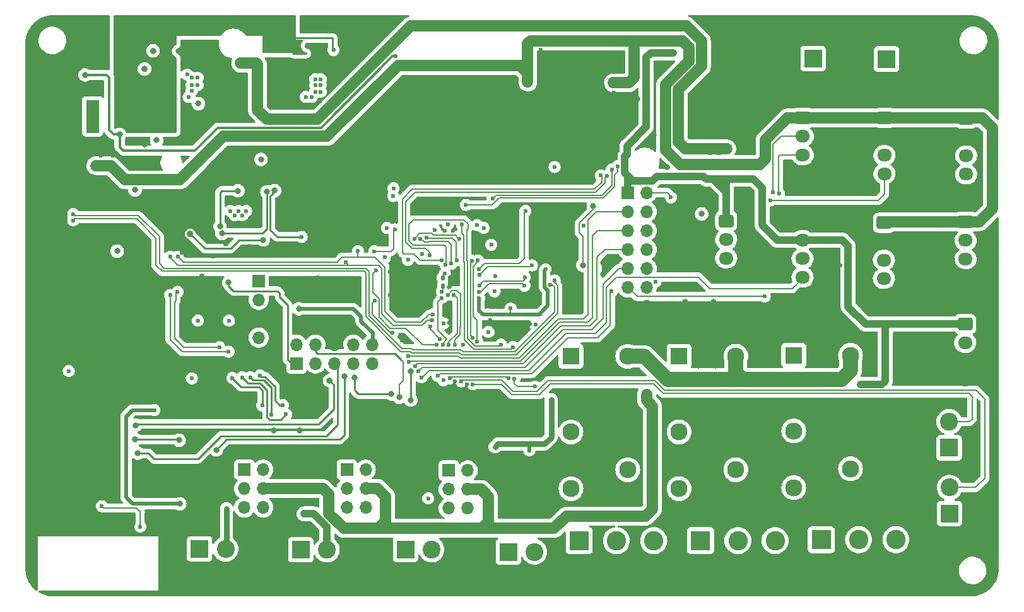
<source format=gbr>
G04 #@! TF.GenerationSoftware,KiCad,Pcbnew,7.0.2*
G04 #@! TF.CreationDate,2023-07-09T15:50:47+03:00*
G04 #@! TF.ProjectId,RpiPico_Agriboard,52706950-6963-46f5-9f41-677269626f61,rev?*
G04 #@! TF.SameCoordinates,Original*
G04 #@! TF.FileFunction,Copper,L4,Bot*
G04 #@! TF.FilePolarity,Positive*
%FSLAX46Y46*%
G04 Gerber Fmt 4.6, Leading zero omitted, Abs format (unit mm)*
G04 Created by KiCad (PCBNEW 7.0.2) date 2023-07-09 15:50:47*
%MOMM*%
%LPD*%
G01*
G04 APERTURE LIST*
G04 Aperture macros list*
%AMRoundRect*
0 Rectangle with rounded corners*
0 $1 Rounding radius*
0 $2 $3 $4 $5 $6 $7 $8 $9 X,Y pos of 4 corners*
0 Add a 4 corners polygon primitive as box body*
4,1,4,$2,$3,$4,$5,$6,$7,$8,$9,$2,$3,0*
0 Add four circle primitives for the rounded corners*
1,1,$1+$1,$2,$3*
1,1,$1+$1,$4,$5*
1,1,$1+$1,$6,$7*
1,1,$1+$1,$8,$9*
0 Add four rect primitives between the rounded corners*
20,1,$1+$1,$2,$3,$4,$5,0*
20,1,$1+$1,$4,$5,$6,$7,0*
20,1,$1+$1,$6,$7,$8,$9,0*
20,1,$1+$1,$8,$9,$2,$3,0*%
G04 Aperture macros list end*
G04 #@! TA.AperFunction,ComponentPad*
%ADD10R,2.400000X2.400000*%
G04 #@! TD*
G04 #@! TA.AperFunction,ComponentPad*
%ADD11C,2.400000*%
G04 #@! TD*
G04 #@! TA.AperFunction,ComponentPad*
%ADD12R,2.300000X2.300000*%
G04 #@! TD*
G04 #@! TA.AperFunction,ComponentPad*
%ADD13C,2.300000*%
G04 #@! TD*
G04 #@! TA.AperFunction,ComponentPad*
%ADD14R,1.700000X1.700000*%
G04 #@! TD*
G04 #@! TA.AperFunction,ComponentPad*
%ADD15O,1.700000X1.700000*%
G04 #@! TD*
G04 #@! TA.AperFunction,ComponentPad*
%ADD16O,1.900000X1.200000*%
G04 #@! TD*
G04 #@! TA.AperFunction,ComponentPad*
%ADD17C,1.450000*%
G04 #@! TD*
G04 #@! TA.AperFunction,ComponentPad*
%ADD18RoundRect,0.250000X-0.725000X0.600000X-0.725000X-0.600000X0.725000X-0.600000X0.725000X0.600000X0*%
G04 #@! TD*
G04 #@! TA.AperFunction,ComponentPad*
%ADD19O,1.950000X1.700000*%
G04 #@! TD*
G04 #@! TA.AperFunction,ComponentPad*
%ADD20R,2.600000X2.600000*%
G04 #@! TD*
G04 #@! TA.AperFunction,ComponentPad*
%ADD21C,2.600000*%
G04 #@! TD*
G04 #@! TA.AperFunction,ComponentPad*
%ADD22R,1.800000X4.400000*%
G04 #@! TD*
G04 #@! TA.AperFunction,ComponentPad*
%ADD23O,1.800000X4.000000*%
G04 #@! TD*
G04 #@! TA.AperFunction,ComponentPad*
%ADD24O,4.000000X1.800000*%
G04 #@! TD*
G04 #@! TA.AperFunction,SMDPad,CuDef*
%ADD25R,7.340000X6.350000*%
G04 #@! TD*
G04 #@! TA.AperFunction,SMDPad,CuDef*
%ADD26RoundRect,0.140000X-0.140000X-0.170000X0.140000X-0.170000X0.140000X0.170000X-0.140000X0.170000X0*%
G04 #@! TD*
G04 #@! TA.AperFunction,SMDPad,CuDef*
%ADD27C,0.900000*%
G04 #@! TD*
G04 #@! TA.AperFunction,ViaPad*
%ADD28C,0.600000*%
G04 #@! TD*
G04 #@! TA.AperFunction,ViaPad*
%ADD29C,0.800000*%
G04 #@! TD*
G04 #@! TA.AperFunction,Conductor*
%ADD30C,0.250000*%
G04 #@! TD*
G04 #@! TA.AperFunction,Conductor*
%ADD31C,2.000000*%
G04 #@! TD*
G04 #@! TA.AperFunction,Conductor*
%ADD32C,0.500000*%
G04 #@! TD*
G04 #@! TA.AperFunction,Conductor*
%ADD33C,0.350000*%
G04 #@! TD*
G04 #@! TA.AperFunction,Conductor*
%ADD34C,0.750000*%
G04 #@! TD*
G04 #@! TA.AperFunction,Conductor*
%ADD35C,1.500000*%
G04 #@! TD*
G04 #@! TA.AperFunction,Conductor*
%ADD36C,1.000000*%
G04 #@! TD*
G04 #@! TA.AperFunction,Conductor*
%ADD37C,0.200000*%
G04 #@! TD*
G04 APERTURE END LIST*
D10*
X184000000Y-122300000D03*
D11*
X187500000Y-122300000D03*
D12*
X222290000Y-95900000D03*
D13*
X222290000Y-106060000D03*
X222290000Y-113680000D03*
X229910000Y-111140000D03*
X229910000Y-95900000D03*
D14*
X155570000Y-97000000D03*
D15*
X155570000Y-94460000D03*
X158110000Y-97000000D03*
X158110000Y-94460000D03*
X160650000Y-97000000D03*
X160650000Y-94460000D03*
X163190000Y-97000000D03*
X163190000Y-94460000D03*
X165730000Y-97000000D03*
X165730000Y-94460000D03*
D16*
X120787500Y-74175000D03*
D17*
X123487500Y-75175000D03*
X123487500Y-80175000D03*
D16*
X120787500Y-81175000D03*
D10*
X234750000Y-56100000D03*
D11*
X231250000Y-56100000D03*
D18*
X245350000Y-77950000D03*
D19*
X245350000Y-80450000D03*
X245350000Y-82950000D03*
X245350000Y-85450000D03*
D18*
X245425000Y-64075000D03*
D19*
X245425000Y-66575000D03*
X245425000Y-69075000D03*
X245425000Y-71575000D03*
D10*
X224900000Y-56025000D03*
D11*
X221400000Y-56025000D03*
D20*
X226000000Y-120662500D03*
D21*
X231000000Y-120662500D03*
X236000000Y-120662500D03*
D14*
X200025000Y-74075000D03*
D15*
X202565000Y-74075000D03*
X200025000Y-76615000D03*
X202565000Y-76615000D03*
X200025000Y-79155000D03*
X202565000Y-79155000D03*
X200025000Y-81695000D03*
X202565000Y-81695000D03*
X200025000Y-84235000D03*
X202565000Y-84235000D03*
X200025000Y-86775000D03*
X202565000Y-86775000D03*
X200025000Y-89315000D03*
X202565000Y-89315000D03*
D22*
X128200000Y-63800000D03*
D23*
X122400000Y-63800000D03*
D24*
X125200000Y-68600000D03*
D20*
X193500000Y-120800000D03*
D21*
X198500000Y-120800000D03*
X203500000Y-120800000D03*
D18*
X213225000Y-77850000D03*
D19*
X213225000Y-80350000D03*
X213225000Y-82850000D03*
X213225000Y-85350000D03*
D18*
X223475000Y-77925000D03*
D19*
X223475000Y-80425000D03*
X223475000Y-82925000D03*
X223475000Y-85425000D03*
D14*
X150500000Y-85900000D03*
D15*
X150500000Y-88440000D03*
X150500000Y-90980000D03*
X150500000Y-93520000D03*
D12*
X192400000Y-96037500D03*
D13*
X192400000Y-106197500D03*
X192400000Y-113817500D03*
X200020000Y-111277500D03*
X200020000Y-96037500D03*
D14*
X148560000Y-111260000D03*
D15*
X151100000Y-111260000D03*
X148560000Y-113800000D03*
X151100000Y-113800000D03*
X148560000Y-116340000D03*
X151100000Y-116340000D03*
D10*
X170200000Y-122000000D03*
D11*
X173700000Y-122000000D03*
D14*
X162310000Y-111260000D03*
D15*
X164850000Y-111260000D03*
X162310000Y-113800000D03*
X164850000Y-113800000D03*
X162310000Y-116340000D03*
X164850000Y-116340000D03*
D18*
X234475000Y-64025000D03*
D19*
X234475000Y-66525000D03*
X234475000Y-69025000D03*
X234475000Y-71525000D03*
D18*
X245300000Y-91700000D03*
D19*
X245300000Y-94200000D03*
X245300000Y-96700000D03*
X245300000Y-99200000D03*
D12*
X206900000Y-96025000D03*
D13*
X206900000Y-106185000D03*
X206900000Y-113805000D03*
X214520000Y-111265000D03*
X214520000Y-96025000D03*
D10*
X243200000Y-117150000D03*
D11*
X243200000Y-113650000D03*
D18*
X223500000Y-64000000D03*
D19*
X223500000Y-66500000D03*
X223500000Y-69000000D03*
X223500000Y-71500000D03*
D14*
X176000000Y-111375000D03*
D15*
X178540000Y-111375000D03*
X176000000Y-113915000D03*
X178540000Y-113915000D03*
X176000000Y-116455000D03*
X178540000Y-116455000D03*
D10*
X156150000Y-122025000D03*
D11*
X159650000Y-122025000D03*
D10*
X142550000Y-121900000D03*
D11*
X146050000Y-121900000D03*
D10*
X243150000Y-108325000D03*
D11*
X243150000Y-104825000D03*
D18*
X234400000Y-78100000D03*
D19*
X234400000Y-80600000D03*
X234400000Y-83100000D03*
X234400000Y-85600000D03*
D20*
X209800000Y-120787500D03*
D21*
X214800000Y-120787500D03*
X219800000Y-120787500D03*
D25*
X135370000Y-62000000D03*
X214030000Y-62000000D03*
D26*
X175195000Y-85500000D03*
X176155000Y-85500000D03*
D27*
X141300000Y-82050000D03*
D26*
X175215000Y-86600000D03*
X176175000Y-86600000D03*
D27*
X141300000Y-79600000D03*
D28*
X190400000Y-84400000D03*
D29*
X177000000Y-125500000D03*
D28*
X153400000Y-76200000D03*
X145750000Y-99500000D03*
X158400000Y-69900000D03*
X159000000Y-74800000D03*
X233500000Y-102500000D03*
X188700000Y-55900000D03*
X212375000Y-123850000D03*
X188000000Y-68400000D03*
X146250000Y-114325000D03*
D29*
X228500000Y-105000000D03*
X138500000Y-122500000D03*
X233500000Y-107000000D03*
X217550000Y-57000000D03*
D28*
X205125000Y-108500000D03*
X139300000Y-96475000D03*
D29*
X124500000Y-57000000D03*
X214750000Y-102500000D03*
X196750000Y-85000000D03*
D28*
X169525000Y-116625000D03*
X168096417Y-87802509D03*
X179250000Y-69250000D03*
X227925000Y-53525000D03*
D29*
X127500000Y-105500000D03*
X136310000Y-55010000D03*
D28*
X167000000Y-107000000D03*
D29*
X168750000Y-89450000D03*
D28*
X238000000Y-102500000D03*
D29*
X121500000Y-60000000D03*
D28*
X169750000Y-93900000D03*
X136000000Y-90250000D03*
D29*
X148850000Y-89100000D03*
D28*
X171600000Y-59400000D03*
X161500000Y-56900000D03*
X239175000Y-90150000D03*
D29*
X119950000Y-125500000D03*
D28*
X177800000Y-63000000D03*
D29*
X157075201Y-54325201D03*
D28*
X163300000Y-56900000D03*
D29*
X195000000Y-56000000D03*
X196000000Y-124000000D03*
X119950000Y-122650000D03*
D28*
X144400000Y-82650500D03*
D29*
X150000000Y-125500000D03*
D28*
X200380000Y-64150000D03*
D29*
X217500000Y-51000000D03*
D28*
X179200000Y-63000000D03*
X184225000Y-88300000D03*
X157000000Y-76300000D03*
D29*
X201000000Y-124000000D03*
D28*
X153500000Y-82200000D03*
D29*
X138500000Y-125500000D03*
D28*
X193250000Y-85500000D03*
X178426937Y-99818605D03*
X160900000Y-73400000D03*
X160800000Y-75100000D03*
X183800000Y-60000000D03*
X177750000Y-67250000D03*
D29*
X247000000Y-114900000D03*
X192000000Y-85500000D03*
X148000000Y-71500000D03*
X154150000Y-59900000D03*
D28*
X219225000Y-108425000D03*
X168100000Y-84700000D03*
D29*
X245000000Y-120500000D03*
X130250000Y-105500000D03*
D28*
X171750000Y-107000000D03*
D29*
X240000000Y-87500000D03*
X227000000Y-124000000D03*
X150000000Y-71500000D03*
D28*
X229400000Y-123850000D03*
X130500000Y-90000000D03*
X169500000Y-71300000D03*
X227925000Y-57375000D03*
D29*
X186000000Y-124000000D03*
X187000000Y-71000000D03*
D28*
X120750000Y-90000000D03*
D29*
X139760000Y-55030000D03*
D28*
X248800000Y-92600000D03*
D29*
X195000000Y-62500000D03*
X135170000Y-67560000D03*
X142850000Y-85350000D03*
D28*
X165600000Y-69500000D03*
X221070000Y-77980000D03*
D29*
X128000000Y-90000000D03*
X139000000Y-80500000D03*
X217500000Y-55500000D03*
X125500000Y-119500000D03*
X247000000Y-116600000D03*
D28*
X130900000Y-69100000D03*
X129300000Y-69100000D03*
X188000000Y-69800000D03*
D29*
X215900000Y-74400000D03*
X135500000Y-96000000D03*
X233500000Y-105000000D03*
X136000000Y-76000000D03*
X166000000Y-125500000D03*
D28*
X154000000Y-98900000D03*
X120750000Y-86500000D03*
X228250000Y-102500000D03*
X239400000Y-66200000D03*
X188400000Y-62700000D03*
X164500000Y-76400000D03*
X240000000Y-83800000D03*
X179250000Y-67250000D03*
X143250000Y-99500000D03*
D29*
X142220000Y-57410000D03*
D28*
X239800000Y-68800000D03*
X207100000Y-76300000D03*
D29*
X152500000Y-125500000D03*
X125000000Y-109000000D03*
X133500000Y-119500000D03*
D28*
X188700000Y-66700000D03*
X160200000Y-69400000D03*
D29*
X239000000Y-98000000D03*
X227000000Y-96000000D03*
X203500000Y-66250000D03*
D28*
X207175000Y-86750000D03*
X178500000Y-68250000D03*
X192050000Y-76200000D03*
X216290000Y-68210000D03*
X124575000Y-60200000D03*
D29*
X241000000Y-59000000D03*
X237500000Y-90000000D03*
X129500000Y-79000000D03*
D28*
X132750000Y-95250000D03*
X164625000Y-122475000D03*
D29*
X195000000Y-59500000D03*
X231600000Y-70000000D03*
X232500000Y-98000000D03*
X182500000Y-78500000D03*
D28*
X176860000Y-99430000D03*
X239400000Y-57400000D03*
X227950000Y-60200000D03*
X212775000Y-63875000D03*
D29*
X131000000Y-119500000D03*
X243500000Y-83000000D03*
X203000000Y-94000000D03*
D28*
X191875000Y-80900000D03*
D29*
X205300000Y-70600000D03*
X125500000Y-80500000D03*
D28*
X123925000Y-105400000D03*
D29*
X196500000Y-106000000D03*
D28*
X186800000Y-61100000D03*
X139000000Y-99500000D03*
D29*
X198000000Y-101500000D03*
X238000000Y-117500000D03*
X228500000Y-107000000D03*
D28*
X178875000Y-122550000D03*
D29*
X233000000Y-118000000D03*
X200000000Y-106000000D03*
D28*
X201000000Y-101750000D03*
D29*
X180500000Y-125500000D03*
D28*
X219250000Y-90750000D03*
D29*
X246600000Y-111150000D03*
X125500000Y-79000000D03*
D28*
X178500000Y-72750000D03*
X190275000Y-123950000D03*
D29*
X246500000Y-59000000D03*
D28*
X162200000Y-80600000D03*
D29*
X138500000Y-124000000D03*
X240000000Y-85500000D03*
X219000000Y-105000000D03*
D28*
X223500000Y-102500000D03*
D29*
X125000000Y-113000000D03*
X211650000Y-54050000D03*
X161500000Y-91000000D03*
D28*
X177000000Y-107000000D03*
X155650000Y-87290000D03*
X120750000Y-95250000D03*
X140800000Y-69300000D03*
X144200000Y-70500000D03*
X228650000Y-76400000D03*
X155000000Y-74800000D03*
D29*
X243500000Y-75500000D03*
X124000000Y-119500000D03*
X148900000Y-92450000D03*
X242000000Y-127500000D03*
D28*
X188400000Y-61100000D03*
D29*
X207750000Y-88750000D03*
D28*
X158700000Y-61800000D03*
X169500000Y-69700000D03*
D29*
X138500000Y-127000000D03*
X203000000Y-92250000D03*
D28*
X157000000Y-74800000D03*
D29*
X227500000Y-69900000D03*
X209050000Y-62350000D03*
D28*
X219250000Y-112500000D03*
D29*
X237000000Y-98000000D03*
D28*
X130300000Y-67600000D03*
D29*
X185000000Y-78999500D03*
D28*
X192950000Y-123950000D03*
D29*
X192000000Y-79500000D03*
D28*
X181500000Y-79900000D03*
D29*
X119950000Y-124000000D03*
X135170000Y-57440000D03*
X191000000Y-59500000D03*
X238000000Y-115000000D03*
X193000000Y-101500000D03*
X152500000Y-122500000D03*
X208500000Y-76500000D03*
D28*
X167700000Y-69500000D03*
D29*
X140000000Y-103750000D03*
X179750000Y-107000000D03*
D28*
X228525000Y-83775000D03*
D29*
X241000000Y-54000000D03*
X129500000Y-119500000D03*
X143750000Y-104000000D03*
X127500000Y-113000000D03*
D28*
X207975000Y-102450000D03*
D29*
X210500000Y-102500000D03*
D28*
X124750000Y-95250000D03*
D29*
X146067299Y-80832701D03*
D28*
X239400000Y-61800000D03*
D29*
X164750000Y-107000000D03*
X196750000Y-83500000D03*
D28*
X248750000Y-121100000D03*
D29*
X152500000Y-106000000D03*
D28*
X176575000Y-79175000D03*
D29*
X221500000Y-124000000D03*
X129500000Y-80500000D03*
D28*
X196900000Y-63800000D03*
D29*
X241000000Y-57000000D03*
D28*
X199750000Y-108500000D03*
X160475000Y-80500000D03*
D29*
X127500000Y-95500000D03*
X120000000Y-120450000D03*
D28*
X238000000Y-107250000D03*
X182100000Y-60000000D03*
D29*
X149500000Y-74000000D03*
D28*
X237900000Y-110800000D03*
X184900000Y-61100000D03*
D29*
X233500000Y-124000000D03*
X209050000Y-64400000D03*
D28*
X186875000Y-91650000D03*
D29*
X134500000Y-90000000D03*
D28*
X168150000Y-111525000D03*
D29*
X142950000Y-55030000D03*
D28*
X239000000Y-53600000D03*
X148750000Y-104000000D03*
X240000000Y-99200000D03*
X184900000Y-91625000D03*
D29*
X243500000Y-72500000D03*
D28*
X142500000Y-82200000D03*
D29*
X248950000Y-115500000D03*
D28*
X180700000Y-63000000D03*
X177600000Y-59100000D03*
X188300000Y-54900000D03*
X219250000Y-102500000D03*
D29*
X212500000Y-52500000D03*
X233500000Y-109500000D03*
X177000000Y-122500000D03*
X138500000Y-120500000D03*
D28*
X207050000Y-79625000D03*
X204725000Y-123850000D03*
X240000000Y-93200000D03*
X182625000Y-110000000D03*
X214750000Y-89000000D03*
X155100000Y-69800000D03*
D29*
X238000000Y-105000000D03*
D28*
X246600000Y-57400000D03*
D29*
X127500000Y-109000000D03*
D28*
X185170000Y-111060000D03*
D29*
X248500000Y-59000000D03*
D28*
X219250000Y-107250000D03*
D29*
X191000000Y-62500000D03*
X185500000Y-112500000D03*
D28*
X195750000Y-101750000D03*
D29*
X128500000Y-119500000D03*
X149100000Y-81400000D03*
X163000000Y-125500000D03*
D28*
X145600000Y-93775000D03*
X240000000Y-74600000D03*
D29*
X210700000Y-85200000D03*
D28*
X176100000Y-91528006D03*
X127100000Y-60200000D03*
X166600000Y-73400000D03*
D29*
X228500000Y-109500000D03*
D28*
X188700000Y-57800000D03*
D29*
X249100000Y-99100000D03*
D28*
X182900000Y-61100000D03*
X139000000Y-102750000D03*
D29*
X209500000Y-97250000D03*
X192500000Y-89750000D03*
X156000000Y-106000000D03*
D28*
X212000000Y-91250000D03*
D29*
X242000000Y-120500000D03*
X243500000Y-85500000D03*
X215600000Y-57000000D03*
X217500000Y-124000000D03*
D28*
X158400000Y-68700000D03*
X158410000Y-85400500D03*
X155250000Y-90750000D03*
D29*
X121500000Y-58000000D03*
D28*
X181542623Y-91149500D03*
X145750000Y-104000000D03*
D29*
X132500000Y-119500000D03*
X130000000Y-109000000D03*
D28*
X166600000Y-75100000D03*
X180750000Y-69250000D03*
X213050000Y-102450000D03*
X242000000Y-123575000D03*
X140200000Y-82100000D03*
X160200000Y-68000000D03*
X139700000Y-114350000D03*
D29*
X146000000Y-71500000D03*
D28*
X221160000Y-83900000D03*
D29*
X163000000Y-122500000D03*
X214900000Y-85300000D03*
D28*
X219250000Y-95250000D03*
X194500000Y-108500000D03*
D29*
X191000000Y-56000000D03*
X137500000Y-75500000D03*
D28*
X199375000Y-92650000D03*
X212775000Y-61950000D03*
D29*
X243500000Y-59000000D03*
X239000000Y-51500000D03*
X211500000Y-88750000D03*
D28*
X196800000Y-70570000D03*
X163700000Y-69500000D03*
D29*
X207000000Y-124000000D03*
X233000000Y-115000000D03*
X235000000Y-90000000D03*
D28*
X171963589Y-85338589D03*
X188500000Y-64500000D03*
D29*
X211600000Y-56700000D03*
X241500000Y-51500000D03*
X209150000Y-66450000D03*
D28*
X125000000Y-90000000D03*
X155100000Y-68700000D03*
X123775000Y-113800000D03*
X130075000Y-110525000D03*
D29*
X189000000Y-76000000D03*
X211750000Y-97250000D03*
D28*
X145425000Y-89675000D03*
D29*
X201250000Y-61500000D03*
X120000000Y-57000000D03*
X221100000Y-76300000D03*
D28*
X177500000Y-72750000D03*
X150175000Y-122475000D03*
D29*
X157500000Y-80500000D03*
D28*
X215600000Y-63750000D03*
D29*
X154225000Y-58700000D03*
D28*
X191000000Y-101750000D03*
D29*
X127000000Y-119500000D03*
D28*
X155000000Y-73500000D03*
X198200000Y-60600000D03*
X161800000Y-76300000D03*
X177000000Y-85500000D03*
D29*
X130000000Y-113000000D03*
X213750000Y-106250000D03*
D28*
X153500000Y-74800000D03*
X189750000Y-108500000D03*
X175475000Y-79175000D03*
D29*
X189500000Y-112500000D03*
D28*
X153250000Y-94750000D03*
X196150000Y-96125000D03*
D29*
X226500000Y-90000000D03*
D28*
X151200000Y-82200000D03*
D29*
X238000000Y-124000000D03*
D28*
X214000000Y-108450000D03*
X214750000Y-91250000D03*
X187125000Y-88325000D03*
X155000000Y-76200000D03*
D29*
X140500000Y-90000000D03*
D28*
X161600000Y-69500000D03*
X228525000Y-90100000D03*
D29*
X186600000Y-56600000D03*
D28*
X200900000Y-57400000D03*
D29*
X186600000Y-58000000D03*
D28*
X198100000Y-59300000D03*
X202550000Y-101200000D03*
D29*
X186600000Y-59200000D03*
D28*
X157500000Y-66500000D03*
X156250000Y-80000000D03*
X238225000Y-64025000D03*
D29*
X128650000Y-70420000D03*
X152630322Y-73780597D03*
D28*
X184300000Y-89600000D03*
X175303791Y-91600500D03*
X136500000Y-103250000D03*
X125000000Y-98000000D03*
X142330000Y-91250000D03*
X180076979Y-88209709D03*
X206150000Y-55250000D03*
X189000000Y-84350000D03*
X181250000Y-90400000D03*
X146500000Y-91250000D03*
X174150000Y-79100000D03*
X186810000Y-108674500D03*
X189750000Y-101850000D03*
X231250000Y-99810000D03*
X175475498Y-84950000D03*
X141525000Y-99000000D03*
X181700000Y-81050000D03*
D29*
X139900000Y-115850000D03*
X201200000Y-66370500D03*
D28*
X175260000Y-99250000D03*
D29*
X155875000Y-89650000D03*
D28*
X182200000Y-108200000D03*
X175062714Y-87336797D03*
X182150000Y-87300000D03*
X182272649Y-85256622D03*
X170590000Y-95974500D03*
X170661672Y-96770784D03*
X171460000Y-97350000D03*
D29*
X150325000Y-59100000D03*
D28*
X213300000Y-68150000D03*
X211000000Y-68200000D03*
D29*
X149325000Y-56650000D03*
X148075000Y-56650000D03*
D28*
X212200000Y-68200000D03*
D29*
X150400000Y-58125000D03*
D28*
X133300000Y-62000000D03*
X147300000Y-77100000D03*
X146700000Y-76500000D03*
X134600000Y-62000000D03*
D29*
X152775000Y-54775000D03*
D28*
X148300000Y-77100000D03*
X190200000Y-70600000D03*
X148800000Y-76500000D03*
D29*
X155000000Y-52875000D03*
X154950000Y-54225000D03*
D28*
X147800000Y-76500000D03*
X132600000Y-61200000D03*
X160525000Y-54875000D03*
X133900000Y-61200000D03*
X156600000Y-117200000D03*
X168550000Y-74500000D03*
D29*
X150800000Y-69600000D03*
D28*
X168575000Y-73475000D03*
X158100000Y-58800000D03*
X158100000Y-60500000D03*
X141500000Y-58600000D03*
X140900000Y-58200000D03*
X158800000Y-59600000D03*
X141500000Y-60400000D03*
X141500000Y-59600000D03*
X156800000Y-61200000D03*
X158800000Y-60500000D03*
X141100000Y-61200000D03*
X158800000Y-58800000D03*
X157600000Y-61200000D03*
X142300000Y-59600000D03*
X158100000Y-59600000D03*
X142300000Y-58600000D03*
X171892496Y-98069318D03*
X146175000Y-116500000D03*
X173250000Y-115125000D03*
X162195403Y-83394407D03*
X138599022Y-82650512D03*
X146460000Y-95410000D03*
X173787012Y-91190979D03*
X181900000Y-74800500D03*
X138600000Y-87800000D03*
X197880000Y-70930000D03*
X163800500Y-81903439D03*
X139620215Y-82650500D03*
X178300000Y-75700000D03*
X139600000Y-87375498D03*
X145239502Y-94810500D03*
X173900000Y-90399500D03*
X198640000Y-70510000D03*
X189602255Y-86439986D03*
X125609165Y-76925000D03*
X125609165Y-77775000D03*
X190203297Y-85838944D03*
X177690000Y-99389500D03*
X176849750Y-94500500D03*
X175853853Y-87784588D03*
X181325292Y-92775500D03*
X179225910Y-99789500D03*
X177900000Y-94500000D03*
X175003500Y-83128500D03*
X196390000Y-71750000D03*
X197189405Y-71762491D03*
X173400000Y-82500500D03*
X219175000Y-75100000D03*
D29*
X193990500Y-83800000D03*
X195400000Y-75900000D03*
D28*
X174800000Y-93700000D03*
X173509500Y-92000000D03*
X172329873Y-98863295D03*
X179899504Y-83151102D03*
D29*
X168300000Y-101100000D03*
X163400000Y-98900000D03*
D28*
X179827538Y-94050999D03*
X179101462Y-83199397D03*
X179225000Y-93525500D03*
D29*
X170900000Y-101900000D03*
X170867192Y-98057772D03*
D28*
X167427526Y-82757305D03*
X170520254Y-83089500D03*
D29*
X209950000Y-76900000D03*
D28*
X180700000Y-78800000D03*
X197860000Y-87330000D03*
X175200498Y-94499929D03*
X174520000Y-98670000D03*
X175071708Y-88194668D03*
D29*
X136800000Y-67000000D03*
X142400000Y-62100000D03*
D28*
X168458011Y-92841989D03*
X166040000Y-88550000D03*
X180076942Y-87410207D03*
X186150000Y-86550000D03*
X150658346Y-98600500D03*
X153750000Y-102585500D03*
X149350000Y-98875000D03*
X152220000Y-103905500D03*
X180101006Y-86515472D03*
X186200000Y-85400000D03*
X180058851Y-84293326D03*
X186276089Y-76523911D03*
X180100000Y-85100000D03*
X187161210Y-83818105D03*
X177400000Y-80250000D03*
X171371081Y-80221897D03*
X177100000Y-83102497D03*
X172985932Y-80099500D03*
X172199137Y-80241663D03*
X176349543Y-83600498D03*
X175900000Y-78299500D03*
X168750000Y-79000000D03*
X166016068Y-81916068D03*
X154170000Y-103835500D03*
X148250000Y-98871896D03*
X146950000Y-98950000D03*
X150970500Y-102633361D03*
D29*
X134250000Y-109050000D03*
D28*
X187600000Y-100100000D03*
X184629489Y-94804489D03*
X177764330Y-78299500D03*
X184809696Y-99069500D03*
X176000000Y-94500500D03*
X179800000Y-78400000D03*
X176150000Y-98989500D03*
X203735500Y-86000000D03*
X176686885Y-87800500D03*
X183990000Y-98989500D03*
X182994500Y-94450999D03*
X175556962Y-83705461D03*
X129440000Y-116170000D03*
X134600000Y-118940000D03*
D29*
X146465156Y-86128518D03*
X160000000Y-99300000D03*
X133975000Y-105280500D03*
D28*
X219500000Y-74000000D03*
X174330997Y-94524493D03*
X187666988Y-91766990D03*
X166249500Y-84500000D03*
X218400000Y-88000000D03*
X172409940Y-82290060D03*
X205799500Y-74700000D03*
X220300000Y-74200000D03*
X194090500Y-78500000D03*
X167700000Y-78800000D03*
D29*
X131825500Y-66231948D03*
D28*
X168875000Y-55700000D03*
D29*
X127210000Y-58240000D03*
X151600000Y-73940000D03*
X145560299Y-79535700D03*
X162000000Y-98700000D03*
X144800000Y-108600000D03*
X139800000Y-107300000D03*
X133900000Y-107200000D03*
X169350000Y-101550000D03*
X131500000Y-81900000D03*
X133900000Y-73689500D03*
X151100000Y-80400000D03*
X147700000Y-73800000D03*
X145292423Y-78572763D03*
D30*
X158410000Y-85400500D02*
X158230500Y-85580000D01*
X154150000Y-59900000D02*
X154150000Y-58775000D01*
D31*
X220550000Y-61600000D02*
X215630000Y-61600000D01*
D32*
X176175000Y-85520000D02*
X176155000Y-85500000D01*
D31*
X221400000Y-56025000D02*
X221400000Y-60750000D01*
D33*
X142350000Y-82050000D02*
X142500000Y-82200000D01*
D34*
X122400000Y-67500000D02*
X123500000Y-68600000D01*
D32*
X176175000Y-86600000D02*
X176175000Y-85520000D01*
D30*
X154150000Y-58775000D02*
X154225000Y-58700000D01*
D32*
X177000000Y-85500000D02*
X176155000Y-85500000D01*
X176175000Y-86600000D02*
X175975000Y-86800000D01*
D34*
X122400000Y-63800000D02*
X122400000Y-67500000D01*
X123500000Y-68600000D02*
X125200000Y-68600000D01*
D30*
X155520000Y-87160000D02*
X155650000Y-87290000D01*
X158230500Y-85580000D02*
X155520000Y-85580000D01*
D33*
X141300000Y-82050000D02*
X142350000Y-82050000D01*
D30*
X155520000Y-85580000D02*
X155520000Y-87160000D01*
D31*
X221400000Y-60750000D02*
X220550000Y-61600000D01*
D35*
X200900000Y-57400000D02*
X200900000Y-53800000D01*
X205100000Y-59500000D02*
X205100000Y-68300000D01*
X207050000Y-70250000D02*
X217700000Y-70250000D01*
D31*
X215450000Y-99150000D02*
X228700000Y-99150000D01*
D35*
X186600000Y-58000000D02*
X186600000Y-59200000D01*
X179400000Y-119150000D02*
X180450000Y-119150000D01*
X248950000Y-65350000D02*
X248950000Y-76200000D01*
X201050000Y-53650000D02*
X203000000Y-53650000D01*
D31*
X214520000Y-98220000D02*
X215450000Y-99150000D01*
D35*
X202550000Y-101200000D02*
X202550000Y-101950000D01*
D31*
X215450000Y-99150000D02*
X205325000Y-99150000D01*
D35*
X157500000Y-66500000D02*
X159665990Y-66500000D01*
X130640000Y-70420000D02*
X132560000Y-72340000D01*
X234450000Y-64000000D02*
X234475000Y-64025000D01*
X223500000Y-64000000D02*
X234450000Y-64000000D01*
X151100000Y-113800000D02*
X159150000Y-113800000D01*
X218450000Y-67000000D02*
X221450000Y-64000000D01*
X247625000Y-64025000D02*
X248950000Y-65350000D01*
X244325000Y-64025000D02*
X245375000Y-64025000D01*
X139910000Y-72340000D02*
X145750000Y-66500000D01*
X221450000Y-64000000D02*
X223500000Y-64000000D01*
D31*
X228700000Y-99150000D02*
X229910000Y-97940000D01*
D35*
X203350000Y-116550000D02*
X202400000Y-117500000D01*
X190150000Y-119150000D02*
X179400000Y-119150000D01*
D30*
X153000000Y-80000000D02*
X156250000Y-80000000D01*
D31*
X205325000Y-99150000D02*
X202212500Y-96037500D01*
D35*
X185550000Y-56950000D02*
X186600000Y-58000000D01*
X159900000Y-117150000D02*
X161900000Y-119150000D01*
X217700000Y-70250000D02*
X218450000Y-69500000D01*
D30*
X152325000Y-74240305D02*
X152050000Y-74515305D01*
D35*
X167550000Y-114850000D02*
X166450000Y-113750000D01*
D30*
X152050000Y-74515305D02*
X152050000Y-79050000D01*
D31*
X214520000Y-96025000D02*
X214520000Y-98220000D01*
D35*
X247200000Y-77950000D02*
X245350000Y-77950000D01*
X166450000Y-113750000D02*
X166400000Y-113800000D01*
X208200000Y-56400000D02*
X205100000Y-59500000D01*
X132560000Y-72340000D02*
X139910000Y-72340000D01*
X203000000Y-53650000D02*
X207350000Y-53650000D01*
X234475000Y-64025000D02*
X238225000Y-64025000D01*
X244325000Y-64025000D02*
X247625000Y-64025000D01*
X159665990Y-66500000D02*
X169215990Y-56950000D01*
X166400000Y-113800000D02*
X164850000Y-113800000D01*
D30*
X152630322Y-73780597D02*
X152325000Y-74085919D01*
D35*
X186600000Y-59200000D02*
X186600000Y-56600000D01*
X245350000Y-77950000D02*
X234550000Y-77950000D01*
X145750000Y-66500000D02*
X157500000Y-66500000D01*
X159150000Y-113800000D02*
X159900000Y-114550000D01*
X180450000Y-119150000D02*
X181300000Y-118300000D01*
X245375000Y-64025000D02*
X245425000Y-64075000D01*
X181300000Y-118300000D02*
X181300000Y-114850000D01*
X186950000Y-53650000D02*
X186600000Y-54000000D01*
X218450000Y-69500000D02*
X218450000Y-67000000D01*
X167550000Y-118200000D02*
X167550000Y-114850000D01*
X238225000Y-64025000D02*
X244325000Y-64025000D01*
D31*
X202212500Y-96037500D02*
X200020000Y-96037500D01*
D35*
X198100000Y-59300000D02*
X200175000Y-59300000D01*
X169215990Y-56950000D02*
X185550000Y-56950000D01*
X200175000Y-59300000D02*
X200900000Y-58575000D01*
X186600000Y-54000000D02*
X186600000Y-56600000D01*
X248950000Y-76200000D02*
X247200000Y-77950000D01*
X202400000Y-117500000D02*
X191800000Y-117500000D01*
X203350000Y-102750000D02*
X203350000Y-116550000D01*
X200900000Y-53800000D02*
X201050000Y-53650000D01*
X191800000Y-117500000D02*
X190150000Y-119150000D01*
X200900000Y-58575000D02*
X200900000Y-57400000D01*
X208200000Y-54500000D02*
X208200000Y-56400000D01*
X207350000Y-53650000D02*
X208200000Y-54500000D01*
X203000000Y-53650000D02*
X186950000Y-53650000D01*
X234550000Y-77950000D02*
X234400000Y-78100000D01*
X166600000Y-119150000D02*
X167550000Y-118200000D01*
X159900000Y-114550000D02*
X159900000Y-117150000D01*
D30*
X152050000Y-79050000D02*
X153000000Y-80000000D01*
D35*
X166600000Y-119150000D02*
X179400000Y-119150000D01*
X161900000Y-119150000D02*
X166600000Y-119150000D01*
X202550000Y-101950000D02*
X203350000Y-102750000D01*
D31*
X229910000Y-97940000D02*
X229910000Y-95900000D01*
D35*
X205100000Y-68300000D02*
X207050000Y-70250000D01*
X181300000Y-114850000D02*
X180365000Y-113915000D01*
D30*
X152325000Y-74085919D02*
X152325000Y-74240305D01*
D35*
X128650000Y-70420000D02*
X130640000Y-70420000D01*
X180365000Y-113915000D02*
X178540000Y-113915000D01*
D34*
X189750000Y-106900000D02*
X188850000Y-107800000D01*
D36*
X199640000Y-71390000D02*
X200025000Y-71775000D01*
X206150000Y-55250000D02*
X203150000Y-55250000D01*
D37*
X184300000Y-90300000D02*
X184200000Y-90400000D01*
D36*
X199925000Y-68874821D02*
X199640000Y-69159821D01*
X202500000Y-65200000D02*
X199925000Y-67775000D01*
D32*
X139900000Y-115850000D02*
X133550000Y-115850000D01*
D36*
X200725000Y-72475000D02*
X200025000Y-71775000D01*
D32*
X165800000Y-94390000D02*
X165800000Y-92900000D01*
X189300000Y-88000000D02*
X189300000Y-87200000D01*
D36*
X234600000Y-91700000D02*
X234600000Y-99300000D01*
X213050000Y-73100000D02*
X213050000Y-72200000D01*
D32*
X180600000Y-90400000D02*
X180076979Y-89876979D01*
X181900000Y-90400000D02*
X184200000Y-90400000D01*
X132700000Y-115000000D02*
X132700000Y-104100000D01*
X188700000Y-89850000D02*
X189300000Y-89250000D01*
D36*
X210175000Y-71875000D02*
X203925179Y-71875000D01*
X234450000Y-99450000D02*
X234090000Y-99810000D01*
D32*
X186810000Y-108674500D02*
X186810000Y-107810000D01*
D36*
X213250000Y-73300000D02*
X213050000Y-73100000D01*
D32*
X181250000Y-90400000D02*
X181900000Y-90400000D01*
D34*
X182600000Y-107800000D02*
X182200000Y-108200000D01*
D36*
X199925000Y-67775000D02*
X199925000Y-68874821D01*
X231700000Y-99810000D02*
X231250000Y-99810000D01*
D32*
X189300000Y-87200000D02*
X188850000Y-86750000D01*
D36*
X213225000Y-73975000D02*
X211450000Y-72200000D01*
D32*
X133550000Y-115850000D02*
X132700000Y-115000000D01*
D34*
X186800000Y-107800000D02*
X182600000Y-107800000D01*
D36*
X216850000Y-72200000D02*
X218050000Y-73400000D01*
X229600000Y-89400000D02*
X231900000Y-91700000D01*
D32*
X188150000Y-90400000D02*
X188700000Y-89850000D01*
D36*
X213250000Y-73300000D02*
X213250000Y-72200000D01*
D32*
X181900000Y-90400000D02*
X180600000Y-90400000D01*
D36*
X213225000Y-73975000D02*
X213250000Y-73950000D01*
X210500000Y-72200000D02*
X210175000Y-71875000D01*
X223475000Y-80425000D02*
X228825000Y-80425000D01*
X203150000Y-55250000D02*
X202500000Y-55900000D01*
X210500000Y-72200000D02*
X213050000Y-72200000D01*
X203925179Y-71875000D02*
X203325179Y-72475000D01*
D32*
X188850000Y-84500000D02*
X189000000Y-84350000D01*
X189300000Y-89250000D02*
X189300000Y-88000000D01*
D36*
X200025000Y-71775000D02*
X200025000Y-74075000D01*
D32*
X186810000Y-107810000D02*
X186800000Y-107800000D01*
D36*
X213050000Y-72200000D02*
X213250000Y-72200000D01*
D32*
X132700000Y-104100000D02*
X133550000Y-103250000D01*
X188850000Y-86750000D02*
X188850000Y-84500000D01*
D36*
X211450000Y-72200000D02*
X210500000Y-72200000D01*
X234090000Y-99810000D02*
X231700000Y-99810000D01*
X234600000Y-99300000D02*
X234450000Y-99450000D01*
X199640000Y-69159821D02*
X199640000Y-71390000D01*
X213250000Y-73950000D02*
X213250000Y-73300000D01*
D32*
X165730000Y-94460000D02*
X165800000Y-94390000D01*
D37*
X175475498Y-84950000D02*
X175195000Y-85230498D01*
D36*
X213250000Y-72200000D02*
X216850000Y-72200000D01*
X213225000Y-77850000D02*
X213225000Y-73975000D01*
X203325179Y-72475000D02*
X200725000Y-72475000D01*
D37*
X175195000Y-85230498D02*
X175195000Y-85500000D01*
D32*
X184200000Y-90400000D02*
X188150000Y-90400000D01*
D36*
X229600000Y-81200000D02*
X229600000Y-89400000D01*
D37*
X184300000Y-89600000D02*
X184300000Y-90300000D01*
D34*
X188850000Y-107800000D02*
X186800000Y-107800000D01*
D36*
X228825000Y-80425000D02*
X229600000Y-81200000D01*
X234600000Y-91700000D02*
X245300000Y-91700000D01*
D32*
X165800000Y-92900000D02*
X164211828Y-91311828D01*
D34*
X189750000Y-101850000D02*
X189750000Y-106900000D01*
D32*
X163186828Y-89650000D02*
X155875000Y-89650000D01*
D36*
X218050000Y-73400000D02*
X218050000Y-78400000D01*
D32*
X180076979Y-89876979D02*
X180076979Y-88209709D01*
X164211828Y-91311828D02*
X164211828Y-90675000D01*
D36*
X220075000Y-80425000D02*
X223475000Y-80425000D01*
D32*
X133550000Y-103250000D02*
X136500000Y-103250000D01*
D36*
X202500000Y-55900000D02*
X202500000Y-65200000D01*
D32*
X164211828Y-90675000D02*
X163186828Y-89650000D01*
D36*
X231900000Y-91700000D02*
X234600000Y-91700000D01*
X218050000Y-78400000D02*
X220075000Y-80425000D01*
D37*
X175215000Y-87184511D02*
X175215000Y-86600000D01*
X175062714Y-87336797D02*
X175215000Y-87184511D01*
X185419501Y-96250499D02*
X190680000Y-90990000D01*
X190680000Y-90990000D02*
X194130000Y-90990000D01*
X177550499Y-96250499D02*
X185419501Y-96250499D01*
X194130000Y-90990000D02*
X194690000Y-90430000D01*
X195785000Y-76615000D02*
X200025000Y-76615000D01*
X170590000Y-95974500D02*
X177274500Y-95974500D01*
X194690000Y-77710000D02*
X195785000Y-76615000D01*
X177274500Y-95974500D02*
X177550499Y-96250499D01*
X194690000Y-90430000D02*
X194690000Y-77710000D01*
X185629501Y-96650499D02*
X190850000Y-91430000D01*
X195935000Y-79155000D02*
X200025000Y-79155000D01*
X190850000Y-91430000D02*
X194675686Y-91430000D01*
X194675686Y-91430000D02*
X195260000Y-90845686D01*
X170661672Y-96770784D02*
X170781957Y-96650499D01*
X170781957Y-96650499D02*
X185629501Y-96650499D01*
X195260000Y-90845686D02*
X195260000Y-79830000D01*
X195260000Y-79830000D02*
X195935000Y-79155000D01*
X191020000Y-91980000D02*
X194940000Y-91980000D01*
X185950000Y-97050000D02*
X191020000Y-91980000D01*
X194940000Y-91980000D02*
X195910000Y-91010000D01*
X171460000Y-97350000D02*
X171760000Y-97050000D01*
X171760000Y-97050000D02*
X185950000Y-97050000D01*
X196945000Y-81695000D02*
X200025000Y-81695000D01*
X195910000Y-91010000D02*
X195910000Y-82730000D01*
X195910000Y-82730000D02*
X196945000Y-81695000D01*
D35*
X150325000Y-59100000D02*
X150325000Y-62975000D01*
X170892767Y-51675000D02*
X207925000Y-51675000D01*
X209900000Y-57104164D02*
X206800000Y-60204164D01*
X206800000Y-60204164D02*
X206800000Y-67200000D01*
X151550000Y-64200000D02*
X158367767Y-64200000D01*
X206800000Y-67200000D02*
X207750000Y-68150000D01*
X207750000Y-68150000D02*
X210950000Y-68150000D01*
X213300000Y-68150000D02*
X212250000Y-68150000D01*
X212200000Y-68200000D02*
X212150000Y-68150000D01*
X212150000Y-68150000D02*
X211050000Y-68150000D01*
X148075000Y-56650000D02*
X150150000Y-56650000D01*
X150325000Y-59100000D02*
X150325000Y-56825000D01*
X150325000Y-62975000D02*
X151550000Y-64200000D01*
X150150000Y-56650000D02*
X150325000Y-56825000D01*
X210950000Y-68150000D02*
X211000000Y-68200000D01*
X207925000Y-51675000D02*
X209900000Y-53650000D01*
X209900000Y-53650000D02*
X209900000Y-57104164D01*
X212250000Y-68150000D02*
X212200000Y-68200000D01*
X158367767Y-64200000D02*
X170892767Y-51675000D01*
X150150000Y-56650000D02*
X149325000Y-56650000D01*
X211050000Y-68150000D02*
X211000000Y-68200000D01*
D30*
X160425000Y-54775000D02*
X160425000Y-53275000D01*
D35*
X134600000Y-62000000D02*
X136390000Y-62760000D01*
D30*
X160525000Y-54875000D02*
X160425000Y-54775000D01*
X160425000Y-53275000D02*
X155400000Y-53275000D01*
D35*
X135370000Y-62000000D02*
X134600000Y-62000000D01*
D30*
X155400000Y-53275000D02*
X155000000Y-52875000D01*
D36*
X157899390Y-117200000D02*
X159650000Y-118950610D01*
X156600000Y-117200000D02*
X157899390Y-117200000D01*
X159650000Y-118950610D02*
X159650000Y-122025000D01*
D37*
X196730499Y-86327420D02*
X196730499Y-90949501D01*
X200025000Y-84235000D02*
X198822919Y-84235000D01*
X186240000Y-97500000D02*
X172461814Y-97500000D01*
X172461814Y-97500000D02*
X171892496Y-98069318D01*
X191270000Y-92470000D02*
X186240000Y-97500000D01*
X195210000Y-92470000D02*
X191270000Y-92470000D01*
X198822919Y-84235000D02*
X196730499Y-86327420D01*
X196730499Y-90949501D02*
X195210000Y-92470000D01*
D34*
X146175000Y-121775000D02*
X146050000Y-121900000D01*
X146175000Y-116500000D02*
X146175000Y-121775000D01*
D37*
X167040000Y-90340000D02*
X168541989Y-91841989D01*
X196550000Y-74380000D02*
X197880000Y-73050000D01*
X173109021Y-91190979D02*
X173787012Y-91190979D01*
X182320500Y-74380000D02*
X196550000Y-74380000D01*
X138599022Y-82789022D02*
X139630000Y-83820000D01*
X139630000Y-83820000D02*
X162400000Y-83820000D01*
X138600000Y-93800000D02*
X140210500Y-95410500D01*
X162400000Y-83599004D02*
X162195403Y-83394407D01*
X172458011Y-91841989D02*
X173109021Y-91190979D01*
X197880000Y-73050000D02*
X197880000Y-70930000D01*
X181900000Y-74800500D02*
X182320500Y-74380000D01*
X166600000Y-83820000D02*
X167040000Y-84260000D01*
X140210500Y-95410500D02*
X146459500Y-95410500D01*
X146459500Y-95410500D02*
X146460000Y-95410000D01*
X168541989Y-91841989D02*
X172458011Y-91841989D01*
X162400000Y-83820000D02*
X166600000Y-83820000D01*
X138599022Y-82650512D02*
X138599022Y-82789022D01*
X162400000Y-83820000D02*
X162400000Y-83599004D01*
X167040000Y-84260000D02*
X167040000Y-90340000D01*
X138600000Y-87800000D02*
X138600000Y-93800000D01*
X198640000Y-71270000D02*
X198280000Y-71630000D01*
X140410500Y-94810500D02*
X145239502Y-94810500D01*
X198280000Y-73215686D02*
X196715685Y-74780000D01*
X163800000Y-81903939D02*
X163800500Y-81903439D01*
X139200000Y-88800000D02*
X139200000Y-93600000D01*
X173900000Y-90399500D02*
X173334814Y-90399500D01*
X139400000Y-88600000D02*
X139200000Y-88800000D01*
X166100000Y-82700000D02*
X163800000Y-82700000D01*
X163800000Y-82700000D02*
X161600000Y-82700000D01*
X198280000Y-71630000D02*
X198280000Y-73215686D01*
X139200000Y-93600000D02*
X140410500Y-94810500D01*
X168841989Y-91441989D02*
X167440000Y-90040000D01*
X196715685Y-74780000D02*
X182769029Y-74780000D01*
X139400000Y-87575498D02*
X139400000Y-88600000D01*
X140400000Y-83400000D02*
X139650500Y-82650500D01*
X161000000Y-83400000D02*
X140400000Y-83400000D01*
X163800000Y-82700000D02*
X163800000Y-81903939D01*
X198640000Y-70510000D02*
X198640000Y-71270000D01*
X173334814Y-90399500D02*
X172292325Y-91441989D01*
X167440000Y-90040000D02*
X167440000Y-84040000D01*
X182769029Y-74780000D02*
X181849029Y-75700000D01*
X172292325Y-91441989D02*
X168841989Y-91441989D01*
X181849029Y-75700000D02*
X178300000Y-75700000D01*
X161600000Y-82700000D02*
X161600000Y-82800000D01*
X139650500Y-82650500D02*
X139620215Y-82650500D01*
X167440000Y-84040000D02*
X166100000Y-82700000D01*
X161600000Y-82800000D02*
X161000000Y-83400000D01*
X139600000Y-87375498D02*
X139400000Y-87575498D01*
X177605870Y-95174500D02*
X171204215Y-95174500D01*
X134343199Y-77124999D02*
X125809164Y-77124999D01*
X184831301Y-95450499D02*
X177881871Y-95450499D01*
X137175000Y-83575000D02*
X137175000Y-79956800D01*
X171204215Y-95174500D02*
X171004215Y-94974500D01*
X137175000Y-79956800D02*
X134343199Y-77124999D01*
X169741992Y-94974500D02*
X165325000Y-90557507D01*
X189885098Y-86439986D02*
X190175000Y-86729888D01*
X190175000Y-86729888D02*
X190175000Y-90106800D01*
X171004215Y-94974500D02*
X169741992Y-94974500D01*
X189602255Y-86439986D02*
X189885098Y-86439986D01*
X165325000Y-90557507D02*
X165325000Y-84656800D01*
X125809164Y-77124999D02*
X125609165Y-76925000D01*
X177881871Y-95450499D02*
X177605870Y-95174500D01*
X164888200Y-84220000D02*
X137820000Y-84220000D01*
X137820000Y-84220000D02*
X137175000Y-83575000D01*
X190175000Y-90106800D02*
X184831301Y-95450499D01*
X165325000Y-84656800D02*
X164888200Y-84220000D01*
X177440185Y-95574500D02*
X171038529Y-95574500D01*
X171038529Y-95574500D02*
X170838529Y-95374500D01*
X177716185Y-95850499D02*
X177440185Y-95574500D01*
X185067701Y-95850499D02*
X177716185Y-95850499D01*
X190203297Y-85838944D02*
X190203297Y-86121787D01*
X164875000Y-90673192D02*
X164875000Y-84843200D01*
X164875000Y-84843200D02*
X164651800Y-84620000D01*
X164651800Y-84620000D02*
X137520000Y-84620000D01*
X134156801Y-77575001D02*
X125809164Y-77575001D01*
X190625000Y-90293200D02*
X185067701Y-95850499D01*
X190625000Y-86543490D02*
X190625000Y-90293200D01*
X137520000Y-84620000D02*
X136725000Y-83825000D01*
X136725000Y-83825000D02*
X136725000Y-80143200D01*
X190203297Y-86121787D02*
X190625000Y-86543490D01*
X169576308Y-95374500D02*
X164875000Y-90673192D01*
X136725000Y-80143200D02*
X134156801Y-77575001D01*
X125809164Y-77575001D02*
X125609165Y-77775000D01*
X170838529Y-95374500D02*
X169576308Y-95374500D01*
X247940000Y-112400000D02*
X246690000Y-113650000D01*
X177690000Y-99389500D02*
X177690000Y-99360000D01*
X187870000Y-100750000D02*
X189270000Y-99350000D01*
X246690000Y-113650000D02*
X243200000Y-113650000D01*
X177100500Y-87200500D02*
X176437941Y-87200500D01*
X204946522Y-100610000D02*
X246780000Y-100610000D01*
X246780000Y-100610000D02*
X247940000Y-101770000D01*
X177530000Y-93129316D02*
X177530000Y-92100000D01*
X177530000Y-92100000D02*
X177600000Y-92030000D01*
X177860000Y-99190000D02*
X183050000Y-99190000D01*
X177600000Y-87700000D02*
X177100500Y-87200500D01*
X176849750Y-93809566D02*
X177530000Y-93129316D01*
X176437941Y-87200500D02*
X175853853Y-87784588D01*
X176849750Y-94500500D02*
X176849750Y-93809566D01*
X184610000Y-100750000D02*
X187870000Y-100750000D01*
X177600000Y-92030000D02*
X177600000Y-87700000D01*
X203686522Y-99350000D02*
X204946522Y-100610000D01*
X177690000Y-99360000D02*
X177860000Y-99190000D01*
X189270000Y-99350000D02*
X203686522Y-99350000D01*
X183050000Y-99190000D02*
X184610000Y-100750000D01*
X247940000Y-101770000D02*
X247940000Y-112400000D01*
X243150000Y-104825000D02*
X245855000Y-104825000D01*
X183083814Y-99789500D02*
X179225910Y-99789500D01*
X188210000Y-101160000D02*
X184454314Y-101160000D01*
X204780836Y-101010000D02*
X203520836Y-99750000D01*
X245820000Y-101010000D02*
X204780836Y-101010000D01*
X245855000Y-104825000D02*
X246220000Y-104460000D01*
X203520836Y-99750000D02*
X189620000Y-99750000D01*
X184454314Y-101160000D02*
X183083814Y-99789500D01*
X246220000Y-101410000D02*
X245820000Y-101010000D01*
X246220000Y-104460000D02*
X246220000Y-101410000D01*
X189620000Y-99750000D02*
X188210000Y-101160000D01*
X195550000Y-73570000D02*
X171098628Y-73570000D01*
X196510000Y-71870000D02*
X196510000Y-72610000D01*
X172128500Y-83128500D02*
X175003500Y-83128500D01*
X196390000Y-71750000D02*
X196510000Y-71870000D01*
X170000000Y-82300000D02*
X171300000Y-82300000D01*
X169780000Y-82080000D02*
X170000000Y-82300000D01*
X171300000Y-82300000D02*
X172128500Y-83128500D01*
X171098628Y-73570000D02*
X169780000Y-74888628D01*
X169780000Y-74888628D02*
X169780000Y-82080000D01*
X196510000Y-72610000D02*
X195550000Y-73570000D01*
X173400000Y-82062677D02*
X172837323Y-81500000D01*
X173400000Y-82500500D02*
X173400000Y-82062677D01*
X170230000Y-75250000D02*
X171500000Y-73980000D01*
X172837323Y-81500000D02*
X171034315Y-81500000D01*
X171034315Y-81500000D02*
X170180000Y-80645685D01*
X170180000Y-75250000D02*
X170230000Y-75250000D01*
X195705685Y-73980000D02*
X196990000Y-72695685D01*
X196990000Y-71961896D02*
X197189405Y-71762491D01*
X171500000Y-73980000D02*
X195705685Y-73980000D01*
X170180000Y-80645685D02*
X170180000Y-75250000D01*
X196990000Y-72695685D02*
X196990000Y-71961896D01*
X234475000Y-74250000D02*
X234475000Y-71525000D01*
X233625000Y-75100000D02*
X234475000Y-74250000D01*
X219175000Y-75100000D02*
X233625000Y-75100000D01*
X193490500Y-79390500D02*
X193490500Y-78209500D01*
X193990500Y-83800000D02*
X193990500Y-79890500D01*
X195400000Y-76300000D02*
X195400000Y-75900000D01*
X193600000Y-78100000D02*
X195400000Y-76300000D01*
X193600000Y-79500000D02*
X193490500Y-79390500D01*
X193490500Y-78209500D02*
X193600000Y-78100000D01*
X193990500Y-79890500D02*
X193600000Y-79500000D01*
X172396705Y-98863295D02*
X172329873Y-98863295D01*
X223475000Y-85550000D02*
X222115000Y-86910000D01*
X211040000Y-86910000D02*
X209515000Y-85385000D01*
X173509500Y-92409500D02*
X174800000Y-93700000D01*
X173310000Y-97950000D02*
X172396705Y-98863295D01*
X173509500Y-92000000D02*
X173509500Y-92409500D01*
X223475000Y-85425000D02*
X223475000Y-85550000D01*
X198535000Y-85385000D02*
X197130000Y-86790000D01*
X195680000Y-92970000D02*
X191740000Y-92970000D01*
X191740000Y-92970000D02*
X186760000Y-97950000D01*
X222115000Y-86910000D02*
X211040000Y-86910000D01*
X186760000Y-97950000D02*
X173310000Y-97950000D01*
X209515000Y-85385000D02*
X198535000Y-85385000D01*
X197130000Y-91520000D02*
X195680000Y-92970000D01*
X197130000Y-86790000D02*
X197130000Y-91520000D01*
X179827538Y-94050999D02*
X179827538Y-91177538D01*
X179827538Y-91177538D02*
X179300000Y-90650000D01*
D30*
X168300000Y-101100000D02*
X163900000Y-101100000D01*
X163900000Y-101100000D02*
X163400000Y-100600000D01*
D37*
X179300000Y-90650000D02*
X179300000Y-83950000D01*
X179899504Y-83350496D02*
X179899504Y-83151102D01*
D30*
X163400000Y-100600000D02*
X163400000Y-98900000D01*
D37*
X179300000Y-83950000D02*
X179899504Y-83350496D01*
X179225000Y-93525500D02*
X178900000Y-93200500D01*
X178900000Y-93200500D02*
X178900000Y-83400859D01*
D30*
X170900000Y-98090580D02*
X170900000Y-101900000D01*
D37*
X178900000Y-83400859D02*
X179101462Y-83199397D01*
D30*
X170867192Y-98057772D02*
X170900000Y-98090580D01*
D37*
X174520000Y-98670000D02*
X174800000Y-98390000D01*
X175200498Y-94499929D02*
X175200498Y-94327446D01*
X191967500Y-93570000D02*
X195970000Y-93570000D01*
X174500000Y-92500000D02*
X174500000Y-88766376D01*
X175763972Y-93763972D02*
X174500000Y-92500000D01*
X175200498Y-94327446D02*
X175763972Y-93763972D01*
X187147500Y-98390000D02*
X191967500Y-93570000D01*
X197680000Y-87510000D02*
X197860000Y-87330000D01*
X197680000Y-91860000D02*
X197680000Y-87510000D01*
X195970000Y-93570000D02*
X197680000Y-91860000D01*
X174500000Y-88766376D02*
X175071708Y-88194668D01*
X174800000Y-98390000D02*
X187147500Y-98390000D01*
X168458011Y-92841989D02*
X168175875Y-92841989D01*
X168175875Y-92841989D02*
X165725000Y-90391114D01*
X165725000Y-88865000D02*
X166040000Y-88550000D01*
X165725000Y-90391114D02*
X165725000Y-88865000D01*
X180289793Y-87410207D02*
X181400000Y-86300000D01*
X181400000Y-86300000D02*
X185900000Y-86300000D01*
X180076942Y-87410207D02*
X180289793Y-87410207D01*
X185900000Y-86300000D02*
X186150000Y-86550000D01*
D30*
X150658346Y-98600500D02*
X150832846Y-98775000D01*
X152670000Y-100073604D02*
X152670000Y-101970000D01*
X150832846Y-98775000D02*
X151371396Y-98775000D01*
X151371396Y-98775000D02*
X152670000Y-100073604D01*
X153285500Y-102585500D02*
X153750000Y-102585500D01*
X152670000Y-101970000D02*
X153285500Y-102585500D01*
X151185000Y-99225000D02*
X152220000Y-100260000D01*
X149700000Y-99225000D02*
X151185000Y-99225000D01*
X149350000Y-98875000D02*
X149700000Y-99225000D01*
X152220000Y-100260000D02*
X152220000Y-103905500D01*
D37*
X180650000Y-85900000D02*
X185950000Y-85900000D01*
X180101006Y-86448994D02*
X180650000Y-85900000D01*
X185950000Y-85900000D02*
X186200000Y-85650000D01*
X186200000Y-85650000D02*
X186200000Y-85400000D01*
X180101006Y-86515472D02*
X180101006Y-86448994D01*
X185450000Y-83550000D02*
X180802177Y-83550000D01*
X186276089Y-76523911D02*
X186100000Y-76700000D01*
X186100000Y-76700000D02*
X186100000Y-82900000D01*
X180802177Y-83550000D02*
X180058851Y-84293326D01*
X186100000Y-82900000D02*
X185450000Y-83550000D01*
X187100000Y-83950000D02*
X181250000Y-83950000D01*
X187161210Y-83888790D02*
X187100000Y-83950000D01*
X181250000Y-83950000D02*
X180100000Y-85100000D01*
X187161210Y-83818105D02*
X187161210Y-83888790D01*
X171371081Y-80221897D02*
X172092978Y-79500000D01*
X176875000Y-79775000D02*
X177350000Y-80250000D01*
X173976471Y-79775000D02*
X176875000Y-79775000D01*
X173701471Y-79500000D02*
X173976471Y-79775000D01*
X172092978Y-79500000D02*
X173701471Y-79500000D01*
X177350000Y-80250000D02*
X177400000Y-80250000D01*
X173086432Y-80200000D02*
X176501470Y-80200000D01*
X176501470Y-80200000D02*
X177000000Y-80698529D01*
X172985932Y-80099500D02*
X173086432Y-80200000D01*
X177000000Y-80698529D02*
X177000000Y-83002497D01*
X177000000Y-83002497D02*
X177100000Y-83102497D01*
X172199137Y-80241663D02*
X172279566Y-80241663D01*
X175900000Y-80600000D02*
X176349543Y-81049543D01*
X176349543Y-81049543D02*
X176349543Y-83600498D01*
X173234461Y-80699500D02*
X173333961Y-80600000D01*
X173333961Y-80600000D02*
X175900000Y-80600000D01*
X172737403Y-80699500D02*
X173234461Y-80699500D01*
X172279566Y-80241663D02*
X172737403Y-80699500D01*
X168580000Y-81620000D02*
X168580000Y-81400000D01*
X168580000Y-81400000D02*
X168580000Y-79499500D01*
X168580000Y-79170000D02*
X168750000Y-79000000D01*
X168580000Y-79499500D02*
X168580000Y-79170000D01*
X166016068Y-81916068D02*
X168283932Y-81916068D01*
X168283932Y-81916068D02*
X168580000Y-81620000D01*
D30*
X150675000Y-99675000D02*
X151595000Y-100595000D01*
X153475000Y-104530500D02*
X154170000Y-103835500D01*
X149053104Y-99675000D02*
X150675000Y-99675000D01*
X151595000Y-104164384D02*
X151961116Y-104530500D01*
X148250000Y-98871896D02*
X149053104Y-99675000D01*
X151595000Y-100595000D02*
X151595000Y-104164384D01*
X151961116Y-104530500D02*
X153475000Y-104530500D01*
X146950000Y-98950000D02*
X148125000Y-100125000D01*
X150488604Y-100125000D02*
X150970500Y-100606896D01*
X150970500Y-100606896D02*
X150970500Y-102633361D01*
X148125000Y-100125000D02*
X150488604Y-100125000D01*
X159575000Y-106725000D02*
X161100000Y-105200000D01*
X161100000Y-105200000D02*
X161100000Y-97450000D01*
X142325000Y-109825000D02*
X145425000Y-106725000D01*
X136475000Y-109825000D02*
X142325000Y-109825000D01*
X135700000Y-109050000D02*
X136475000Y-109825000D01*
X161100000Y-97450000D02*
X160650000Y-97000000D01*
X158600000Y-106725000D02*
X159575000Y-106725000D01*
X134250000Y-109050000D02*
X135700000Y-109050000D01*
X145425000Y-106725000D02*
X158600000Y-106725000D01*
D37*
X184809696Y-99729696D02*
X184809696Y-99069500D01*
X178100000Y-93814714D02*
X179335785Y-95050499D01*
X178100000Y-83400860D02*
X178100000Y-93814714D01*
X177999500Y-79749500D02*
X177999500Y-83300360D01*
X177764330Y-79514330D02*
X177999500Y-79749500D01*
X185180000Y-100100000D02*
X184809696Y-99729696D01*
X177999500Y-83300360D02*
X178100000Y-83400860D01*
X187600000Y-100100000D02*
X185180000Y-100100000D01*
X184383479Y-95050499D02*
X184629489Y-94804489D01*
X179335785Y-95050499D02*
X184383479Y-95050499D01*
X177764330Y-78299500D02*
X177764330Y-79514330D01*
X177130000Y-88243615D02*
X176686885Y-87800500D01*
X177130000Y-92963630D02*
X177130000Y-88243615D01*
X183790500Y-98790000D02*
X183990000Y-98989500D01*
X182360000Y-98790000D02*
X183790500Y-98790000D01*
X176000000Y-94500500D02*
X176000000Y-94093630D01*
X176349500Y-98790000D02*
X182360000Y-98790000D01*
X176150000Y-98989500D02*
X176349500Y-98790000D01*
X176000000Y-94093630D02*
X177130000Y-92963630D01*
X178500000Y-83235174D02*
X178399500Y-83134674D01*
X170600000Y-78300000D02*
X170600000Y-80500000D01*
X178012859Y-77699500D02*
X171200500Y-77699500D01*
X175603500Y-83658923D02*
X175603500Y-83100000D01*
X170600000Y-80500000D02*
X171199500Y-81099500D01*
X175603500Y-81303500D02*
X175603500Y-83100000D01*
X182795000Y-94650499D02*
X179501471Y-94650499D01*
X175399500Y-81099500D02*
X175603500Y-81303500D01*
X171200500Y-77699500D02*
X170600000Y-78300000D01*
X178399500Y-83134674D02*
X178399500Y-79064333D01*
X175556962Y-83705461D02*
X175603500Y-83658923D01*
X178500000Y-93649028D02*
X178500000Y-83235174D01*
X178563833Y-78900000D02*
X178563833Y-78250474D01*
X171199500Y-81099500D02*
X175399500Y-81099500D01*
X178399500Y-79064333D02*
X178563833Y-78900000D01*
X179501471Y-94650499D02*
X178500000Y-93649028D01*
X182994500Y-94450999D02*
X182795000Y-94650499D01*
X178563833Y-78250474D02*
X178012859Y-77699500D01*
D30*
X146465156Y-86590156D02*
X146465156Y-86128518D01*
X153950000Y-88725000D02*
X154350000Y-89125000D01*
X153040000Y-87265000D02*
X147140000Y-87265000D01*
X147140000Y-87265000D02*
X146465156Y-86590156D01*
D37*
X134600000Y-116920000D02*
X134600000Y-118940000D01*
D30*
X154350000Y-96450000D02*
X154900000Y-97000000D01*
D37*
X129440000Y-116170000D02*
X129690000Y-116420000D01*
X129690000Y-116420000D02*
X134100000Y-116420000D01*
X134100000Y-116420000D02*
X134600000Y-116920000D01*
D30*
X154900000Y-97000000D02*
X155570000Y-97000000D01*
X153300000Y-87525000D02*
X153040000Y-87265000D01*
X153300000Y-88075000D02*
X153300000Y-87525000D01*
X154350000Y-89125000D02*
X154350000Y-96450000D01*
X153950000Y-88725000D02*
X153300000Y-88075000D01*
X160550000Y-99850000D02*
X160000000Y-99300000D01*
X134130500Y-105125000D02*
X158575000Y-105125000D01*
X160550000Y-103150000D02*
X160550000Y-99850000D01*
X158575000Y-105125000D02*
X160550000Y-103150000D01*
X133975000Y-105280500D02*
X134130500Y-105125000D01*
D37*
X201250000Y-88000000D02*
X218400000Y-88000000D01*
X172500000Y-94500000D02*
X170241989Y-92241989D01*
X220600000Y-66500000D02*
X223500000Y-66500000D01*
X168141561Y-92241989D02*
X166640000Y-90740428D01*
X200025000Y-86775000D02*
X201250000Y-88000000D01*
X219500000Y-74000000D02*
X219500000Y-67600000D01*
X174306504Y-94500000D02*
X172500000Y-94500000D01*
X170241989Y-92241989D02*
X168141561Y-92241989D01*
X174330997Y-94524493D02*
X174306504Y-94500000D01*
X166640000Y-88301471D02*
X165800000Y-87461471D01*
X166640000Y-90740428D02*
X166640000Y-88301471D01*
X165800000Y-84949500D02*
X166249500Y-84500000D01*
X165800000Y-87461471D02*
X165800000Y-84949500D01*
X219500000Y-67600000D02*
X220600000Y-66500000D01*
X202590000Y-74050000D02*
X202565000Y-74075000D01*
X220250000Y-69150000D02*
X220250000Y-74150000D01*
X205350000Y-74050000D02*
X202590000Y-74050000D01*
X205799500Y-74700000D02*
X205799500Y-74499500D01*
X223500000Y-69000000D02*
X220400000Y-69000000D01*
X220250000Y-74150000D02*
X220300000Y-74200000D01*
X220400000Y-69000000D02*
X220250000Y-69150000D01*
X205799500Y-74499500D02*
X205350000Y-74050000D01*
D33*
X132330000Y-68380000D02*
X141945000Y-68380000D01*
X130410000Y-65610000D02*
X130410000Y-58560000D01*
X145000000Y-65325000D02*
X158833757Y-65325000D01*
X168458757Y-55700000D02*
X168875000Y-55700000D01*
X131825500Y-66231948D02*
X131825500Y-67875500D01*
X158833757Y-65325000D02*
X168458757Y-55700000D01*
X131031948Y-66231948D02*
X130410000Y-65610000D01*
X130090000Y-58240000D02*
X127210000Y-58240000D01*
X131825500Y-66231948D02*
X131031948Y-66231948D01*
X130410000Y-58560000D02*
X130090000Y-58240000D01*
X131825500Y-67875500D02*
X132330000Y-68380000D01*
X141945000Y-68380000D02*
X145000000Y-65325000D01*
D30*
X145560299Y-79535700D02*
X145615999Y-79480000D01*
X145615999Y-79480000D02*
X151000000Y-79480000D01*
X151600000Y-78880000D02*
X151600000Y-73940000D01*
X151000000Y-79480000D02*
X151600000Y-78880000D01*
X139000000Y-107200000D02*
X139700000Y-107200000D01*
X161400000Y-107200000D02*
X146200000Y-107200000D01*
X133900000Y-107200000D02*
X139000000Y-107200000D01*
X162000000Y-98700000D02*
X162000000Y-106600000D01*
X146200000Y-107200000D02*
X144800000Y-108600000D01*
X162000000Y-106600000D02*
X161400000Y-107200000D01*
X139700000Y-107200000D02*
X139800000Y-107300000D01*
X158110000Y-94460000D02*
X158110000Y-95410000D01*
X168800000Y-95700000D02*
X169600000Y-96500000D01*
X158400000Y-95700000D02*
X168800000Y-95700000D01*
D37*
X169850000Y-96750000D02*
X169600000Y-96500000D01*
X169850000Y-99300000D02*
X169850000Y-98700000D01*
X169850000Y-98700000D02*
X169850000Y-96750000D01*
X169350000Y-101550000D02*
X169350000Y-99800000D01*
X169350000Y-99800000D02*
X169850000Y-99300000D01*
D30*
X158110000Y-95410000D02*
X158400000Y-95700000D01*
X143257701Y-81557701D02*
X146742299Y-81557701D01*
X146742299Y-81557701D02*
X147900000Y-80400000D01*
X147900000Y-80400000D02*
X151100000Y-80400000D01*
X141300000Y-79600000D02*
X143257701Y-81557701D01*
X145292423Y-78572763D02*
X145292423Y-74007577D01*
X145292423Y-74007577D02*
X145500000Y-73800000D01*
X145500000Y-73800000D02*
X147700000Y-73800000D01*
G04 #@! TA.AperFunction,Conductor*
G36*
X130428621Y-50220502D02*
G01*
X130475114Y-50274158D01*
X130486500Y-50326500D01*
X130486500Y-57439999D01*
X130486503Y-57474025D01*
X130466507Y-57542147D01*
X130412855Y-57588645D01*
X130342582Y-57598755D01*
X130308793Y-57588936D01*
X130294837Y-57582655D01*
X130285556Y-57580954D01*
X130263599Y-57574833D01*
X130254775Y-57571487D01*
X130196662Y-57564430D01*
X130189139Y-57563285D01*
X130131572Y-57552735D01*
X130073149Y-57556270D01*
X130065541Y-57556500D01*
X127855815Y-57556500D01*
X127787694Y-57536498D01*
X127781754Y-57532436D01*
X127691630Y-57466957D01*
X127666752Y-57448882D01*
X127492288Y-57371206D01*
X127305487Y-57331500D01*
X127114513Y-57331500D01*
X126992565Y-57357421D01*
X126927711Y-57371206D01*
X126787696Y-57433544D01*
X126772468Y-57440325D01*
X126753246Y-57448883D01*
X126598747Y-57561133D01*
X126470958Y-57703057D01*
X126375472Y-57868443D01*
X126316458Y-58050070D01*
X126296496Y-58240000D01*
X126316458Y-58429929D01*
X126375472Y-58611556D01*
X126470958Y-58776942D01*
X126470960Y-58776944D01*
X126598747Y-58918866D01*
X126753248Y-59031118D01*
X126927712Y-59108794D01*
X127114513Y-59148500D01*
X127114515Y-59148500D01*
X127305485Y-59148500D01*
X127305487Y-59148500D01*
X127492288Y-59108794D01*
X127666752Y-59031118D01*
X127781753Y-58947564D01*
X127848622Y-58923705D01*
X127855815Y-58923500D01*
X129600500Y-58923500D01*
X129668621Y-58943502D01*
X129715114Y-58997158D01*
X129726500Y-59049500D01*
X129726500Y-61209814D01*
X129706498Y-61277935D01*
X129652842Y-61324428D01*
X129582568Y-61334532D01*
X129517988Y-61305038D01*
X129499632Y-61285324D01*
X129463260Y-61236737D01*
X129346205Y-61149111D01*
X129277702Y-61123560D01*
X129209201Y-61098011D01*
X129148638Y-61091500D01*
X127251362Y-61091500D01*
X127248013Y-61091859D01*
X127248013Y-61091860D01*
X127190799Y-61098011D01*
X127053794Y-61149111D01*
X126936738Y-61236738D01*
X126849111Y-61353794D01*
X126823995Y-61421133D01*
X126798011Y-61490799D01*
X126791500Y-61551362D01*
X126791499Y-61554711D01*
X126791499Y-61554730D01*
X126791499Y-66045269D01*
X126791499Y-66045287D01*
X126791500Y-66048638D01*
X126798011Y-66109201D01*
X126808333Y-66136874D01*
X126849111Y-66246205D01*
X126936738Y-66363261D01*
X127053794Y-66450888D01*
X127053795Y-66450888D01*
X127053796Y-66450889D01*
X127190799Y-66501989D01*
X127251362Y-66508500D01*
X127254731Y-66508500D01*
X129145269Y-66508500D01*
X129148638Y-66508500D01*
X129209201Y-66501989D01*
X129346204Y-66450889D01*
X129463261Y-66363261D01*
X129550889Y-66246204D01*
X129601989Y-66109201D01*
X129608499Y-66048640D01*
X129608175Y-66052679D01*
X129631684Y-65985967D01*
X129687736Y-65942392D01*
X129758448Y-65936039D01*
X129821369Y-65968925D01*
X129833094Y-65981919D01*
X129856870Y-66012266D01*
X129861382Y-66018398D01*
X129894635Y-66066573D01*
X129938465Y-66105403D01*
X129943989Y-66110604D01*
X130531335Y-66697950D01*
X130536552Y-66703491D01*
X130575375Y-66747313D01*
X130623561Y-66780573D01*
X130629671Y-66785070D01*
X130675748Y-66821169D01*
X130675751Y-66821171D01*
X130684348Y-66825040D01*
X130704217Y-66836246D01*
X130711976Y-66841602D01*
X130766708Y-66862358D01*
X130773721Y-66865262D01*
X130827111Y-66889292D01*
X130836381Y-66890990D01*
X130858354Y-66897116D01*
X130867173Y-66900461D01*
X130903425Y-66904862D01*
X130925274Y-66907515D01*
X130932796Y-66908659D01*
X130990376Y-66919212D01*
X131008390Y-66918122D01*
X131077594Y-66933973D01*
X131127242Y-66984723D01*
X131141999Y-67043892D01*
X131142000Y-67851040D01*
X131141770Y-67858648D01*
X131138235Y-67917072D01*
X131148785Y-67974639D01*
X131149930Y-67982162D01*
X131156987Y-68040275D01*
X131160333Y-68049099D01*
X131166454Y-68071056D01*
X131168154Y-68080334D01*
X131182619Y-68112472D01*
X131187909Y-68124227D01*
X131192176Y-68133706D01*
X131195088Y-68140738D01*
X131200811Y-68155828D01*
X131215847Y-68195473D01*
X131221206Y-68203238D01*
X131232406Y-68223096D01*
X131236276Y-68231696D01*
X131236277Y-68231697D01*
X131272381Y-68277781D01*
X131276882Y-68283898D01*
X131310135Y-68332073D01*
X131353965Y-68370903D01*
X131359489Y-68376104D01*
X131829387Y-68846002D01*
X131834604Y-68851543D01*
X131873427Y-68895365D01*
X131921613Y-68928625D01*
X131927723Y-68933122D01*
X131973800Y-68969221D01*
X131973803Y-68969223D01*
X131982400Y-68973092D01*
X132002269Y-68984298D01*
X132010028Y-68989654D01*
X132064760Y-69010410D01*
X132071773Y-69013314D01*
X132125163Y-69037344D01*
X132134433Y-69039042D01*
X132156406Y-69045168D01*
X132165225Y-69048513D01*
X132201477Y-69052914D01*
X132223326Y-69055567D01*
X132230848Y-69056711D01*
X132288428Y-69067264D01*
X132346851Y-69063730D01*
X132354459Y-69063500D01*
X137421757Y-69063500D01*
X137489878Y-69083502D01*
X137536371Y-69137158D01*
X137546475Y-69207432D01*
X137532571Y-69249467D01*
X137486135Y-69335275D01*
X137441711Y-69417362D01*
X137363929Y-69643937D01*
X137324500Y-69880218D01*
X137324500Y-70119781D01*
X137363929Y-70356062D01*
X137441712Y-70582640D01*
X137555727Y-70793321D01*
X137621720Y-70878109D01*
X137647776Y-70944152D01*
X137633990Y-71013797D01*
X137584740Y-71064934D01*
X137522288Y-71081500D01*
X133133478Y-71081500D01*
X133065357Y-71061498D01*
X133044383Y-71044595D01*
X131584878Y-69585090D01*
X131575463Y-69574555D01*
X131553315Y-69546782D01*
X131503119Y-69502928D01*
X131496924Y-69497136D01*
X131491939Y-69492151D01*
X131489927Y-69490139D01*
X131458463Y-69463871D01*
X131456329Y-69462049D01*
X131426872Y-69436314D01*
X131382718Y-69397737D01*
X131379018Y-69395526D01*
X131362900Y-69384089D01*
X131359594Y-69381329D01*
X131359592Y-69381328D01*
X131359590Y-69381326D01*
X131278431Y-69335275D01*
X131274597Y-69333099D01*
X131272165Y-69331684D01*
X131188250Y-69281547D01*
X131188248Y-69281546D01*
X131188246Y-69281545D01*
X131184210Y-69280030D01*
X131166313Y-69271657D01*
X131162572Y-69269534D01*
X131162568Y-69269532D01*
X131162567Y-69269532D01*
X131070264Y-69237234D01*
X131067694Y-69236302D01*
X130976156Y-69201947D01*
X130971917Y-69201178D01*
X130952806Y-69196134D01*
X130948740Y-69194711D01*
X130852178Y-69179416D01*
X130849393Y-69178943D01*
X130753269Y-69161500D01*
X130753267Y-69161500D01*
X130748966Y-69161500D01*
X130729255Y-69159949D01*
X130724996Y-69159274D01*
X130627289Y-69161468D01*
X130624461Y-69161500D01*
X128593478Y-69161500D01*
X128590684Y-69161751D01*
X128590671Y-69161752D01*
X128424375Y-69176719D01*
X128206006Y-69236986D01*
X128001910Y-69335272D01*
X127918979Y-69395526D01*
X127818637Y-69468429D01*
X127818635Y-69468430D01*
X127818635Y-69468431D01*
X127662087Y-69632166D01*
X127537291Y-69821225D01*
X127448256Y-70029530D01*
X127397849Y-70250384D01*
X127387684Y-70476688D01*
X127396353Y-70540678D01*
X127418094Y-70701175D01*
X127418095Y-70701177D01*
X127488095Y-70916618D01*
X127498732Y-70936384D01*
X127595444Y-71116106D01*
X127606450Y-71129907D01*
X127736685Y-71293218D01*
X127803766Y-71351824D01*
X127907282Y-71442263D01*
X128101750Y-71558453D01*
X128313839Y-71638051D01*
X128462435Y-71665016D01*
X128536732Y-71678500D01*
X128536733Y-71678500D01*
X130066522Y-71678500D01*
X130134643Y-71698502D01*
X130155617Y-71715405D01*
X131615120Y-73174908D01*
X131624535Y-73185442D01*
X131646686Y-73213218D01*
X131696879Y-73257070D01*
X131703074Y-73262862D01*
X131710073Y-73269861D01*
X131741551Y-73296140D01*
X131743669Y-73297949D01*
X131757447Y-73309986D01*
X131817282Y-73362263D01*
X131820977Y-73364471D01*
X131837095Y-73375906D01*
X131840406Y-73378671D01*
X131840407Y-73378672D01*
X131840409Y-73378673D01*
X131869111Y-73394959D01*
X131925428Y-73426914D01*
X131927847Y-73428323D01*
X131970965Y-73454085D01*
X132011750Y-73478453D01*
X132015786Y-73479967D01*
X132033691Y-73488345D01*
X132037429Y-73490466D01*
X132037433Y-73490468D01*
X132129739Y-73522766D01*
X132132282Y-73523688D01*
X132223839Y-73558051D01*
X132228072Y-73558819D01*
X132247189Y-73563864D01*
X132251255Y-73565287D01*
X132347805Y-73580579D01*
X132350591Y-73581053D01*
X132446732Y-73598500D01*
X132446733Y-73598500D01*
X132451034Y-73598500D01*
X132470744Y-73600050D01*
X132475000Y-73600725D01*
X132475002Y-73600724D01*
X132475003Y-73600725D01*
X132572710Y-73598532D01*
X132575538Y-73598500D01*
X132863481Y-73598500D01*
X132931602Y-73618502D01*
X132978095Y-73672158D01*
X132988790Y-73711326D01*
X132998110Y-73800000D01*
X133006458Y-73879429D01*
X133065472Y-74061056D01*
X133160958Y-74226442D01*
X133269495Y-74346985D01*
X133288747Y-74368366D01*
X133443248Y-74480618D01*
X133617712Y-74558294D01*
X133804513Y-74598000D01*
X133804515Y-74598000D01*
X133995485Y-74598000D01*
X133995487Y-74598000D01*
X134182288Y-74558294D01*
X134356752Y-74480618D01*
X134511253Y-74368366D01*
X134639040Y-74226444D01*
X134734527Y-74061056D01*
X134793542Y-73879428D01*
X134811209Y-73711328D01*
X134838222Y-73645673D01*
X134896444Y-73605043D01*
X134936519Y-73598500D01*
X139832244Y-73598500D01*
X139846350Y-73599292D01*
X139852281Y-73599960D01*
X139881648Y-73603269D01*
X139948152Y-73598785D01*
X139956628Y-73598500D01*
X139963701Y-73598500D01*
X139966522Y-73598500D01*
X140007377Y-73594822D01*
X140010127Y-73594606D01*
X140107668Y-73588030D01*
X140111838Y-73586979D01*
X140131329Y-73583667D01*
X140135622Y-73583281D01*
X140229901Y-73557260D01*
X140232527Y-73556567D01*
X140327337Y-73532679D01*
X140331259Y-73530897D01*
X140349847Y-73524158D01*
X140353993Y-73523014D01*
X140442122Y-73480572D01*
X140444514Y-73479453D01*
X140533590Y-73438994D01*
X140537120Y-73436547D01*
X140554226Y-73426587D01*
X140555221Y-73426107D01*
X140558093Y-73424725D01*
X140637228Y-73367227D01*
X140639386Y-73365696D01*
X140719802Y-73309986D01*
X140722841Y-73306945D01*
X140737887Y-73294096D01*
X140738088Y-73293950D01*
X140741363Y-73291571D01*
X140808965Y-73220863D01*
X140810854Y-73218932D01*
X143429787Y-70600000D01*
X189386384Y-70600000D01*
X189406783Y-70781049D01*
X189466956Y-70953014D01*
X189563889Y-71107282D01*
X189692717Y-71236110D01*
X189846985Y-71333043D01*
X190011482Y-71390603D01*
X190018953Y-71393217D01*
X190200000Y-71413616D01*
X190381047Y-71393217D01*
X190553015Y-71333043D01*
X190707281Y-71236111D01*
X190836111Y-71107281D01*
X190933043Y-70953015D01*
X190993217Y-70781047D01*
X191013616Y-70600000D01*
X190993217Y-70418953D01*
X190984975Y-70395400D01*
X190933043Y-70246985D01*
X190836110Y-70092717D01*
X190707282Y-69963889D01*
X190553014Y-69866956D01*
X190381049Y-69806783D01*
X190200000Y-69786384D01*
X190018950Y-69806783D01*
X189846985Y-69866956D01*
X189692717Y-69963889D01*
X189563889Y-70092717D01*
X189466956Y-70246985D01*
X189406783Y-70418950D01*
X189386384Y-70600000D01*
X143429787Y-70600000D01*
X144429788Y-69599999D01*
X149886496Y-69599999D01*
X149906458Y-69789929D01*
X149965472Y-69971556D01*
X150060958Y-70136942D01*
X150134988Y-70219161D01*
X150188747Y-70278866D01*
X150343248Y-70391118D01*
X150517712Y-70468794D01*
X150704513Y-70508500D01*
X150704515Y-70508500D01*
X150895485Y-70508500D01*
X150895487Y-70508500D01*
X151082288Y-70468794D01*
X151256752Y-70391118D01*
X151411253Y-70278866D01*
X151539040Y-70136944D01*
X151634527Y-69971556D01*
X151693542Y-69789928D01*
X151713504Y-69600000D01*
X151693542Y-69410072D01*
X151651781Y-69281545D01*
X151634527Y-69228443D01*
X151539041Y-69063057D01*
X151418548Y-68929236D01*
X151411253Y-68921134D01*
X151384672Y-68901822D01*
X151256753Y-68808883D01*
X151256752Y-68808882D01*
X151082288Y-68731206D01*
X150895487Y-68691500D01*
X150704513Y-68691500D01*
X150582960Y-68717337D01*
X150517711Y-68731206D01*
X150343246Y-68808883D01*
X150188747Y-68921133D01*
X150060958Y-69063057D01*
X149965472Y-69228443D01*
X149906458Y-69410070D01*
X149886496Y-69599999D01*
X144429788Y-69599999D01*
X146234382Y-67795405D01*
X146296695Y-67761379D01*
X146323478Y-67758500D01*
X157386733Y-67758500D01*
X159588234Y-67758500D01*
X159602340Y-67759292D01*
X159608271Y-67759960D01*
X159637638Y-67763269D01*
X159704142Y-67758785D01*
X159712618Y-67758500D01*
X159719691Y-67758500D01*
X159722512Y-67758500D01*
X159763367Y-67754822D01*
X159766117Y-67754606D01*
X159863658Y-67748030D01*
X159867828Y-67746979D01*
X159887319Y-67743667D01*
X159891612Y-67743281D01*
X159985891Y-67717260D01*
X159988517Y-67716567D01*
X160083327Y-67692679D01*
X160087249Y-67690897D01*
X160105837Y-67684158D01*
X160109983Y-67683014D01*
X160198112Y-67640572D01*
X160200504Y-67639453D01*
X160289580Y-67598994D01*
X160293110Y-67596547D01*
X160310216Y-67586587D01*
X160311211Y-67586107D01*
X160314083Y-67584725D01*
X160393218Y-67527227D01*
X160395376Y-67525696D01*
X160475792Y-67469986D01*
X160478831Y-67466945D01*
X160493877Y-67454096D01*
X160494158Y-67453892D01*
X160497353Y-67451571D01*
X160564955Y-67380863D01*
X160566844Y-67378932D01*
X169700372Y-58245404D01*
X169762684Y-58211379D01*
X169789467Y-58208500D01*
X184976522Y-58208500D01*
X185044643Y-58228502D01*
X185065617Y-58245405D01*
X185304595Y-58484383D01*
X185338621Y-58546695D01*
X185341500Y-58573478D01*
X185341500Y-59256522D01*
X185341751Y-59259316D01*
X185341752Y-59259328D01*
X185356719Y-59425624D01*
X185416986Y-59643993D01*
X185515272Y-59848089D01*
X185515275Y-59848093D01*
X185648429Y-60031363D01*
X185812166Y-60187912D01*
X186001226Y-60312709D01*
X186209530Y-60401743D01*
X186430385Y-60452151D01*
X186625720Y-60460924D01*
X186656688Y-60462315D01*
X186656688Y-60462314D01*
X186656691Y-60462315D01*
X186881175Y-60431906D01*
X187096621Y-60361903D01*
X187296106Y-60254556D01*
X187473218Y-60113314D01*
X187622263Y-59942718D01*
X187738453Y-59748250D01*
X187818051Y-59536161D01*
X187858500Y-59313267D01*
X187858500Y-58077755D01*
X187859292Y-58063649D01*
X187860679Y-58051340D01*
X187863269Y-58028352D01*
X187859069Y-57966061D01*
X187858785Y-57961845D01*
X187858500Y-57953370D01*
X187858500Y-55034500D01*
X187878502Y-54966379D01*
X187932158Y-54919886D01*
X187984500Y-54908500D01*
X199515500Y-54908500D01*
X199583621Y-54928502D01*
X199630114Y-54982158D01*
X199641500Y-55034500D01*
X199641500Y-57915500D01*
X199621498Y-57983621D01*
X199567842Y-58030114D01*
X199515500Y-58041500D01*
X198043478Y-58041500D01*
X198040684Y-58041751D01*
X198040671Y-58041752D01*
X197874375Y-58056719D01*
X197656006Y-58116986D01*
X197451910Y-58215272D01*
X197345318Y-58292717D01*
X197268637Y-58348429D01*
X197268635Y-58348430D01*
X197268635Y-58348431D01*
X197112087Y-58512166D01*
X196987291Y-58701225D01*
X196898256Y-58909530D01*
X196847849Y-59130384D01*
X196837684Y-59356688D01*
X196847023Y-59425624D01*
X196868094Y-59581175D01*
X196868095Y-59581177D01*
X196938095Y-59796618D01*
X196938097Y-59796621D01*
X197045444Y-59996106D01*
X197069232Y-60025935D01*
X197186685Y-60173218D01*
X197279785Y-60254556D01*
X197357282Y-60322263D01*
X197551750Y-60438453D01*
X197763839Y-60518051D01*
X197885946Y-60540210D01*
X197986732Y-60558500D01*
X197986733Y-60558500D01*
X200097244Y-60558500D01*
X200111350Y-60559292D01*
X200117281Y-60559960D01*
X200146648Y-60563269D01*
X200213152Y-60558785D01*
X200221628Y-60558500D01*
X200228701Y-60558500D01*
X200231522Y-60558500D01*
X200272377Y-60554822D01*
X200275127Y-60554606D01*
X200372668Y-60548030D01*
X200376838Y-60546979D01*
X200396329Y-60543667D01*
X200400622Y-60543281D01*
X200494901Y-60517260D01*
X200497527Y-60516567D01*
X200592337Y-60492679D01*
X200596259Y-60490897D01*
X200614847Y-60484158D01*
X200618993Y-60483014D01*
X200707122Y-60440572D01*
X200709514Y-60439453D01*
X200798590Y-60398994D01*
X200802120Y-60396547D01*
X200819226Y-60386587D01*
X200820221Y-60386107D01*
X200823093Y-60384725D01*
X200902228Y-60327227D01*
X200904386Y-60325696D01*
X200984802Y-60269986D01*
X200987841Y-60266945D01*
X201002887Y-60254096D01*
X201006363Y-60251571D01*
X201073965Y-60180863D01*
X201075854Y-60178932D01*
X201276406Y-59978380D01*
X201338716Y-59944356D01*
X201409531Y-59949421D01*
X201466367Y-59991968D01*
X201491178Y-60058488D01*
X201491499Y-60067477D01*
X201491499Y-64730075D01*
X201471497Y-64798196D01*
X201454594Y-64819170D01*
X199251301Y-67022463D01*
X199242142Y-67030765D01*
X199208431Y-67058432D01*
X199082406Y-67211994D01*
X199000968Y-67364355D01*
X198988758Y-67387196D01*
X198931090Y-67577298D01*
X198911619Y-67774998D01*
X198915893Y-67818385D01*
X198916500Y-67830736D01*
X198916500Y-68406616D01*
X198896498Y-68474737D01*
X198887899Y-68486549D01*
X198797406Y-68596815D01*
X198735434Y-68712757D01*
X198703758Y-68772018D01*
X198646090Y-68962119D01*
X198626619Y-69159819D01*
X198630893Y-69203206D01*
X198631500Y-69215557D01*
X198631500Y-69584740D01*
X198611498Y-69652861D01*
X198557842Y-69699354D01*
X198519610Y-69709947D01*
X198458954Y-69716782D01*
X198286985Y-69776956D01*
X198132717Y-69873889D01*
X198003889Y-70002717D01*
X197968746Y-70058646D01*
X197915567Y-70105683D01*
X197876169Y-70116815D01*
X197802699Y-70125093D01*
X197698950Y-70136783D01*
X197526985Y-70196956D01*
X197372717Y-70293889D01*
X197243889Y-70422717D01*
X197146956Y-70576985D01*
X197086783Y-70748950D01*
X197073023Y-70871075D01*
X197045519Y-70936528D01*
X196989430Y-70975896D01*
X196846455Y-71025925D01*
X196775551Y-71029545D01*
X196756458Y-71021521D01*
X196756415Y-71021646D01*
X196742117Y-71016643D01*
X196723117Y-71009994D01*
X196571049Y-70956783D01*
X196390000Y-70936384D01*
X196208950Y-70956783D01*
X196036985Y-71016956D01*
X195882717Y-71113889D01*
X195753889Y-71242717D01*
X195656956Y-71396985D01*
X195596783Y-71568950D01*
X195576384Y-71750000D01*
X195596783Y-71931049D01*
X195656956Y-72103014D01*
X195753889Y-72257282D01*
X195788932Y-72292324D01*
X195822958Y-72354635D01*
X195817894Y-72425451D01*
X195788934Y-72470515D01*
X195334856Y-72924595D01*
X195272543Y-72958620D01*
X195245760Y-72961500D01*
X171146772Y-72961500D01*
X171130326Y-72960422D01*
X171098628Y-72956249D01*
X170939777Y-72977161D01*
X170791752Y-73038475D01*
X170749096Y-73071207D01*
X170696557Y-73111522D01*
X170696553Y-73111525D01*
X170664641Y-73136013D01*
X170664637Y-73136017D01*
X170664633Y-73136021D01*
X170645173Y-73161381D01*
X170634309Y-73173768D01*
X169522832Y-74285245D01*
X169460520Y-74319271D01*
X169389705Y-74314206D01*
X169332869Y-74271659D01*
X169314808Y-74237765D01*
X169305132Y-74210112D01*
X169283043Y-74146985D01*
X169237452Y-74074428D01*
X169218147Y-74006108D01*
X169237452Y-73940358D01*
X169308043Y-73828015D01*
X169368217Y-73656047D01*
X169388616Y-73475000D01*
X169368217Y-73293953D01*
X169359082Y-73267848D01*
X169308043Y-73121985D01*
X169211110Y-72967717D01*
X169082282Y-72838889D01*
X168928014Y-72741956D01*
X168756049Y-72681783D01*
X168575000Y-72661384D01*
X168393950Y-72681783D01*
X168221985Y-72741956D01*
X168067717Y-72838889D01*
X167938889Y-72967717D01*
X167841956Y-73121985D01*
X167781783Y-73293950D01*
X167761384Y-73475000D01*
X167781783Y-73656049D01*
X167841956Y-73828013D01*
X167841957Y-73828015D01*
X167883584Y-73894265D01*
X167887547Y-73900571D01*
X167906852Y-73968892D01*
X167887547Y-74034641D01*
X167816956Y-74146986D01*
X167756783Y-74318950D01*
X167736384Y-74500000D01*
X167756783Y-74681049D01*
X167816956Y-74853014D01*
X167913889Y-75007282D01*
X168042717Y-75136110D01*
X168196985Y-75233043D01*
X168354789Y-75288261D01*
X168368953Y-75293217D01*
X168550000Y-75313616D01*
X168731047Y-75293217D01*
X168903015Y-75233043D01*
X168978464Y-75185634D01*
X169046785Y-75166329D01*
X169114698Y-75187024D01*
X169160642Y-75241152D01*
X169171500Y-75292322D01*
X169171500Y-78113341D01*
X169151498Y-78181462D01*
X169097842Y-78227955D01*
X169027568Y-78238059D01*
X169003885Y-78232270D01*
X168931049Y-78206783D01*
X168750000Y-78186384D01*
X168568950Y-78206783D01*
X168407534Y-78263265D01*
X168336629Y-78266884D01*
X168276824Y-78233431D01*
X168207282Y-78163889D01*
X168053014Y-78066956D01*
X167881049Y-78006783D01*
X167700000Y-77986384D01*
X167518950Y-78006783D01*
X167346985Y-78066956D01*
X167192717Y-78163889D01*
X167063889Y-78292717D01*
X166966956Y-78446985D01*
X166906783Y-78618950D01*
X166886384Y-78800000D01*
X166906783Y-78981049D01*
X166966956Y-79153014D01*
X167063889Y-79307282D01*
X167192717Y-79436110D01*
X167346985Y-79533043D01*
X167409014Y-79554748D01*
X167518953Y-79593217D01*
X167700000Y-79613616D01*
X167831394Y-79598811D01*
X167901324Y-79611060D01*
X167953532Y-79659173D01*
X167971500Y-79724019D01*
X167971500Y-81181568D01*
X167951498Y-81249689D01*
X167897842Y-81296182D01*
X167845500Y-81307568D01*
X166603151Y-81307568D01*
X166535030Y-81287566D01*
X166533511Y-81286342D01*
X166369082Y-81183024D01*
X166197117Y-81122851D01*
X166016068Y-81102452D01*
X165835018Y-81122851D01*
X165663053Y-81183024D01*
X165508785Y-81279957D01*
X165379957Y-81408785D01*
X165283024Y-81563053D01*
X165222851Y-81735018D01*
X165202452Y-81916068D01*
X165206432Y-81951394D01*
X165194182Y-82021326D01*
X165146068Y-82073533D01*
X165081224Y-82091500D01*
X164733920Y-82091500D01*
X164665799Y-82071498D01*
X164619306Y-82017842D01*
X164608712Y-81951395D01*
X164614116Y-81903439D01*
X164593717Y-81722392D01*
X164533543Y-81550424D01*
X164482088Y-81468534D01*
X164436610Y-81396156D01*
X164307782Y-81267328D01*
X164153514Y-81170395D01*
X163981549Y-81110222D01*
X163800500Y-81089823D01*
X163619450Y-81110222D01*
X163447485Y-81170395D01*
X163293217Y-81267328D01*
X163164389Y-81396156D01*
X163067456Y-81550424D01*
X163007283Y-81722389D01*
X162988486Y-81889217D01*
X162986884Y-81903439D01*
X162992287Y-81951395D01*
X162980039Y-82021324D01*
X162931927Y-82073532D01*
X162867080Y-82091500D01*
X161648143Y-82091500D01*
X161631697Y-82090422D01*
X161600000Y-82086249D01*
X161560115Y-82091500D01*
X161441150Y-82107161D01*
X161293125Y-82168475D01*
X161166013Y-82266013D01*
X161068476Y-82393123D01*
X161023018Y-82502868D01*
X160995705Y-82543744D01*
X160784856Y-82754595D01*
X160722544Y-82788620D01*
X160695760Y-82791500D01*
X140704239Y-82791500D01*
X140636118Y-82771498D01*
X140615144Y-82754595D01*
X140455201Y-82594652D01*
X140421175Y-82532340D01*
X140419090Y-82519679D01*
X140413432Y-82469453D01*
X140353258Y-82297485D01*
X140272195Y-82168475D01*
X140256325Y-82143217D01*
X140127497Y-82014389D01*
X139973229Y-81917456D01*
X139801264Y-81857283D01*
X139676413Y-81843216D01*
X139620215Y-81836884D01*
X139620214Y-81836884D01*
X139439165Y-81857283D01*
X139267201Y-81917456D01*
X139176643Y-81974357D01*
X139108322Y-81993662D01*
X139042572Y-81974356D01*
X138952036Y-81917468D01*
X138780071Y-81857295D01*
X138655114Y-81843216D01*
X138599022Y-81836896D01*
X138599021Y-81836896D01*
X138417972Y-81857295D01*
X138246007Y-81917468D01*
X138091739Y-82014401D01*
X137998595Y-82107546D01*
X137936283Y-82141572D01*
X137865468Y-82136507D01*
X137808632Y-82093960D01*
X137783821Y-82027440D01*
X137783500Y-82018451D01*
X137783500Y-80004935D01*
X137784578Y-79988489D01*
X137784615Y-79988206D01*
X137788750Y-79956800D01*
X137783500Y-79916922D01*
X137783500Y-79916915D01*
X137767838Y-79797950D01*
X137706524Y-79649925D01*
X137679165Y-79614270D01*
X137668215Y-79599999D01*
X140594355Y-79599999D01*
X140614859Y-79768871D01*
X140675181Y-79927929D01*
X140716983Y-79988489D01*
X140771817Y-80067929D01*
X140899148Y-80180734D01*
X141049775Y-80259790D01*
X141049776Y-80259790D01*
X141062494Y-80266465D01*
X141093033Y-80288937D01*
X142750452Y-81946356D01*
X142763536Y-81962686D01*
X142815367Y-82011358D01*
X142818210Y-82014114D01*
X142837931Y-82033835D01*
X142841052Y-82036256D01*
X142841060Y-82036263D01*
X142841126Y-82036314D01*
X142850146Y-82044018D01*
X142882380Y-82074287D01*
X142900136Y-82084048D01*
X142916652Y-82094897D01*
X142932660Y-82107314D01*
X142972854Y-82124707D01*
X142973226Y-82124868D01*
X142983889Y-82130092D01*
X143022636Y-82151394D01*
X143022638Y-82151394D01*
X143022641Y-82151396D01*
X143042275Y-82156437D01*
X143060960Y-82162835D01*
X143079556Y-82170882D01*
X143123231Y-82177799D01*
X143134826Y-82180199D01*
X143177671Y-82191201D01*
X143197925Y-82191201D01*
X143217635Y-82192752D01*
X143237643Y-82195921D01*
X143237643Y-82195920D01*
X143237644Y-82195921D01*
X143281662Y-82191759D01*
X143293520Y-82191201D01*
X146658446Y-82191201D01*
X146679234Y-82193496D01*
X146682206Y-82193402D01*
X146682208Y-82193403D01*
X146750284Y-82191263D01*
X146754244Y-82191201D01*
X146778193Y-82191201D01*
X146782155Y-82191201D01*
X146786155Y-82190695D01*
X146797998Y-82189762D01*
X146842188Y-82188374D01*
X146861637Y-82182722D01*
X146880997Y-82178713D01*
X146901096Y-82176175D01*
X146942214Y-82159894D01*
X146953416Y-82156058D01*
X146995892Y-82143719D01*
X147013338Y-82133400D01*
X147031079Y-82124710D01*
X147049916Y-82117253D01*
X147085691Y-82091259D01*
X147095602Y-82084749D01*
X147133661Y-82062243D01*
X147147990Y-82047913D01*
X147163018Y-82035078D01*
X147179406Y-82023173D01*
X147207597Y-81989094D01*
X147215567Y-81980335D01*
X148125499Y-81070404D01*
X148187812Y-81036379D01*
X148214595Y-81033500D01*
X150391800Y-81033500D01*
X150459921Y-81053502D01*
X150485435Y-81075188D01*
X150488746Y-81078866D01*
X150549287Y-81122851D01*
X150643248Y-81191118D01*
X150817712Y-81268794D01*
X151004513Y-81308500D01*
X151004515Y-81308500D01*
X151195485Y-81308500D01*
X151195487Y-81308500D01*
X151382288Y-81268794D01*
X151556752Y-81191118D01*
X151711253Y-81078866D01*
X151839040Y-80936944D01*
X151934527Y-80771556D01*
X151993542Y-80589928D01*
X152013504Y-80400000D01*
X151993542Y-80210072D01*
X151993539Y-80210065D01*
X151993076Y-80205653D01*
X152005848Y-80135815D01*
X152054350Y-80083968D01*
X152123182Y-80066573D01*
X152190492Y-80089154D01*
X152207481Y-80103386D01*
X152492754Y-80388658D01*
X152505831Y-80404981D01*
X152507999Y-80407017D01*
X152508000Y-80407018D01*
X152557651Y-80453643D01*
X152560493Y-80456398D01*
X152580230Y-80476135D01*
X152583360Y-80478563D01*
X152583432Y-80478619D01*
X152592442Y-80486314D01*
X152624679Y-80516586D01*
X152642426Y-80526342D01*
X152658950Y-80537196D01*
X152674959Y-80549614D01*
X152715542Y-80567175D01*
X152726193Y-80572393D01*
X152764940Y-80593695D01*
X152784560Y-80598732D01*
X152803267Y-80605137D01*
X152809880Y-80607998D01*
X152821854Y-80613181D01*
X152832505Y-80614867D01*
X152865530Y-80620098D01*
X152877125Y-80622498D01*
X152919970Y-80633500D01*
X152940224Y-80633500D01*
X152959934Y-80635051D01*
X152979942Y-80638220D01*
X152979942Y-80638219D01*
X152979943Y-80638220D01*
X153023961Y-80634058D01*
X153035819Y-80633500D01*
X155702264Y-80633500D01*
X155769300Y-80652813D01*
X155896985Y-80733043D01*
X156068953Y-80793217D01*
X156250000Y-80813616D01*
X156431047Y-80793217D01*
X156603015Y-80733043D01*
X156757281Y-80636111D01*
X156886111Y-80507281D01*
X156983043Y-80353015D01*
X157043217Y-80181047D01*
X157063616Y-80000000D01*
X157043217Y-79818953D01*
X156983043Y-79646985D01*
X156913117Y-79535699D01*
X156886110Y-79492717D01*
X156757282Y-79363889D01*
X156603014Y-79266956D01*
X156431049Y-79206783D01*
X156298450Y-79191843D01*
X156250000Y-79186384D01*
X156249999Y-79186384D01*
X156068950Y-79206783D01*
X155896985Y-79266956D01*
X155769300Y-79347187D01*
X155702264Y-79366500D01*
X153314595Y-79366500D01*
X153246474Y-79346498D01*
X153225499Y-79329595D01*
X152720404Y-78824499D01*
X152686379Y-78762187D01*
X152683500Y-78735404D01*
X152683500Y-74832365D01*
X152703502Y-74764244D01*
X152722575Y-74745280D01*
X152721118Y-74743912D01*
X152732016Y-74732306D01*
X152732018Y-74732305D01*
X152757230Y-74705455D01*
X152818440Y-74669490D01*
X152822836Y-74668472D01*
X152912610Y-74649391D01*
X153087074Y-74571715D01*
X153241575Y-74459463D01*
X153369362Y-74317541D01*
X153464849Y-74152153D01*
X153523864Y-73970525D01*
X153543826Y-73780597D01*
X153523864Y-73590669D01*
X153475396Y-73441500D01*
X153464849Y-73409040D01*
X153369363Y-73243654D01*
X153259812Y-73121985D01*
X153241575Y-73101731D01*
X153241481Y-73101663D01*
X153113780Y-73008882D01*
X153087074Y-72989479D01*
X152912610Y-72911803D01*
X152725809Y-72872097D01*
X152534835Y-72872097D01*
X152443552Y-72891500D01*
X152348033Y-72911803D01*
X152173565Y-72989481D01*
X152051999Y-73077804D01*
X151985132Y-73101663D01*
X151926692Y-73090975D01*
X151882292Y-73071207D01*
X151882288Y-73071206D01*
X151695487Y-73031500D01*
X151504513Y-73031500D01*
X151379978Y-73057970D01*
X151317711Y-73071206D01*
X151143246Y-73148883D01*
X150988747Y-73261133D01*
X150860958Y-73403057D01*
X150765472Y-73568443D01*
X150706458Y-73750070D01*
X150686496Y-73940000D01*
X150706458Y-74129929D01*
X150765472Y-74311556D01*
X150860958Y-74476942D01*
X150864266Y-74480616D01*
X150934137Y-74558215D01*
X150964853Y-74622220D01*
X150966500Y-74642524D01*
X150966500Y-78565405D01*
X150946498Y-78633526D01*
X150929595Y-78654500D01*
X150774500Y-78809595D01*
X150712188Y-78843621D01*
X150685405Y-78846500D01*
X146317094Y-78846500D01*
X146248973Y-78826498D01*
X146202480Y-78772842D01*
X146191784Y-78707330D01*
X146197545Y-78652514D01*
X146205927Y-78572763D01*
X146185965Y-78382835D01*
X146140356Y-78242465D01*
X146126950Y-78201206D01*
X146031464Y-78035820D01*
X145958286Y-77954546D01*
X145927569Y-77890538D01*
X145925923Y-77870236D01*
X145925923Y-77173506D01*
X145945925Y-77105385D01*
X145999581Y-77058892D01*
X146069855Y-77048788D01*
X146134435Y-77078282D01*
X146141018Y-77084411D01*
X146192717Y-77136110D01*
X146209961Y-77146945D01*
X146346985Y-77233043D01*
X146439780Y-77265513D01*
X146452663Y-77270021D01*
X146510355Y-77311399D01*
X146529977Y-77347334D01*
X146566957Y-77453015D01*
X146663889Y-77607282D01*
X146792717Y-77736110D01*
X146946985Y-77833043D01*
X147083901Y-77880952D01*
X147118953Y-77893217D01*
X147300000Y-77913616D01*
X147481047Y-77893217D01*
X147653015Y-77833043D01*
X147732964Y-77782806D01*
X147801284Y-77763501D01*
X147867034Y-77782806D01*
X147946985Y-77833043D01*
X148118953Y-77893217D01*
X148300000Y-77913616D01*
X148481047Y-77893217D01*
X148653015Y-77833043D01*
X148807281Y-77736111D01*
X148936111Y-77607281D01*
X149033043Y-77453015D01*
X149083974Y-77307461D01*
X149125352Y-77249770D01*
X149141290Y-77241068D01*
X149140994Y-77240597D01*
X149269230Y-77160020D01*
X149307281Y-77136111D01*
X149436111Y-77007281D01*
X149533043Y-76853015D01*
X149593217Y-76681047D01*
X149613616Y-76500000D01*
X149593217Y-76318953D01*
X149533043Y-76146985D01*
X149460294Y-76031206D01*
X149436110Y-75992717D01*
X149307282Y-75863889D01*
X149153014Y-75766956D01*
X148981049Y-75706783D01*
X148800000Y-75686384D01*
X148618950Y-75706783D01*
X148446988Y-75766955D01*
X148446984Y-75766957D01*
X148446985Y-75766957D01*
X148367034Y-75817193D01*
X148298714Y-75836498D01*
X148232965Y-75817193D01*
X148153015Y-75766957D01*
X148153013Y-75766956D01*
X148153011Y-75766955D01*
X147981049Y-75706783D01*
X147800000Y-75686384D01*
X147618950Y-75706783D01*
X147446985Y-75766956D01*
X147317036Y-75848609D01*
X147248714Y-75867915D01*
X147182964Y-75848609D01*
X147053014Y-75766956D01*
X146881049Y-75706783D01*
X146757281Y-75692838D01*
X146700000Y-75686384D01*
X146699999Y-75686384D01*
X146518950Y-75706783D01*
X146346985Y-75766956D01*
X146192719Y-75863888D01*
X146141018Y-75915589D01*
X146078705Y-75949614D01*
X146007890Y-75944548D01*
X145951054Y-75902001D01*
X145926244Y-75835481D01*
X145925923Y-75826493D01*
X145925923Y-74559500D01*
X145945925Y-74491379D01*
X145999581Y-74444886D01*
X146051923Y-74433500D01*
X146991800Y-74433500D01*
X147059921Y-74453502D01*
X147085435Y-74475188D01*
X147088746Y-74478866D01*
X147176893Y-74542908D01*
X147243248Y-74591118D01*
X147417712Y-74668794D01*
X147604513Y-74708500D01*
X147604515Y-74708500D01*
X147795485Y-74708500D01*
X147795487Y-74708500D01*
X147982288Y-74668794D01*
X148156752Y-74591118D01*
X148311253Y-74478866D01*
X148439040Y-74336944D01*
X148534527Y-74171556D01*
X148593542Y-73989928D01*
X148613504Y-73800000D01*
X148593542Y-73610072D01*
X148543858Y-73457161D01*
X148534527Y-73428443D01*
X148439041Y-73263057D01*
X148348095Y-73162051D01*
X148311253Y-73121134D01*
X148298027Y-73111525D01*
X148156753Y-73008883D01*
X148156752Y-73008882D01*
X147982288Y-72931206D01*
X147795487Y-72891500D01*
X147604513Y-72891500D01*
X147486578Y-72916568D01*
X147417711Y-72931206D01*
X147243246Y-73008883D01*
X147088746Y-73121133D01*
X147085435Y-73124812D01*
X147024988Y-73162051D01*
X146991800Y-73166500D01*
X145583853Y-73166500D01*
X145563064Y-73164204D01*
X145492014Y-73166438D01*
X145488055Y-73166500D01*
X145460144Y-73166500D01*
X145456218Y-73166995D01*
X145456200Y-73166997D01*
X145456108Y-73167009D01*
X145444303Y-73167937D01*
X145400110Y-73169326D01*
X145380657Y-73174978D01*
X145361303Y-73178986D01*
X145341204Y-73181525D01*
X145300096Y-73197801D01*
X145288870Y-73201644D01*
X145246408Y-73213981D01*
X145228964Y-73224297D01*
X145211215Y-73232991D01*
X145192384Y-73240446D01*
X145156625Y-73266427D01*
X145146706Y-73272943D01*
X145108636Y-73295457D01*
X145094309Y-73309785D01*
X145079279Y-73322622D01*
X145062894Y-73334526D01*
X145034711Y-73368593D01*
X145026723Y-73377370D01*
X144903759Y-73500334D01*
X144887439Y-73513410D01*
X144838793Y-73565212D01*
X144836044Y-73568049D01*
X144819090Y-73585004D01*
X144819083Y-73585011D01*
X144816288Y-73587807D01*
X144813865Y-73590929D01*
X144813849Y-73590948D01*
X144813788Y-73591028D01*
X144806112Y-73600013D01*
X144775837Y-73632254D01*
X144766075Y-73650011D01*
X144755224Y-73666529D01*
X144742808Y-73682536D01*
X144725247Y-73723116D01*
X144720027Y-73733772D01*
X144698727Y-73772517D01*
X144693690Y-73792136D01*
X144687287Y-73810838D01*
X144679241Y-73829432D01*
X144672324Y-73873101D01*
X144669918Y-73884721D01*
X144658923Y-73927546D01*
X144658923Y-73947800D01*
X144657372Y-73967510D01*
X144654202Y-73987519D01*
X144658364Y-74031538D01*
X144658923Y-74043396D01*
X144658923Y-77870236D01*
X144638921Y-77938357D01*
X144626560Y-77954546D01*
X144553381Y-78035820D01*
X144457895Y-78201206D01*
X144398881Y-78382833D01*
X144384975Y-78515144D01*
X144378919Y-78572763D01*
X144381540Y-78597699D01*
X144398881Y-78762692D01*
X144457895Y-78944319D01*
X144553381Y-79109705D01*
X144574369Y-79133014D01*
X144640875Y-79206877D01*
X144644379Y-79210768D01*
X144675096Y-79274776D01*
X144670577Y-79334013D01*
X144666756Y-79345770D01*
X144646795Y-79535699D01*
X144666757Y-79725629D01*
X144725771Y-79907256D01*
X144821257Y-80072642D01*
X144848939Y-80103386D01*
X144949046Y-80214566D01*
X145103547Y-80326818D01*
X145278011Y-80404494D01*
X145464812Y-80444200D01*
X145464814Y-80444200D01*
X145655784Y-80444200D01*
X145655786Y-80444200D01*
X145842587Y-80404494D01*
X146017051Y-80326818D01*
X146171552Y-80214566D01*
X146213522Y-80167954D01*
X146225015Y-80155190D01*
X146285461Y-80117950D01*
X146318651Y-80113500D01*
X146986405Y-80113500D01*
X147054526Y-80133502D01*
X147101019Y-80187158D01*
X147111123Y-80257432D01*
X147081629Y-80322012D01*
X147075500Y-80328595D01*
X146516799Y-80887296D01*
X146454487Y-80921322D01*
X146427704Y-80924201D01*
X143572296Y-80924201D01*
X143504175Y-80904199D01*
X143483201Y-80887296D01*
X141978671Y-79382766D01*
X141949955Y-79338353D01*
X141924818Y-79272070D01*
X141828183Y-79132071D01*
X141700852Y-79019266D01*
X141550225Y-78940210D01*
X141385056Y-78899500D01*
X141214944Y-78899500D01*
X141049775Y-78940210D01*
X140899148Y-79019266D01*
X140856376Y-79057159D01*
X140771816Y-79132072D01*
X140675181Y-79272070D01*
X140614859Y-79431128D01*
X140594355Y-79599999D01*
X137668215Y-79599999D01*
X137633477Y-79554728D01*
X137633474Y-79554725D01*
X137608987Y-79522813D01*
X137608985Y-79522812D01*
X137608985Y-79522811D01*
X137583618Y-79503346D01*
X137571228Y-79492479D01*
X134807514Y-76728765D01*
X134796647Y-76716374D01*
X134777185Y-76691010D01*
X134753316Y-76672694D01*
X134753301Y-76672684D01*
X134745273Y-76666524D01*
X134745271Y-76666522D01*
X134650075Y-76593475D01*
X134650074Y-76593474D01*
X134545403Y-76550118D01*
X134502050Y-76532161D01*
X134502049Y-76532160D01*
X134502047Y-76532160D01*
X134482653Y-76529606D01*
X134383094Y-76516500D01*
X134383074Y-76516498D01*
X134343199Y-76511248D01*
X134316160Y-76514808D01*
X134311506Y-76515421D01*
X134295063Y-76516499D01*
X126376981Y-76516499D01*
X126308860Y-76496497D01*
X126270296Y-76457538D01*
X126245276Y-76417719D01*
X126245273Y-76417716D01*
X126245272Y-76417714D01*
X126116447Y-76288889D01*
X125962179Y-76191956D01*
X125790214Y-76131783D01*
X125609165Y-76111384D01*
X125428115Y-76131783D01*
X125256150Y-76191956D01*
X125101882Y-76288889D01*
X124973054Y-76417717D01*
X124876121Y-76571985D01*
X124815948Y-76743950D01*
X124795549Y-76924999D01*
X124815948Y-77106049D01*
X124876122Y-77278015D01*
X124879234Y-77282968D01*
X124898537Y-77351290D01*
X124879234Y-77417032D01*
X124876122Y-77421984D01*
X124815948Y-77593950D01*
X124795549Y-77775000D01*
X124815948Y-77956049D01*
X124876121Y-78128014D01*
X124973054Y-78282282D01*
X125101882Y-78411110D01*
X125169573Y-78453643D01*
X125256150Y-78508043D01*
X125428118Y-78568217D01*
X125609165Y-78588616D01*
X125790212Y-78568217D01*
X125962180Y-78508043D01*
X126116446Y-78411111D01*
X126245276Y-78282281D01*
X126270295Y-78242462D01*
X126323472Y-78195427D01*
X126376981Y-78183501D01*
X133852562Y-78183501D01*
X133920683Y-78203503D01*
X133941657Y-78220406D01*
X136079595Y-80358343D01*
X136113620Y-80420655D01*
X136116500Y-80447438D01*
X136116500Y-83776863D01*
X136115422Y-83793308D01*
X136111249Y-83824999D01*
X136116500Y-83864879D01*
X136116500Y-83864885D01*
X136126668Y-83942116D01*
X136132161Y-83983850D01*
X136193475Y-84131875D01*
X136196280Y-84135530D01*
X136266511Y-84227056D01*
X136264156Y-84224187D01*
X136264737Y-84225440D01*
X136266524Y-84227074D01*
X136291010Y-84258984D01*
X136291011Y-84258985D01*
X136291013Y-84258987D01*
X136316379Y-84278451D01*
X136328769Y-84289318D01*
X137055681Y-85016230D01*
X137066547Y-85028619D01*
X137086013Y-85053987D01*
X137117925Y-85078474D01*
X137117929Y-85078478D01*
X137213124Y-85151524D01*
X137361149Y-85212838D01*
X137370846Y-85214114D01*
X137380542Y-85215391D01*
X137396622Y-85217507D01*
X137480115Y-85228500D01*
X137480120Y-85228500D01*
X137520000Y-85233750D01*
X137551692Y-85229577D01*
X137568136Y-85228500D01*
X145770504Y-85228500D01*
X145838625Y-85248502D01*
X145885118Y-85302158D01*
X145895222Y-85372432D01*
X145865728Y-85437012D01*
X145862720Y-85439772D01*
X145862764Y-85439811D01*
X145726114Y-85591575D01*
X145630628Y-85756961D01*
X145571614Y-85938588D01*
X145551652Y-86128518D01*
X145571614Y-86318447D01*
X145630628Y-86500074D01*
X145726114Y-86665460D01*
X145760654Y-86703820D01*
X145837228Y-86788865D01*
X145856355Y-86810107D01*
X145871175Y-86830283D01*
X145889450Y-86861187D01*
X145898144Y-86878934D01*
X145905603Y-86897772D01*
X145931587Y-86933536D01*
X145938104Y-86943457D01*
X145960614Y-86981519D01*
X145974934Y-86995839D01*
X145987774Y-87010872D01*
X145999682Y-87027261D01*
X145999683Y-87027262D01*
X145999684Y-87027263D01*
X146029250Y-87051722D01*
X146033754Y-87055448D01*
X146042534Y-87063438D01*
X146632751Y-87653655D01*
X146645835Y-87669985D01*
X146697666Y-87718657D01*
X146700509Y-87721413D01*
X146720231Y-87741135D01*
X146723359Y-87743561D01*
X146723360Y-87743562D01*
X146723414Y-87743604D01*
X146732447Y-87751318D01*
X146764679Y-87781586D01*
X146782432Y-87791346D01*
X146798955Y-87802200D01*
X146812357Y-87812595D01*
X146814960Y-87814614D01*
X146855539Y-87832174D01*
X146866188Y-87837391D01*
X146904935Y-87858693D01*
X146904937Y-87858693D01*
X146904940Y-87858695D01*
X146924574Y-87863736D01*
X146943259Y-87870134D01*
X146961855Y-87878181D01*
X147005530Y-87885098D01*
X147017125Y-87887498D01*
X147059970Y-87898500D01*
X147080224Y-87898500D01*
X147099934Y-87900051D01*
X147119942Y-87903220D01*
X147119942Y-87903219D01*
X147119943Y-87903220D01*
X147163961Y-87899058D01*
X147175819Y-87898500D01*
X149073860Y-87898500D01*
X149141981Y-87918502D01*
X149188474Y-87972158D01*
X149198578Y-88042432D01*
X149196004Y-88055431D01*
X149158417Y-88203861D01*
X149155436Y-88215632D01*
X149136844Y-88440000D01*
X149155436Y-88664368D01*
X149155436Y-88664371D01*
X149155437Y-88664372D01*
X149210702Y-88882611D01*
X149210703Y-88882614D01*
X149210704Y-88882616D01*
X149213593Y-88889202D01*
X149301139Y-89088790D01*
X149378676Y-89207469D01*
X149424278Y-89277268D01*
X149554709Y-89418953D01*
X149576762Y-89442908D01*
X149737276Y-89567842D01*
X149754424Y-89581189D01*
X149952426Y-89688342D01*
X150165365Y-89761444D01*
X150387431Y-89798500D01*
X150387434Y-89798500D01*
X150612566Y-89798500D01*
X150612569Y-89798500D01*
X150834635Y-89761444D01*
X151047574Y-89688342D01*
X151245576Y-89581189D01*
X151423240Y-89442906D01*
X151575722Y-89277268D01*
X151698860Y-89088791D01*
X151789296Y-88882616D01*
X151844564Y-88664368D01*
X151863156Y-88440000D01*
X151844564Y-88215632D01*
X151814767Y-88097965D01*
X151803996Y-88055431D01*
X151806663Y-87984484D01*
X151847264Y-87926243D01*
X151912907Y-87899197D01*
X151926140Y-87898500D01*
X152538537Y-87898500D01*
X152606658Y-87918502D01*
X152653151Y-87972158D01*
X152664475Y-88020541D01*
X152666438Y-88082984D01*
X152666500Y-88086943D01*
X152666500Y-88114856D01*
X152666995Y-88118774D01*
X152666997Y-88118806D01*
X152667008Y-88118888D01*
X152667937Y-88130697D01*
X152669326Y-88174892D01*
X152674977Y-88194341D01*
X152678986Y-88213696D01*
X152681525Y-88233794D01*
X152697801Y-88274903D01*
X152701644Y-88286130D01*
X152713980Y-88328590D01*
X152724294Y-88346030D01*
X152732987Y-88363774D01*
X152733196Y-88364301D01*
X152740449Y-88382619D01*
X152766431Y-88418380D01*
X152772948Y-88428301D01*
X152795458Y-88466363D01*
X152809778Y-88480683D01*
X152822618Y-88495716D01*
X152834526Y-88512105D01*
X152834527Y-88512106D01*
X152834528Y-88512107D01*
X152852606Y-88527062D01*
X152868592Y-88540287D01*
X152877373Y-88548277D01*
X153536557Y-89207462D01*
X153536565Y-89207469D01*
X153679595Y-89350498D01*
X153713620Y-89412810D01*
X153716500Y-89439594D01*
X153716500Y-96366147D01*
X153714204Y-96386935D01*
X153716438Y-96457984D01*
X153716500Y-96461942D01*
X153716500Y-96489856D01*
X153716995Y-96493774D01*
X153716997Y-96493806D01*
X153717008Y-96493888D01*
X153717937Y-96505697D01*
X153719326Y-96549892D01*
X153724977Y-96569341D01*
X153728986Y-96588696D01*
X153731525Y-96608794D01*
X153747801Y-96649903D01*
X153751644Y-96661130D01*
X153763980Y-96703590D01*
X153774294Y-96721030D01*
X153782987Y-96738774D01*
X153788891Y-96753684D01*
X153790449Y-96757619D01*
X153816431Y-96793380D01*
X153822948Y-96803301D01*
X153845458Y-96841363D01*
X153859778Y-96855683D01*
X153872618Y-96870716D01*
X153884526Y-96887105D01*
X153918598Y-96915292D01*
X153927378Y-96923282D01*
X154174595Y-97170499D01*
X154208621Y-97232811D01*
X154211500Y-97259594D01*
X154211500Y-97898638D01*
X154218011Y-97959201D01*
X154234312Y-98002905D01*
X154269111Y-98096205D01*
X154356738Y-98213261D01*
X154473794Y-98300888D01*
X154473795Y-98300888D01*
X154473796Y-98300889D01*
X154610799Y-98351989D01*
X154671362Y-98358500D01*
X154674731Y-98358500D01*
X156465269Y-98358500D01*
X156468638Y-98358500D01*
X156529201Y-98351989D01*
X156666204Y-98300889D01*
X156783261Y-98213261D01*
X156870889Y-98096204D01*
X156914999Y-97977941D01*
X156957545Y-97921107D01*
X157024065Y-97896296D01*
X157093439Y-97911387D01*
X157125753Y-97936635D01*
X157184085Y-98000000D01*
X157186762Y-98002908D01*
X157364421Y-98141187D01*
X157364424Y-98141189D01*
X157562426Y-98248342D01*
X157775365Y-98321444D01*
X157997431Y-98358500D01*
X157997434Y-98358500D01*
X158222566Y-98358500D01*
X158222569Y-98358500D01*
X158444635Y-98321444D01*
X158657574Y-98248342D01*
X158855576Y-98141189D01*
X159033240Y-98002906D01*
X159185722Y-97837268D01*
X159274518Y-97701354D01*
X159328521Y-97655268D01*
X159398869Y-97645693D01*
X159463226Y-97675670D01*
X159485480Y-97701353D01*
X159574278Y-97837268D01*
X159714318Y-97989391D01*
X159726762Y-98002908D01*
X159904421Y-98141187D01*
X159904424Y-98141189D01*
X159935533Y-98158024D01*
X159985924Y-98208038D01*
X160001276Y-98277355D01*
X159976715Y-98343968D01*
X159920040Y-98386727D01*
X159901761Y-98392085D01*
X159717711Y-98431206D01*
X159543246Y-98508883D01*
X159388747Y-98621133D01*
X159260958Y-98763057D01*
X159165472Y-98928443D01*
X159106458Y-99110070D01*
X159086496Y-99299999D01*
X159106458Y-99489929D01*
X159165472Y-99671556D01*
X159260958Y-99836942D01*
X159305229Y-99886110D01*
X159388747Y-99978866D01*
X159543248Y-100091118D01*
X159717712Y-100168794D01*
X159816698Y-100189834D01*
X159879170Y-100223561D01*
X159913492Y-100285711D01*
X159916500Y-100313080D01*
X159916500Y-102835404D01*
X159896498Y-102903525D01*
X159879595Y-102924499D01*
X158349500Y-104454595D01*
X158287188Y-104488620D01*
X158260405Y-104491500D01*
X154940644Y-104491500D01*
X154872523Y-104471498D01*
X154826030Y-104417842D01*
X154815926Y-104347568D01*
X154833957Y-104298464D01*
X154903043Y-104188515D01*
X154963217Y-104016547D01*
X154983616Y-103835500D01*
X154963217Y-103654453D01*
X154950972Y-103619460D01*
X154903043Y-103482485D01*
X154806110Y-103328217D01*
X154677282Y-103199389D01*
X154527191Y-103105080D01*
X154480153Y-103051901D01*
X154469333Y-102981734D01*
X154479914Y-102952462D01*
X154478354Y-102951916D01*
X154528537Y-102808500D01*
X154543217Y-102766547D01*
X154563616Y-102585500D01*
X154543217Y-102404453D01*
X154483043Y-102232485D01*
X154434438Y-102155131D01*
X154386110Y-102078217D01*
X154257282Y-101949389D01*
X154103014Y-101852456D01*
X153931049Y-101792283D01*
X153750000Y-101771884D01*
X153568950Y-101792283D01*
X153509770Y-101812991D01*
X153438866Y-101816609D01*
X153379060Y-101783155D01*
X153367789Y-101771884D01*
X153340403Y-101744497D01*
X153306379Y-101682185D01*
X153303500Y-101655403D01*
X153303500Y-100157452D01*
X153305794Y-100136674D01*
X153305700Y-100133697D01*
X153305701Y-100133695D01*
X153303562Y-100065635D01*
X153303500Y-100061677D01*
X153303500Y-100037704D01*
X153303500Y-100033748D01*
X153302993Y-100029738D01*
X153302061Y-100017899D01*
X153302038Y-100017161D01*
X153300673Y-99973714D01*
X153295020Y-99954260D01*
X153291012Y-99934903D01*
X153289776Y-99925118D01*
X153288474Y-99914807D01*
X153272197Y-99873696D01*
X153268358Y-99862486D01*
X153256018Y-99820010D01*
X153245700Y-99802565D01*
X153237008Y-99784820D01*
X153229552Y-99765987D01*
X153229551Y-99765985D01*
X153203564Y-99730217D01*
X153197046Y-99720294D01*
X153194714Y-99716351D01*
X153174542Y-99682241D01*
X153160213Y-99667912D01*
X153147376Y-99652881D01*
X153135473Y-99636497D01*
X153101406Y-99608315D01*
X153092626Y-99600325D01*
X151878640Y-98386339D01*
X151865567Y-98370021D01*
X151853298Y-98358500D01*
X151813744Y-98321356D01*
X151810902Y-98318601D01*
X151793970Y-98301669D01*
X151791166Y-98298865D01*
X151787971Y-98296386D01*
X151778950Y-98288682D01*
X151746716Y-98258413D01*
X151728963Y-98248653D01*
X151712437Y-98237797D01*
X151696437Y-98225386D01*
X151655862Y-98207828D01*
X151645200Y-98202604D01*
X151606459Y-98181305D01*
X151592709Y-98177775D01*
X151586833Y-98176266D01*
X151568127Y-98169862D01*
X151549541Y-98161819D01*
X151505871Y-98154902D01*
X151494249Y-98152495D01*
X151451426Y-98141500D01*
X151451425Y-98141500D01*
X151431172Y-98141500D01*
X151411462Y-98139949D01*
X151375732Y-98134290D01*
X151376269Y-98130896D01*
X151331959Y-98122312D01*
X151300708Y-98099469D01*
X151165628Y-97964389D01*
X151011360Y-97867456D01*
X150839395Y-97807283D01*
X150658346Y-97786884D01*
X150477296Y-97807283D01*
X150305331Y-97867456D01*
X150151063Y-97964389D01*
X150022237Y-98093215D01*
X149976957Y-98165278D01*
X149923778Y-98212315D01*
X149853611Y-98223135D01*
X149803235Y-98204929D01*
X149722138Y-98153973D01*
X149703015Y-98141957D01*
X149703014Y-98141956D01*
X149703013Y-98141956D01*
X149531049Y-98081783D01*
X149350000Y-98061384D01*
X149168950Y-98081783D01*
X148996985Y-98141956D01*
X148869506Y-98222057D01*
X148801184Y-98241363D01*
X148735434Y-98222057D01*
X148603014Y-98138852D01*
X148431049Y-98078679D01*
X148310348Y-98065079D01*
X148250000Y-98058280D01*
X148249999Y-98058280D01*
X148068950Y-98078679D01*
X147896985Y-98138852D01*
X147742719Y-98235784D01*
X147650042Y-98328461D01*
X147587730Y-98362486D01*
X147516914Y-98357420D01*
X147471852Y-98328460D01*
X147457281Y-98313889D01*
X147457280Y-98313888D01*
X147457279Y-98313887D01*
X147303014Y-98216956D01*
X147131049Y-98156783D01*
X146950000Y-98136384D01*
X146768950Y-98156783D01*
X146596985Y-98216956D01*
X146442717Y-98313889D01*
X146313889Y-98442717D01*
X146216956Y-98596985D01*
X146156783Y-98768950D01*
X146136384Y-98950000D01*
X146156783Y-99131049D01*
X146216956Y-99303014D01*
X146313889Y-99457282D01*
X146442717Y-99586110D01*
X146554760Y-99656511D01*
X146596985Y-99683043D01*
X146768953Y-99743217D01*
X146813451Y-99748230D01*
X146878903Y-99775733D01*
X146888438Y-99784343D01*
X147617754Y-100513659D01*
X147630833Y-100529983D01*
X147682651Y-100578643D01*
X147685493Y-100581398D01*
X147705230Y-100601135D01*
X147708360Y-100603563D01*
X147708432Y-100603619D01*
X147717442Y-100611314D01*
X147749679Y-100641586D01*
X147767426Y-100651342D01*
X147783950Y-100662196D01*
X147799959Y-100674614D01*
X147840542Y-100692175D01*
X147851193Y-100697393D01*
X147889940Y-100718695D01*
X147909560Y-100723732D01*
X147928267Y-100730137D01*
X147934880Y-100732998D01*
X147946854Y-100738181D01*
X147957505Y-100739867D01*
X147990530Y-100745098D01*
X148002125Y-100747498D01*
X148044970Y-100758500D01*
X148065224Y-100758500D01*
X148084934Y-100760051D01*
X148104942Y-100763220D01*
X148104942Y-100763219D01*
X148104943Y-100763220D01*
X148148961Y-100759058D01*
X148160819Y-100758500D01*
X150174010Y-100758500D01*
X150242131Y-100778502D01*
X150263105Y-100795405D01*
X150300095Y-100832395D01*
X150334121Y-100894707D01*
X150337000Y-100921490D01*
X150337000Y-102085624D01*
X150317687Y-102152660D01*
X150237457Y-102280346D01*
X150177283Y-102452311D01*
X150156884Y-102633361D01*
X150177283Y-102814410D01*
X150237456Y-102986375D01*
X150334389Y-103140643D01*
X150463217Y-103269471D01*
X150463219Y-103269472D01*
X150617485Y-103366404D01*
X150789453Y-103426578D01*
X150849608Y-103433355D01*
X150915060Y-103460858D01*
X150955253Y-103519382D01*
X150961500Y-103558563D01*
X150961500Y-104080531D01*
X150959204Y-104101319D01*
X150961438Y-104172368D01*
X150961500Y-104176327D01*
X150961500Y-104204240D01*
X150961995Y-104208158D01*
X150961997Y-104208190D01*
X150962008Y-104208272D01*
X150962937Y-104220081D01*
X150964326Y-104264276D01*
X150969977Y-104283725D01*
X150973986Y-104303080D01*
X150978521Y-104338969D01*
X150976757Y-104339191D01*
X150981396Y-104389819D01*
X150948622Y-104452799D01*
X150887001Y-104488061D01*
X150857765Y-104491500D01*
X134463292Y-104491500D01*
X134412044Y-104480607D01*
X134262847Y-104414181D01*
X134257288Y-104411706D01*
X134070487Y-104372000D01*
X133879513Y-104372000D01*
X133860248Y-104376094D01*
X133814493Y-104385820D01*
X133743702Y-104380417D01*
X133687070Y-104337600D01*
X133662577Y-104270962D01*
X133677999Y-104201661D01*
X133699195Y-104173485D01*
X133827278Y-104045402D01*
X133889588Y-104011379D01*
X133916371Y-104008500D01*
X136198330Y-104008500D01*
X136239945Y-104015571D01*
X136291017Y-104033442D01*
X136318953Y-104043217D01*
X136500000Y-104063616D01*
X136681047Y-104043217D01*
X136853015Y-103983043D01*
X137007281Y-103886111D01*
X137136111Y-103757281D01*
X137233043Y-103603015D01*
X137293217Y-103431047D01*
X137313616Y-103250000D01*
X137293217Y-103068953D01*
X137233043Y-102896985D01*
X137189543Y-102827755D01*
X137136110Y-102742717D01*
X137007282Y-102613889D01*
X136853014Y-102516956D01*
X136681049Y-102456783D01*
X136560348Y-102443183D01*
X136500000Y-102436384D01*
X136499999Y-102436384D01*
X136318950Y-102456783D01*
X136239945Y-102484429D01*
X136198330Y-102491500D01*
X133614442Y-102491500D01*
X133596182Y-102490170D01*
X133572212Y-102486659D01*
X133572211Y-102486659D01*
X133546075Y-102488945D01*
X133522353Y-102491021D01*
X133511372Y-102491500D01*
X133505820Y-102491500D01*
X133502182Y-102491925D01*
X133502167Y-102491926D01*
X133474711Y-102495135D01*
X133471070Y-102495507D01*
X133394260Y-102502227D01*
X133375123Y-102506470D01*
X133302634Y-102532853D01*
X133299176Y-102534055D01*
X133226000Y-102558303D01*
X133208372Y-102566838D01*
X133143918Y-102609229D01*
X133140831Y-102611196D01*
X133075218Y-102651667D01*
X133060032Y-102664038D01*
X133007087Y-102720156D01*
X133004534Y-102722783D01*
X132209225Y-103518092D01*
X132195377Y-103530061D01*
X132175944Y-103544529D01*
X132175942Y-103544530D01*
X132175942Y-103544531D01*
X132143773Y-103582868D01*
X132136360Y-103590958D01*
X132135017Y-103592301D01*
X132135011Y-103592307D01*
X132132420Y-103594899D01*
X132130149Y-103597770D01*
X132130140Y-103597781D01*
X132112997Y-103619460D01*
X132110688Y-103622294D01*
X132061119Y-103681369D01*
X132050589Y-103697899D01*
X132017995Y-103767794D01*
X132016401Y-103771087D01*
X131981795Y-103839997D01*
X131975363Y-103858500D01*
X131959759Y-103934064D01*
X131958967Y-103937637D01*
X131941192Y-104012640D01*
X131939202Y-104032115D01*
X131941447Y-104109258D01*
X131941500Y-104112922D01*
X131941500Y-114935559D01*
X131940170Y-114953820D01*
X131936658Y-114977790D01*
X131941020Y-115027633D01*
X131941500Y-115038616D01*
X131941500Y-115044180D01*
X131941924Y-115047815D01*
X131941926Y-115047834D01*
X131945135Y-115075291D01*
X131945507Y-115078932D01*
X131952228Y-115155744D01*
X131956469Y-115174873D01*
X131982846Y-115247342D01*
X131984049Y-115250804D01*
X132008304Y-115324000D01*
X132016837Y-115341627D01*
X132059232Y-115406084D01*
X132061171Y-115409127D01*
X132097872Y-115468628D01*
X132101674Y-115474792D01*
X132114038Y-115489967D01*
X132170155Y-115542911D01*
X132172784Y-115545465D01*
X132223724Y-115596405D01*
X132257750Y-115658717D01*
X132252685Y-115729532D01*
X132210138Y-115786368D01*
X132143618Y-115811179D01*
X132134629Y-115811500D01*
X130239234Y-115811500D01*
X130171113Y-115791498D01*
X130132547Y-115752536D01*
X130076110Y-115662717D01*
X129947282Y-115533889D01*
X129793014Y-115436956D01*
X129621049Y-115376783D01*
X129440000Y-115356384D01*
X129258950Y-115376783D01*
X129086985Y-115436956D01*
X128932717Y-115533889D01*
X128803889Y-115662717D01*
X128706956Y-115816985D01*
X128646783Y-115988950D01*
X128632510Y-116115627D01*
X128626384Y-116170000D01*
X128630451Y-116206092D01*
X128646783Y-116351049D01*
X128706956Y-116523014D01*
X128803889Y-116677282D01*
X128932717Y-116806110D01*
X129086985Y-116903043D01*
X129249413Y-116959879D01*
X129258953Y-116963217D01*
X129440000Y-116983616D01*
X129440003Y-116983615D01*
X129450621Y-116984812D01*
X129484731Y-116993610D01*
X129531150Y-117012838D01*
X129650115Y-117028500D01*
X129650122Y-117028500D01*
X129690000Y-117033750D01*
X129721692Y-117029577D01*
X129738136Y-117028500D01*
X133795761Y-117028500D01*
X133863882Y-117048502D01*
X133884856Y-117065405D01*
X133954595Y-117135144D01*
X133988621Y-117197456D01*
X133991500Y-117224239D01*
X133991500Y-118352917D01*
X133971498Y-118421038D01*
X133970274Y-118422556D01*
X133866956Y-118586985D01*
X133806783Y-118758950D01*
X133791522Y-118894399D01*
X133786384Y-118940000D01*
X133789428Y-118967012D01*
X133806783Y-119121049D01*
X133866956Y-119293014D01*
X133963889Y-119447282D01*
X134092717Y-119576110D01*
X134092719Y-119576111D01*
X134246985Y-119673043D01*
X134418953Y-119733217D01*
X134600000Y-119753616D01*
X134781047Y-119733217D01*
X134953015Y-119673043D01*
X135107281Y-119576111D01*
X135236111Y-119447281D01*
X135333043Y-119293015D01*
X135393217Y-119121047D01*
X135413616Y-118940000D01*
X135393217Y-118758953D01*
X135393058Y-118758500D01*
X135333043Y-118586985D01*
X135228558Y-118420698D01*
X135232435Y-118418261D01*
X135211379Y-118379700D01*
X135208500Y-118352917D01*
X135208500Y-116968136D01*
X135209578Y-116951690D01*
X135213750Y-116920000D01*
X135208500Y-116880120D01*
X135208500Y-116880115D01*
X135208499Y-116880114D01*
X135191495Y-116750946D01*
X135202435Y-116680797D01*
X135249563Y-116627699D01*
X135316417Y-116608500D01*
X139357414Y-116608500D01*
X139425535Y-116628502D01*
X139431448Y-116632545D01*
X139443248Y-116641118D01*
X139617712Y-116718794D01*
X139804513Y-116758500D01*
X139804515Y-116758500D01*
X139995485Y-116758500D01*
X139995487Y-116758500D01*
X140182288Y-116718794D01*
X140356752Y-116641118D01*
X140511253Y-116528866D01*
X140639040Y-116386944D01*
X140734527Y-116221556D01*
X140793542Y-116039928D01*
X140813504Y-115850000D01*
X140793542Y-115660072D01*
X140742419Y-115502732D01*
X140734527Y-115478443D01*
X140639041Y-115313057D01*
X140536173Y-115198811D01*
X140511253Y-115171134D01*
X140502843Y-115165024D01*
X140401864Y-115091658D01*
X140356752Y-115058882D01*
X140182288Y-114981206D01*
X139995487Y-114941500D01*
X139804513Y-114941500D01*
X139679979Y-114967970D01*
X139617711Y-114981206D01*
X139554843Y-115009197D01*
X139443248Y-115058882D01*
X139431472Y-115067437D01*
X139364608Y-115091294D01*
X139357414Y-115091500D01*
X133916371Y-115091500D01*
X133848250Y-115071498D01*
X133827276Y-115054595D01*
X133495404Y-114722723D01*
X133461378Y-114660411D01*
X133458499Y-114633628D01*
X133458499Y-112095761D01*
X133458499Y-109845193D01*
X133478501Y-109777076D01*
X133532157Y-109730583D01*
X133602431Y-109720479D01*
X133658559Y-109743260D01*
X133793248Y-109841118D01*
X133967712Y-109918794D01*
X134154513Y-109958500D01*
X134154515Y-109958500D01*
X134345485Y-109958500D01*
X134345487Y-109958500D01*
X134532288Y-109918794D01*
X134706752Y-109841118D01*
X134861253Y-109728866D01*
X134864564Y-109725188D01*
X134925012Y-109687949D01*
X134958200Y-109683500D01*
X135385406Y-109683500D01*
X135453527Y-109703502D01*
X135474501Y-109720405D01*
X135967751Y-110213655D01*
X135980835Y-110229985D01*
X136032666Y-110278657D01*
X136035509Y-110281413D01*
X136055231Y-110301135D01*
X136058359Y-110303561D01*
X136058360Y-110303562D01*
X136058414Y-110303604D01*
X136067446Y-110311317D01*
X136086855Y-110329543D01*
X136099679Y-110341586D01*
X136117432Y-110351346D01*
X136133955Y-110362200D01*
X136137217Y-110364730D01*
X136149960Y-110374614D01*
X136190539Y-110392174D01*
X136201188Y-110397391D01*
X136239935Y-110418693D01*
X136239937Y-110418693D01*
X136239940Y-110418695D01*
X136259574Y-110423736D01*
X136278259Y-110430134D01*
X136296855Y-110438181D01*
X136340530Y-110445098D01*
X136352125Y-110447498D01*
X136394970Y-110458500D01*
X136415224Y-110458500D01*
X136434934Y-110460051D01*
X136454942Y-110463220D01*
X136454942Y-110463219D01*
X136454943Y-110463220D01*
X136498961Y-110459058D01*
X136510819Y-110458500D01*
X142241147Y-110458500D01*
X142261935Y-110460795D01*
X142264907Y-110460701D01*
X142264909Y-110460702D01*
X142332985Y-110458562D01*
X142336945Y-110458500D01*
X142360894Y-110458500D01*
X142364856Y-110458500D01*
X142368856Y-110457994D01*
X142380699Y-110457061D01*
X142424889Y-110455673D01*
X142444338Y-110450021D01*
X142463698Y-110446012D01*
X142483797Y-110443474D01*
X142524915Y-110427193D01*
X142536117Y-110423357D01*
X142578593Y-110411018D01*
X142596039Y-110400699D01*
X142613780Y-110392009D01*
X142632617Y-110384552D01*
X142668392Y-110358558D01*
X142678303Y-110352048D01*
X142716362Y-110329542D01*
X142730691Y-110315212D01*
X142745719Y-110302377D01*
X142762107Y-110290472D01*
X142790303Y-110256386D01*
X142798272Y-110247630D01*
X143895057Y-109150846D01*
X143957367Y-109116822D01*
X144028183Y-109121887D01*
X144077786Y-109155632D01*
X144101331Y-109181781D01*
X144188747Y-109278866D01*
X144343248Y-109391118D01*
X144517712Y-109468794D01*
X144704513Y-109508500D01*
X144704515Y-109508500D01*
X144895485Y-109508500D01*
X144895487Y-109508500D01*
X145082288Y-109468794D01*
X145256752Y-109391118D01*
X145411253Y-109278866D01*
X145539040Y-109136944D01*
X145634527Y-108971556D01*
X145693542Y-108789928D01*
X145710907Y-108624704D01*
X145737919Y-108559051D01*
X145747111Y-108548792D01*
X146425500Y-107870404D01*
X146487813Y-107836379D01*
X146514596Y-107833500D01*
X161316147Y-107833500D01*
X161336935Y-107835795D01*
X161339907Y-107835701D01*
X161339909Y-107835702D01*
X161407985Y-107833562D01*
X161411945Y-107833500D01*
X161435894Y-107833500D01*
X161439856Y-107833500D01*
X161443856Y-107832994D01*
X161455699Y-107832061D01*
X161499889Y-107830673D01*
X161519338Y-107825021D01*
X161538698Y-107821012D01*
X161558797Y-107818474D01*
X161599915Y-107802193D01*
X161611117Y-107798357D01*
X161653593Y-107786018D01*
X161671039Y-107775699D01*
X161688780Y-107767009D01*
X161707617Y-107759552D01*
X161743392Y-107733558D01*
X161753303Y-107727048D01*
X161791362Y-107704542D01*
X161805691Y-107690212D01*
X161820719Y-107677377D01*
X161837107Y-107665472D01*
X161865303Y-107631386D01*
X161873272Y-107622630D01*
X162388658Y-107107244D01*
X162404979Y-107094170D01*
X162407014Y-107092002D01*
X162407018Y-107092000D01*
X162453676Y-107042312D01*
X162456368Y-107039534D01*
X162476134Y-107019770D01*
X162478601Y-107016588D01*
X162486308Y-107007562D01*
X162516586Y-106975321D01*
X162526343Y-106957570D01*
X162537199Y-106941043D01*
X162549613Y-106925041D01*
X162567172Y-106884461D01*
X162572392Y-106873809D01*
X162593694Y-106835061D01*
X162593695Y-106835060D01*
X162598732Y-106815439D01*
X162605138Y-106796730D01*
X162613181Y-106778144D01*
X162620096Y-106734477D01*
X162622504Y-106722853D01*
X162625396Y-106711590D01*
X162633500Y-106680030D01*
X162633500Y-106659775D01*
X162635051Y-106640063D01*
X162638220Y-106620057D01*
X162634059Y-106576036D01*
X162633500Y-106564179D01*
X162633500Y-101010565D01*
X162653502Y-100942444D01*
X162707158Y-100895951D01*
X162777432Y-100885847D01*
X162842012Y-100915341D01*
X162861441Y-100936511D01*
X162866436Y-100943387D01*
X162872948Y-100953301D01*
X162895458Y-100991363D01*
X162909778Y-101005683D01*
X162922618Y-101020716D01*
X162934526Y-101037105D01*
X162968592Y-101065287D01*
X162977373Y-101073277D01*
X163392757Y-101488662D01*
X163405834Y-101504984D01*
X163407999Y-101507017D01*
X163408000Y-101507018D01*
X163430815Y-101528443D01*
X163457651Y-101553643D01*
X163460493Y-101556398D01*
X163480230Y-101576135D01*
X163483360Y-101578563D01*
X163483432Y-101578619D01*
X163492442Y-101586314D01*
X163524679Y-101616586D01*
X163537711Y-101623750D01*
X163542426Y-101626342D01*
X163558950Y-101637196D01*
X163574959Y-101649614D01*
X163615542Y-101667175D01*
X163626193Y-101672393D01*
X163664940Y-101693695D01*
X163684560Y-101698732D01*
X163703267Y-101705137D01*
X163708945Y-101707594D01*
X163721854Y-101713181D01*
X163732505Y-101714867D01*
X163765530Y-101720098D01*
X163777125Y-101722498D01*
X163819970Y-101733500D01*
X163840224Y-101733500D01*
X163859934Y-101735051D01*
X163879942Y-101738220D01*
X163879942Y-101738219D01*
X163879943Y-101738220D01*
X163923961Y-101734058D01*
X163935819Y-101733500D01*
X167591800Y-101733500D01*
X167659921Y-101753502D01*
X167685435Y-101775188D01*
X167688746Y-101778866D01*
X167742797Y-101818136D01*
X167843248Y-101891118D01*
X168017712Y-101968794D01*
X168204513Y-102008500D01*
X168204515Y-102008500D01*
X168395485Y-102008500D01*
X168395487Y-102008500D01*
X168457525Y-101995313D01*
X168528315Y-102000715D01*
X168584947Y-102043532D01*
X168592840Y-102055560D01*
X168610958Y-102086942D01*
X168627918Y-102105778D01*
X168738747Y-102228866D01*
X168893248Y-102341118D01*
X169067712Y-102418794D01*
X169254513Y-102458500D01*
X169254515Y-102458500D01*
X169445485Y-102458500D01*
X169445487Y-102458500D01*
X169632288Y-102418794D01*
X169806752Y-102341118D01*
X169904102Y-102270388D01*
X169970966Y-102246532D01*
X170040118Y-102262612D01*
X170087279Y-102309326D01*
X170160958Y-102436942D01*
X170233003Y-102516956D01*
X170288747Y-102578866D01*
X170443248Y-102691118D01*
X170617712Y-102768794D01*
X170804513Y-102808500D01*
X170804515Y-102808500D01*
X170995485Y-102808500D01*
X170995487Y-102808500D01*
X171182288Y-102768794D01*
X171356752Y-102691118D01*
X171511253Y-102578866D01*
X171639040Y-102436944D01*
X171734527Y-102271556D01*
X171793542Y-102089928D01*
X171813504Y-101900000D01*
X171793542Y-101710072D01*
X171753333Y-101586323D01*
X171734527Y-101528443D01*
X171639041Y-101363057D01*
X171565863Y-101281783D01*
X171535146Y-101217775D01*
X171533500Y-101197473D01*
X171533500Y-99514505D01*
X171553502Y-99446384D01*
X171607158Y-99399891D01*
X171677432Y-99389787D01*
X171742012Y-99419281D01*
X171748595Y-99425410D01*
X171822590Y-99499405D01*
X171897941Y-99546751D01*
X171976858Y-99596338D01*
X172148826Y-99656512D01*
X172329873Y-99676911D01*
X172510920Y-99656512D01*
X172682888Y-99596338D01*
X172837154Y-99499406D01*
X172965984Y-99370576D01*
X173062916Y-99216310D01*
X173123090Y-99044342D01*
X173124106Y-99035317D01*
X173151608Y-98969866D01*
X173160209Y-98960339D01*
X173495470Y-98625077D01*
X173557781Y-98591054D01*
X173628597Y-98596119D01*
X173685432Y-98638666D01*
X173709771Y-98700066D01*
X173713849Y-98736250D01*
X173726783Y-98851049D01*
X173786956Y-99023014D01*
X173883889Y-99177282D01*
X174012717Y-99306110D01*
X174115314Y-99370576D01*
X174166985Y-99403043D01*
X174338953Y-99463217D01*
X174405076Y-99470667D01*
X174470527Y-99498169D01*
X174509896Y-99554258D01*
X174526957Y-99603015D01*
X174623889Y-99757282D01*
X174752717Y-99886110D01*
X174906985Y-99983043D01*
X175023576Y-100023840D01*
X175078953Y-100043217D01*
X175260000Y-100063616D01*
X175441047Y-100043217D01*
X175613015Y-99983043D01*
X175767281Y-99886111D01*
X175840169Y-99813222D01*
X175902479Y-99779199D01*
X175954701Y-99782400D01*
X175954845Y-99781127D01*
X175968951Y-99782716D01*
X175968953Y-99782717D01*
X176150000Y-99803116D01*
X176331047Y-99782717D01*
X176503015Y-99722543D01*
X176657281Y-99625611D01*
X176707181Y-99575710D01*
X176769491Y-99541687D01*
X176840307Y-99546751D01*
X176897143Y-99589297D01*
X176915204Y-99623192D01*
X176956956Y-99742514D01*
X177053889Y-99896782D01*
X177182717Y-100025610D01*
X177336985Y-100122543D01*
X177494246Y-100177571D01*
X177508953Y-100182717D01*
X177690000Y-100203116D01*
X177871047Y-100182717D01*
X178043015Y-100122543D01*
X178197281Y-100025611D01*
X178244151Y-99978740D01*
X178306461Y-99944717D01*
X178377276Y-99949781D01*
X178434113Y-99992327D01*
X178452174Y-100026221D01*
X178492867Y-100142515D01*
X178589799Y-100296782D01*
X178718627Y-100425610D01*
X178872895Y-100522543D01*
X179041093Y-100581398D01*
X179044863Y-100582717D01*
X179225910Y-100603116D01*
X179406957Y-100582717D01*
X179578925Y-100522543D01*
X179733191Y-100425611D01*
X179733190Y-100425611D01*
X179745212Y-100418058D01*
X179747648Y-100421935D01*
X179786210Y-100400879D01*
X179812993Y-100398000D01*
X182779575Y-100398000D01*
X182847696Y-100418002D01*
X182868670Y-100434905D01*
X183989995Y-101556230D01*
X184000861Y-101568619D01*
X184008492Y-101578563D01*
X184020327Y-101593987D01*
X184052239Y-101618474D01*
X184052243Y-101618478D01*
X184147438Y-101691524D01*
X184295463Y-101752838D01*
X184454314Y-101773751D01*
X184486012Y-101769577D01*
X184502458Y-101768500D01*
X188161864Y-101768500D01*
X188178307Y-101769577D01*
X188210000Y-101773750D01*
X188249880Y-101768500D01*
X188249885Y-101768500D01*
X188349456Y-101755391D01*
X188368851Y-101752838D01*
X188516876Y-101691524D01*
X188612072Y-101618477D01*
X188612072Y-101618476D01*
X188628629Y-101605772D01*
X188628632Y-101605769D01*
X188632452Y-101602838D01*
X188643987Y-101593987D01*
X188655382Y-101579136D01*
X188712717Y-101537267D01*
X188783588Y-101533043D01*
X188845492Y-101567805D01*
X188878776Y-101630516D01*
X188880656Y-101669008D01*
X188866843Y-101800424D01*
X188866842Y-101800437D01*
X188866500Y-101803694D01*
X188866500Y-101806982D01*
X188866500Y-101806983D01*
X188866500Y-106481852D01*
X188846498Y-106549973D01*
X188829595Y-106570947D01*
X188520947Y-106879595D01*
X188458635Y-106913621D01*
X188431852Y-106916500D01*
X182679449Y-106916500D01*
X182659740Y-106914949D01*
X182654378Y-106914099D01*
X182646493Y-106912851D01*
X182646492Y-106912851D01*
X182580168Y-106916327D01*
X182573574Y-106916500D01*
X182553694Y-106916500D01*
X182550435Y-106916842D01*
X182550424Y-106916843D01*
X182533914Y-106918578D01*
X182527349Y-106919094D01*
X182461025Y-106922571D01*
X182448064Y-106926043D01*
X182428638Y-106929643D01*
X182415299Y-106931045D01*
X182352107Y-106951576D01*
X182345787Y-106953448D01*
X182281636Y-106970638D01*
X182269685Y-106976727D01*
X182251426Y-106984290D01*
X182238671Y-106988434D01*
X182181151Y-107021643D01*
X182175358Y-107024788D01*
X182116160Y-107054952D01*
X182105733Y-107063396D01*
X182089450Y-107074587D01*
X182077832Y-107081295D01*
X182028461Y-107125747D01*
X182023455Y-107130022D01*
X182010575Y-107140453D01*
X182010563Y-107140463D01*
X182008014Y-107142528D01*
X182005703Y-107144838D01*
X182005685Y-107144855D01*
X181993952Y-107156588D01*
X181989174Y-107161121D01*
X181939816Y-107205563D01*
X181931927Y-107216421D01*
X181919091Y-107231449D01*
X181544861Y-107605680D01*
X181544851Y-107605689D01*
X181542528Y-107608014D01*
X181540466Y-107610560D01*
X181540451Y-107610577D01*
X181454952Y-107716161D01*
X181370638Y-107881637D01*
X181322569Y-108061032D01*
X181314841Y-108208500D01*
X181312850Y-108246493D01*
X181332181Y-108368544D01*
X181341903Y-108429927D01*
X181360205Y-108477604D01*
X181408459Y-108603310D01*
X181464592Y-108689747D01*
X181509610Y-108759069D01*
X181640930Y-108890389D01*
X181640932Y-108890390D01*
X181640933Y-108890391D01*
X181796690Y-108991541D01*
X181970074Y-109058096D01*
X182153507Y-109087150D01*
X182338971Y-109077430D01*
X182518363Y-109029362D01*
X182683839Y-108945047D01*
X182791986Y-108857472D01*
X182929052Y-108720405D01*
X182991365Y-108686379D01*
X183018148Y-108683500D01*
X185884798Y-108683500D01*
X185952919Y-108703502D01*
X185999412Y-108757158D01*
X186010004Y-108795388D01*
X186015156Y-108841111D01*
X186016783Y-108855549D01*
X186076956Y-109027514D01*
X186173889Y-109181782D01*
X186302717Y-109310610D01*
X186302719Y-109310611D01*
X186456985Y-109407543D01*
X186628953Y-109467717D01*
X186810000Y-109488116D01*
X186991047Y-109467717D01*
X187163015Y-109407543D01*
X187317281Y-109310611D01*
X187446111Y-109181781D01*
X187543043Y-109027515D01*
X187603217Y-108855547D01*
X187609994Y-108795390D01*
X187637497Y-108729940D01*
X187696021Y-108689747D01*
X187735202Y-108683500D01*
X188770545Y-108683500D01*
X188790254Y-108685051D01*
X188792253Y-108685367D01*
X188803507Y-108687150D01*
X188866752Y-108683835D01*
X188869851Y-108683673D01*
X188876445Y-108683500D01*
X188893004Y-108683500D01*
X188896306Y-108683500D01*
X188916065Y-108681422D01*
X188922622Y-108680906D01*
X188988971Y-108677430D01*
X189001926Y-108673958D01*
X189021366Y-108670355D01*
X189028410Y-108669615D01*
X189034704Y-108668954D01*
X189097879Y-108648426D01*
X189104193Y-108646555D01*
X189168363Y-108629362D01*
X189180310Y-108623274D01*
X189198568Y-108615710D01*
X189211331Y-108611564D01*
X189268875Y-108578339D01*
X189274631Y-108575214D01*
X189333839Y-108545047D01*
X189344259Y-108536608D01*
X189360550Y-108525411D01*
X189372169Y-108518704D01*
X189421559Y-108474232D01*
X189426515Y-108469998D01*
X189441986Y-108457472D01*
X189456055Y-108443401D01*
X189460803Y-108438896D01*
X189510185Y-108394434D01*
X189518070Y-108383579D01*
X189530906Y-108368550D01*
X190318550Y-107580906D01*
X190333580Y-107568069D01*
X190344434Y-107560185D01*
X190388896Y-107510803D01*
X190393401Y-107506055D01*
X190407472Y-107491986D01*
X190419998Y-107476515D01*
X190424232Y-107471559D01*
X190468704Y-107422169D01*
X190475411Y-107410550D01*
X190486608Y-107394259D01*
X190495047Y-107383839D01*
X190525214Y-107324631D01*
X190528339Y-107318875D01*
X190561564Y-107261331D01*
X190565710Y-107248568D01*
X190573276Y-107230306D01*
X190579362Y-107218363D01*
X190596555Y-107154193D01*
X190598426Y-107147879D01*
X190618954Y-107084704D01*
X190620355Y-107071369D01*
X190623955Y-107051936D01*
X190627430Y-107038971D01*
X190630905Y-106972640D01*
X190631423Y-106966060D01*
X190633500Y-106946306D01*
X190633500Y-106926431D01*
X190633671Y-106919872D01*
X190634897Y-106896465D01*
X190658434Y-106829489D01*
X190714448Y-106785867D01*
X190785154Y-106779452D01*
X190848104Y-106812283D01*
X190877132Y-106854842D01*
X190917694Y-106952766D01*
X190917696Y-106952769D01*
X190917697Y-106952771D01*
X191054097Y-107175356D01*
X191054098Y-107175358D01*
X191054100Y-107175360D01*
X191223636Y-107373863D01*
X191407508Y-107530903D01*
X191422144Y-107543403D01*
X191644729Y-107679803D01*
X191885911Y-107779704D01*
X192139751Y-107840646D01*
X192400000Y-107861128D01*
X192660249Y-107840646D01*
X192914089Y-107779704D01*
X193155271Y-107679803D01*
X193377856Y-107543403D01*
X193576363Y-107373863D01*
X193745903Y-107175356D01*
X193882303Y-106952771D01*
X193982204Y-106711589D01*
X194043146Y-106457749D01*
X194063628Y-106197500D01*
X194043146Y-105937251D01*
X193982204Y-105683411D01*
X193882303Y-105442229D01*
X193745903Y-105219644D01*
X193628468Y-105082144D01*
X193576363Y-105021136D01*
X193377860Y-104851600D01*
X193377858Y-104851598D01*
X193377856Y-104851597D01*
X193155271Y-104715197D01*
X193152623Y-104714100D01*
X192914090Y-104615296D01*
X192660249Y-104554354D01*
X192400000Y-104533872D01*
X192139750Y-104554354D01*
X191885909Y-104615296D01*
X191644730Y-104715196D01*
X191422139Y-104851600D01*
X191223636Y-105021136D01*
X191054100Y-105219639D01*
X190917697Y-105442228D01*
X190875909Y-105543114D01*
X190831360Y-105598394D01*
X190763997Y-105620815D01*
X190695206Y-105603257D01*
X190646827Y-105551294D01*
X190633500Y-105494895D01*
X190633500Y-101806983D01*
X190633499Y-101806983D01*
X190633500Y-101803694D01*
X190618954Y-101665298D01*
X190578738Y-101541524D01*
X190561564Y-101488668D01*
X190468705Y-101327832D01*
X190344433Y-101189814D01*
X190204007Y-101087789D01*
X190194184Y-101080652D01*
X190024521Y-101005113D01*
X189842860Y-100966500D01*
X189657140Y-100966500D01*
X189622201Y-100973926D01*
X189574012Y-100984169D01*
X189503221Y-100978766D01*
X189446589Y-100935949D01*
X189422096Y-100869312D01*
X189437518Y-100800010D01*
X189458715Y-100771832D01*
X189835146Y-100395402D01*
X189897456Y-100361379D01*
X189924239Y-100358500D01*
X201364698Y-100358500D01*
X201432819Y-100378502D01*
X201479312Y-100432158D01*
X201489416Y-100502432D01*
X201472863Y-100549125D01*
X201411547Y-100651749D01*
X201331948Y-100863841D01*
X201291499Y-101086732D01*
X201291499Y-101872247D01*
X201290707Y-101886351D01*
X201289170Y-101900000D01*
X201286731Y-101921648D01*
X201291012Y-101985142D01*
X201291215Y-101988153D01*
X201291500Y-101996628D01*
X201291500Y-102006522D01*
X201291752Y-102009329D01*
X201291753Y-102009338D01*
X201295171Y-102047328D01*
X201295392Y-102050140D01*
X201301969Y-102147665D01*
X201303022Y-102151845D01*
X201306330Y-102171315D01*
X201306717Y-102175619D01*
X201332711Y-102269805D01*
X201333433Y-102272537D01*
X201350714Y-102341118D01*
X201357323Y-102367343D01*
X201359104Y-102371265D01*
X201365840Y-102389844D01*
X201366985Y-102393992D01*
X201409379Y-102482025D01*
X201410576Y-102484584D01*
X201451004Y-102573587D01*
X201453455Y-102577124D01*
X201463404Y-102594209D01*
X201465275Y-102598093D01*
X201465276Y-102598094D01*
X201522720Y-102677159D01*
X201524356Y-102679465D01*
X201580013Y-102759801D01*
X201583051Y-102762839D01*
X201595895Y-102777876D01*
X201598427Y-102781362D01*
X201669089Y-102848921D01*
X201671110Y-102850898D01*
X202054595Y-103234383D01*
X202088621Y-103296695D01*
X202091500Y-103323478D01*
X202091500Y-115976521D01*
X202071498Y-116044642D01*
X202054596Y-116065616D01*
X201915615Y-116204596D01*
X201853306Y-116238620D01*
X201826522Y-116241500D01*
X191877756Y-116241500D01*
X191863650Y-116240708D01*
X191828354Y-116236731D01*
X191828352Y-116236731D01*
X191769367Y-116240708D01*
X191761847Y-116241215D01*
X191753372Y-116241500D01*
X191743478Y-116241500D01*
X191740668Y-116241752D01*
X191740664Y-116241753D01*
X191702631Y-116245175D01*
X191699878Y-116245392D01*
X191633846Y-116249844D01*
X191602327Y-116251970D01*
X191598145Y-116253024D01*
X191578684Y-116256330D01*
X191574384Y-116256717D01*
X191480192Y-116282712D01*
X191477462Y-116283432D01*
X191382661Y-116307321D01*
X191378726Y-116309108D01*
X191360161Y-116315839D01*
X191356004Y-116316986D01*
X191267983Y-116359375D01*
X191265423Y-116360573D01*
X191176403Y-116401008D01*
X191172857Y-116403465D01*
X191155785Y-116413407D01*
X191151906Y-116415274D01*
X191072804Y-116472745D01*
X191070501Y-116474379D01*
X190990195Y-116530016D01*
X190987146Y-116533066D01*
X190972131Y-116545889D01*
X190970710Y-116546922D01*
X190968639Y-116548427D01*
X190901056Y-116619112D01*
X190899080Y-116621131D01*
X189665617Y-117854595D01*
X189603305Y-117888620D01*
X189576522Y-117891500D01*
X182684500Y-117891500D01*
X182616379Y-117871498D01*
X182569886Y-117817842D01*
X182558500Y-117765500D01*
X182558500Y-114927755D01*
X182559292Y-114913649D01*
X182559748Y-114909598D01*
X182563269Y-114878352D01*
X182558785Y-114811845D01*
X182558500Y-114803370D01*
X182558500Y-114796299D01*
X182558500Y-114793478D01*
X182554821Y-114752600D01*
X182554607Y-114749891D01*
X182548030Y-114652332D01*
X182546979Y-114648162D01*
X182543667Y-114628671D01*
X182543281Y-114624378D01*
X182517264Y-114530112D01*
X182516565Y-114527464D01*
X182492679Y-114432664D01*
X182492677Y-114432659D01*
X182490896Y-114428737D01*
X182484159Y-114410156D01*
X182483014Y-114406007D01*
X182459710Y-114357616D01*
X182440584Y-114317902D01*
X182439433Y-114315441D01*
X182398994Y-114226410D01*
X182396542Y-114222872D01*
X182386589Y-114205778D01*
X182384725Y-114201908D01*
X182384725Y-114201907D01*
X182327246Y-114122796D01*
X182325646Y-114120540D01*
X182300323Y-114083988D01*
X182269986Y-114040198D01*
X182266947Y-114037159D01*
X182254100Y-114022118D01*
X182251570Y-114018636D01*
X182180909Y-113951077D01*
X182178888Y-113949100D01*
X182047287Y-113817499D01*
X190736372Y-113817499D01*
X190756854Y-114077749D01*
X190817796Y-114331590D01*
X190877476Y-114475670D01*
X190917697Y-114572771D01*
X191054097Y-114795356D01*
X191054098Y-114795358D01*
X191054100Y-114795360D01*
X191223636Y-114993863D01*
X191422139Y-115163399D01*
X191422144Y-115163403D01*
X191644729Y-115299803D01*
X191885911Y-115399704D01*
X192139751Y-115460646D01*
X192400000Y-115481128D01*
X192660249Y-115460646D01*
X192914089Y-115399704D01*
X193155271Y-115299803D01*
X193377856Y-115163403D01*
X193576363Y-114993863D01*
X193745903Y-114795356D01*
X193882303Y-114572771D01*
X193982204Y-114331589D01*
X194043146Y-114077749D01*
X194063628Y-113817500D01*
X194043146Y-113557251D01*
X193982204Y-113303411D01*
X193882303Y-113062229D01*
X193745903Y-112839644D01*
X193745899Y-112839639D01*
X193576363Y-112641136D01*
X193377860Y-112471600D01*
X193377858Y-112471598D01*
X193377856Y-112471597D01*
X193155271Y-112335197D01*
X193155269Y-112335196D01*
X192914090Y-112235296D01*
X192660249Y-112174354D01*
X192400000Y-112153872D01*
X192399999Y-112153872D01*
X192139750Y-112174354D01*
X191885909Y-112235296D01*
X191644730Y-112335196D01*
X191422139Y-112471600D01*
X191223636Y-112641136D01*
X191054100Y-112839639D01*
X190917696Y-113062230D01*
X190817796Y-113303409D01*
X190756854Y-113557250D01*
X190736372Y-113817499D01*
X182047287Y-113817499D01*
X181309878Y-113080090D01*
X181300463Y-113069555D01*
X181278315Y-113041782D01*
X181228119Y-112997928D01*
X181221924Y-112992136D01*
X181216939Y-112987151D01*
X181214927Y-112985139D01*
X181183463Y-112958871D01*
X181181329Y-112957049D01*
X181144337Y-112924730D01*
X181107718Y-112892737D01*
X181104018Y-112890526D01*
X181087900Y-112879089D01*
X181084594Y-112876329D01*
X181084592Y-112876328D01*
X181084590Y-112876326D01*
X180999608Y-112828106D01*
X180997165Y-112826684D01*
X180964519Y-112807179D01*
X180913250Y-112776547D01*
X180913248Y-112776546D01*
X180913246Y-112776545D01*
X180909210Y-112775030D01*
X180891313Y-112766657D01*
X180887572Y-112764534D01*
X180887568Y-112764532D01*
X180887567Y-112764532D01*
X180795264Y-112732234D01*
X180792694Y-112731302D01*
X180762926Y-112720130D01*
X180739476Y-112711329D01*
X180701156Y-112696947D01*
X180696917Y-112696178D01*
X180677806Y-112691134D01*
X180673740Y-112689711D01*
X180577178Y-112674416D01*
X180574393Y-112673943D01*
X180478269Y-112656500D01*
X180478267Y-112656500D01*
X180473966Y-112656500D01*
X180454255Y-112654949D01*
X180449996Y-112654274D01*
X180352289Y-112656468D01*
X180349461Y-112656500D01*
X179472329Y-112656500D01*
X179404208Y-112636498D01*
X179357715Y-112582842D01*
X179347611Y-112512568D01*
X179377105Y-112447988D01*
X179394938Y-112431069D01*
X179463237Y-112377908D01*
X179463240Y-112377906D01*
X179615722Y-112212268D01*
X179738860Y-112023791D01*
X179829296Y-111817616D01*
X179884564Y-111599368D01*
X179903156Y-111375000D01*
X179895077Y-111277500D01*
X198356372Y-111277500D01*
X198376854Y-111537749D01*
X198437796Y-111791590D01*
X198497349Y-111935362D01*
X198537697Y-112032771D01*
X198674097Y-112255356D01*
X198674098Y-112255358D01*
X198674100Y-112255360D01*
X198843636Y-112453863D01*
X199042139Y-112623399D01*
X199042144Y-112623403D01*
X199264729Y-112759803D01*
X199505911Y-112859704D01*
X199759751Y-112920646D01*
X200020000Y-112941128D01*
X200280249Y-112920646D01*
X200534089Y-112859704D01*
X200775271Y-112759803D01*
X200997856Y-112623403D01*
X201196363Y-112453863D01*
X201365903Y-112255356D01*
X201502303Y-112032771D01*
X201602204Y-111791589D01*
X201663146Y-111537749D01*
X201683628Y-111277500D01*
X201663146Y-111017251D01*
X201602204Y-110763411D01*
X201502303Y-110522229D01*
X201365903Y-110299644D01*
X201365899Y-110299639D01*
X201196363Y-110101136D01*
X200997860Y-109931600D01*
X200997858Y-109931598D01*
X200997856Y-109931597D01*
X200775271Y-109795197D01*
X200772623Y-109794100D01*
X200534090Y-109695296D01*
X200280249Y-109634354D01*
X200020000Y-109613872D01*
X199759750Y-109634354D01*
X199505909Y-109695296D01*
X199264730Y-109795196D01*
X199042139Y-109931600D01*
X198843636Y-110101136D01*
X198674100Y-110299639D01*
X198537696Y-110522230D01*
X198437796Y-110763409D01*
X198376854Y-111017250D01*
X198356372Y-111277500D01*
X179895077Y-111277500D01*
X179884564Y-111150632D01*
X179829296Y-110932384D01*
X179738860Y-110726209D01*
X179615722Y-110537732D01*
X179463240Y-110372094D01*
X179463239Y-110372093D01*
X179463237Y-110372091D01*
X179285578Y-110233812D01*
X179087573Y-110126657D01*
X178934510Y-110074111D01*
X178874635Y-110053556D01*
X178652569Y-110016500D01*
X178427431Y-110016500D01*
X178205365Y-110053556D01*
X178205362Y-110053556D01*
X178205362Y-110053557D01*
X177992426Y-110126657D01*
X177794421Y-110233812D01*
X177616758Y-110372094D01*
X177555754Y-110438362D01*
X177494901Y-110474933D01*
X177423937Y-110472798D01*
X177365392Y-110432636D01*
X177344998Y-110397056D01*
X177344056Y-110394531D01*
X177300889Y-110278796D01*
X177300785Y-110278657D01*
X177213261Y-110161738D01*
X177096205Y-110074111D01*
X177022815Y-110046738D01*
X176959201Y-110023011D01*
X176898638Y-110016500D01*
X175101362Y-110016500D01*
X175098013Y-110016859D01*
X175098013Y-110016860D01*
X175040799Y-110023011D01*
X174903794Y-110074111D01*
X174786738Y-110161738D01*
X174699111Y-110278794D01*
X174659599Y-110384730D01*
X174648011Y-110415799D01*
X174641500Y-110476362D01*
X174641500Y-112273638D01*
X174648011Y-112334201D01*
X174664312Y-112377906D01*
X174699111Y-112471205D01*
X174786738Y-112588261D01*
X174903794Y-112675888D01*
X174903795Y-112675888D01*
X174903796Y-112675889D01*
X175018808Y-112718786D01*
X175075642Y-112761331D01*
X175100453Y-112827852D01*
X175085362Y-112897226D01*
X175067475Y-112922178D01*
X174924281Y-113077728D01*
X174924279Y-113077730D01*
X174924278Y-113077732D01*
X174910616Y-113098643D01*
X174801139Y-113266209D01*
X174710702Y-113472388D01*
X174658128Y-113680000D01*
X174655436Y-113690632D01*
X174636844Y-113915000D01*
X174655436Y-114139368D01*
X174655436Y-114139371D01*
X174655437Y-114139372D01*
X174710702Y-114357611D01*
X174801139Y-114563790D01*
X174924278Y-114752268D01*
X175076762Y-114917908D01*
X175129793Y-114959184D01*
X175254424Y-115056189D01*
X175287682Y-115074187D01*
X175338070Y-115124197D01*
X175353423Y-115193513D01*
X175328863Y-115260127D01*
X175287683Y-115295811D01*
X175254423Y-115313810D01*
X175076762Y-115452091D01*
X174924278Y-115617731D01*
X174801139Y-115806209D01*
X174710702Y-116012388D01*
X174661650Y-116206092D01*
X174655436Y-116230632D01*
X174636844Y-116455000D01*
X174655436Y-116679368D01*
X174655436Y-116679371D01*
X174655437Y-116679372D01*
X174710702Y-116897611D01*
X174710703Y-116897614D01*
X174710704Y-116897616D01*
X174724707Y-116929539D01*
X174801139Y-117103790D01*
X174862334Y-117197456D01*
X174924278Y-117292268D01*
X175035540Y-117413130D01*
X175076762Y-117457908D01*
X175124260Y-117494877D01*
X175254424Y-117596189D01*
X175362518Y-117654686D01*
X175412909Y-117704699D01*
X175428261Y-117774016D01*
X175403700Y-117840629D01*
X175347025Y-117883389D01*
X175302549Y-117891500D01*
X168934500Y-117891500D01*
X168866379Y-117871498D01*
X168819886Y-117817842D01*
X168808500Y-117765500D01*
X168808500Y-115125000D01*
X172436384Y-115125000D01*
X172456783Y-115306049D01*
X172516956Y-115478014D01*
X172613889Y-115632282D01*
X172742717Y-115761110D01*
X172896985Y-115858043D01*
X173009415Y-115897384D01*
X173068953Y-115918217D01*
X173250000Y-115938616D01*
X173431047Y-115918217D01*
X173603015Y-115858043D01*
X173757281Y-115761111D01*
X173886111Y-115632281D01*
X173983043Y-115478015D01*
X174043217Y-115306047D01*
X174063616Y-115125000D01*
X174043217Y-114943953D01*
X174034103Y-114917908D01*
X173983043Y-114771985D01*
X173886110Y-114617717D01*
X173757282Y-114488889D01*
X173603014Y-114391956D01*
X173431049Y-114331783D01*
X173250000Y-114311384D01*
X173068950Y-114331783D01*
X172896985Y-114391956D01*
X172742717Y-114488889D01*
X172613889Y-114617717D01*
X172516956Y-114771985D01*
X172456783Y-114943950D01*
X172436384Y-115125000D01*
X168808500Y-115125000D01*
X168808500Y-114927755D01*
X168809292Y-114913649D01*
X168809748Y-114909598D01*
X168813269Y-114878352D01*
X168808785Y-114811845D01*
X168808500Y-114803370D01*
X168808500Y-114796299D01*
X168808500Y-114793478D01*
X168804821Y-114752600D01*
X168804607Y-114749891D01*
X168798030Y-114652332D01*
X168796979Y-114648162D01*
X168793667Y-114628671D01*
X168793281Y-114624378D01*
X168767264Y-114530112D01*
X168766565Y-114527464D01*
X168742679Y-114432664D01*
X168742677Y-114432659D01*
X168740896Y-114428737D01*
X168734159Y-114410156D01*
X168733014Y-114406007D01*
X168709710Y-114357616D01*
X168690584Y-114317902D01*
X168689433Y-114315441D01*
X168648994Y-114226410D01*
X168646542Y-114222872D01*
X168636589Y-114205778D01*
X168634725Y-114201908D01*
X168634725Y-114201907D01*
X168577246Y-114122796D01*
X168575646Y-114120540D01*
X168550323Y-114083988D01*
X168519986Y-114040198D01*
X168516947Y-114037159D01*
X168504100Y-114022118D01*
X168501570Y-114018636D01*
X168430909Y-113951077D01*
X168428888Y-113949100D01*
X167361876Y-112882088D01*
X167357968Y-112878001D01*
X167302508Y-112817324D01*
X167237113Y-112767533D01*
X167232693Y-112764007D01*
X167169594Y-112711329D01*
X167152270Y-112701499D01*
X167138119Y-112692158D01*
X167122270Y-112680090D01*
X167049036Y-112642775D01*
X167044059Y-112640097D01*
X166972565Y-112599531D01*
X166953761Y-112592951D01*
X166938173Y-112586288D01*
X166920428Y-112577246D01*
X166841708Y-112553607D01*
X166836334Y-112551861D01*
X166758746Y-112524713D01*
X166739065Y-112521595D01*
X166722553Y-112517826D01*
X166703466Y-112512095D01*
X166621780Y-112502891D01*
X166616180Y-112502132D01*
X166534996Y-112489274D01*
X166515078Y-112489721D01*
X166498156Y-112488961D01*
X166478356Y-112486731D01*
X166478353Y-112486731D01*
X166478352Y-112486731D01*
X166459213Y-112488021D01*
X166396331Y-112492260D01*
X166390685Y-112492513D01*
X166308520Y-112494357D01*
X166288992Y-112498355D01*
X166272206Y-112500629D01*
X166252332Y-112501969D01*
X166172637Y-112522050D01*
X166167128Y-112523308D01*
X166090793Y-112538939D01*
X166065517Y-112541500D01*
X165782329Y-112541500D01*
X165714208Y-112521498D01*
X165667715Y-112467842D01*
X165657611Y-112397568D01*
X165687105Y-112332988D01*
X165704938Y-112316069D01*
X165759452Y-112273638D01*
X165773240Y-112262906D01*
X165925722Y-112097268D01*
X166048860Y-111908791D01*
X166139296Y-111702616D01*
X166194564Y-111484368D01*
X166213156Y-111260000D01*
X166194564Y-111035632D01*
X166139296Y-110817384D01*
X166048860Y-110611209D01*
X165925722Y-110422732D01*
X165773240Y-110257094D01*
X165773239Y-110257093D01*
X165773237Y-110257091D01*
X165595578Y-110118812D01*
X165397573Y-110011657D01*
X165242730Y-109958500D01*
X165184635Y-109938556D01*
X164962569Y-109901500D01*
X164737431Y-109901500D01*
X164515365Y-109938556D01*
X164515362Y-109938556D01*
X164515362Y-109938557D01*
X164302426Y-110011657D01*
X164104421Y-110118812D01*
X163926758Y-110257094D01*
X163865754Y-110323362D01*
X163804901Y-110359933D01*
X163733937Y-110357798D01*
X163675392Y-110317636D01*
X163654998Y-110282056D01*
X163645688Y-110257094D01*
X163610889Y-110163796D01*
X163610888Y-110163794D01*
X163523261Y-110046738D01*
X163406205Y-109959111D01*
X163298923Y-109919097D01*
X163269201Y-109908011D01*
X163208638Y-109901500D01*
X161411362Y-109901500D01*
X161408013Y-109901859D01*
X161408013Y-109901860D01*
X161350799Y-109908011D01*
X161213794Y-109959111D01*
X161096738Y-110046738D01*
X161009111Y-110163794D01*
X160966218Y-110278796D01*
X160958011Y-110300799D01*
X160951500Y-110361362D01*
X160951500Y-112158638D01*
X160958011Y-112219201D01*
X160971496Y-112255356D01*
X161009111Y-112356205D01*
X161096738Y-112473261D01*
X161213794Y-112560888D01*
X161213795Y-112560888D01*
X161213796Y-112560889D01*
X161328808Y-112603786D01*
X161385642Y-112646331D01*
X161410453Y-112712852D01*
X161395362Y-112782226D01*
X161377475Y-112807178D01*
X161234281Y-112962728D01*
X161234279Y-112962730D01*
X161234278Y-112962732D01*
X161213104Y-112995141D01*
X161111139Y-113151209D01*
X161020703Y-113357386D01*
X160967332Y-113568142D01*
X160931219Y-113629268D01*
X160867792Y-113661166D01*
X160797188Y-113653709D01*
X160756093Y-113626305D01*
X160094878Y-112965090D01*
X160085463Y-112954555D01*
X160063315Y-112926782D01*
X160013119Y-112882928D01*
X160006924Y-112877136D01*
X160001939Y-112872151D01*
X159999927Y-112870139D01*
X159968463Y-112843871D01*
X159966329Y-112842049D01*
X159926417Y-112807179D01*
X159892718Y-112777737D01*
X159889018Y-112775526D01*
X159872900Y-112764089D01*
X159869594Y-112761329D01*
X159869592Y-112761328D01*
X159869590Y-112761326D01*
X159784608Y-112713106D01*
X159782165Y-112711684D01*
X159766198Y-112702144D01*
X159698250Y-112661547D01*
X159698248Y-112661546D01*
X159698246Y-112661545D01*
X159694210Y-112660030D01*
X159676313Y-112651657D01*
X159672572Y-112649534D01*
X159672568Y-112649532D01*
X159672567Y-112649532D01*
X159580264Y-112617234D01*
X159577694Y-112616302D01*
X159547926Y-112605130D01*
X159492159Y-112584200D01*
X159486156Y-112581947D01*
X159481917Y-112581178D01*
X159462806Y-112576134D01*
X159458740Y-112574711D01*
X159362178Y-112559416D01*
X159359393Y-112558943D01*
X159263269Y-112541500D01*
X159263267Y-112541500D01*
X159258966Y-112541500D01*
X159239255Y-112539949D01*
X159234996Y-112539274D01*
X159137289Y-112541468D01*
X159134461Y-112541500D01*
X152032329Y-112541500D01*
X151964208Y-112521498D01*
X151917715Y-112467842D01*
X151907611Y-112397568D01*
X151937105Y-112332988D01*
X151954938Y-112316069D01*
X152009452Y-112273638D01*
X152023240Y-112262906D01*
X152175722Y-112097268D01*
X152298860Y-111908791D01*
X152389296Y-111702616D01*
X152444564Y-111484368D01*
X152463156Y-111260000D01*
X152444564Y-111035632D01*
X152389296Y-110817384D01*
X152298860Y-110611209D01*
X152175722Y-110422732D01*
X152023240Y-110257094D01*
X152023239Y-110257093D01*
X152023237Y-110257091D01*
X151845578Y-110118812D01*
X151647573Y-110011657D01*
X151492730Y-109958500D01*
X151434635Y-109938556D01*
X151212569Y-109901500D01*
X150987431Y-109901500D01*
X150765365Y-109938556D01*
X150765362Y-109938556D01*
X150765362Y-109938557D01*
X150552426Y-110011657D01*
X150354421Y-110118812D01*
X150176758Y-110257094D01*
X150115754Y-110323362D01*
X150054901Y-110359933D01*
X149983937Y-110357798D01*
X149925392Y-110317636D01*
X149904998Y-110282056D01*
X149895688Y-110257094D01*
X149860889Y-110163796D01*
X149860888Y-110163794D01*
X149773261Y-110046738D01*
X149656205Y-109959111D01*
X149548923Y-109919097D01*
X149519201Y-109908011D01*
X149458638Y-109901500D01*
X147661362Y-109901500D01*
X147658013Y-109901859D01*
X147658013Y-109901860D01*
X147600799Y-109908011D01*
X147463794Y-109959111D01*
X147346738Y-110046738D01*
X147259111Y-110163794D01*
X147216218Y-110278796D01*
X147208011Y-110300799D01*
X147201500Y-110361362D01*
X147201500Y-112158638D01*
X147208011Y-112219201D01*
X147221496Y-112255356D01*
X147259111Y-112356205D01*
X147346738Y-112473261D01*
X147463794Y-112560888D01*
X147463795Y-112560888D01*
X147463796Y-112560889D01*
X147578808Y-112603786D01*
X147635642Y-112646331D01*
X147660453Y-112712852D01*
X147645362Y-112782226D01*
X147627475Y-112807178D01*
X147484281Y-112962728D01*
X147484279Y-112962730D01*
X147484278Y-112962732D01*
X147463104Y-112995141D01*
X147361139Y-113151209D01*
X147270702Y-113357388D01*
X147215437Y-113575627D01*
X147215436Y-113575632D01*
X147196844Y-113800000D01*
X147215436Y-114024368D01*
X147215436Y-114024371D01*
X147215437Y-114024372D01*
X147270702Y-114242611D01*
X147270703Y-114242614D01*
X147270704Y-114242616D01*
X147277671Y-114258500D01*
X147361139Y-114448790D01*
X147471505Y-114617717D01*
X147484278Y-114637268D01*
X147629813Y-114795360D01*
X147636762Y-114802908D01*
X147652722Y-114815330D01*
X147814424Y-114941189D01*
X147847682Y-114959187D01*
X147898070Y-115009197D01*
X147913423Y-115078513D01*
X147888863Y-115145127D01*
X147847683Y-115180811D01*
X147814423Y-115198810D01*
X147636762Y-115337091D01*
X147484278Y-115502731D01*
X147361139Y-115691209D01*
X147270703Y-115897386D01*
X147217754Y-116106475D01*
X147181641Y-116167601D01*
X147118214Y-116199499D01*
X147047610Y-116192042D01*
X146992246Y-116147597D01*
X146986491Y-116138543D01*
X146973263Y-116115632D01*
X146944387Y-116065616D01*
X146893705Y-115977832D01*
X146819337Y-115895238D01*
X146769434Y-115839815D01*
X146619184Y-115730652D01*
X146449521Y-115655113D01*
X146267860Y-115616500D01*
X146082140Y-115616500D01*
X145977965Y-115638643D01*
X145900478Y-115655113D01*
X145730815Y-115730653D01*
X145580566Y-115839814D01*
X145456294Y-115977832D01*
X145363435Y-116138668D01*
X145306046Y-116315296D01*
X145291843Y-116450425D01*
X145291842Y-116450436D01*
X145291500Y-116453694D01*
X145291500Y-116456982D01*
X145291500Y-116456983D01*
X145291500Y-120289810D01*
X145271498Y-120357931D01*
X145220171Y-120403331D01*
X145193355Y-120416245D01*
X144981784Y-120560491D01*
X144794065Y-120734669D01*
X144634413Y-120934868D01*
X144506379Y-121156628D01*
X144501790Y-121168322D01*
X144458283Y-121224426D01*
X144391350Y-121248102D01*
X144322243Y-121231833D01*
X144272901Y-121180784D01*
X144258500Y-121122288D01*
X144258500Y-120654730D01*
X144258500Y-120651362D01*
X144251989Y-120590799D01*
X144200889Y-120453796D01*
X144200888Y-120453794D01*
X144113261Y-120336738D01*
X143996205Y-120249111D01*
X143927702Y-120223561D01*
X143859201Y-120198011D01*
X143798638Y-120191500D01*
X141301362Y-120191500D01*
X141298013Y-120191859D01*
X141298013Y-120191860D01*
X141240799Y-120198011D01*
X141103794Y-120249111D01*
X140986738Y-120336738D01*
X140899111Y-120453794D01*
X140860509Y-120557291D01*
X140848011Y-120590799D01*
X140841500Y-120651362D01*
X140841500Y-123148638D01*
X140848011Y-123209201D01*
X140863969Y-123251986D01*
X140899111Y-123346205D01*
X140986738Y-123463261D01*
X141103794Y-123550888D01*
X141103795Y-123550888D01*
X141103796Y-123550889D01*
X141240799Y-123601989D01*
X141301362Y-123608500D01*
X141304731Y-123608500D01*
X143795269Y-123608500D01*
X143798638Y-123608500D01*
X143859201Y-123601989D01*
X143996204Y-123550889D01*
X144113261Y-123463261D01*
X144200889Y-123346204D01*
X144251989Y-123209201D01*
X144258500Y-123148638D01*
X144258500Y-122677710D01*
X144278502Y-122609590D01*
X144332158Y-122563097D01*
X144402432Y-122552993D01*
X144467012Y-122582487D01*
X144501790Y-122631679D01*
X144506377Y-122643368D01*
X144634413Y-122865131D01*
X144794065Y-123065330D01*
X144794068Y-123065332D01*
X144794069Y-123065334D01*
X144852969Y-123119985D01*
X144981784Y-123239508D01*
X145084006Y-123309201D01*
X145193355Y-123383754D01*
X145312959Y-123441352D01*
X145424064Y-123494858D01*
X145469112Y-123508753D01*
X145668757Y-123570335D01*
X145921966Y-123608500D01*
X145921968Y-123608500D01*
X146178032Y-123608500D01*
X146178034Y-123608500D01*
X146431243Y-123570335D01*
X146675935Y-123494858D01*
X146906646Y-123383754D01*
X147118219Y-123239505D01*
X147305931Y-123065334D01*
X147465587Y-122865131D01*
X147593622Y-122643369D01*
X147687174Y-122405001D01*
X147744155Y-122155353D01*
X147763291Y-121900000D01*
X147744155Y-121644647D01*
X147687174Y-121394999D01*
X147593622Y-121156631D01*
X147465587Y-120934869D01*
X147400932Y-120853794D01*
X147305934Y-120734669D01*
X147285597Y-120715799D01*
X147118219Y-120560495D01*
X147118213Y-120560491D01*
X147113520Y-120557291D01*
X147068504Y-120502390D01*
X147058500Y-120453186D01*
X147058500Y-116899761D01*
X147078502Y-116831640D01*
X147132158Y-116785147D01*
X147202432Y-116775043D01*
X147267012Y-116804537D01*
X147299886Y-116849145D01*
X147321145Y-116897611D01*
X147361139Y-116988790D01*
X147480868Y-117172049D01*
X147484278Y-117177268D01*
X147505204Y-117200000D01*
X147636762Y-117342908D01*
X147791453Y-117463310D01*
X147814424Y-117481189D01*
X148012426Y-117588342D01*
X148225365Y-117661444D01*
X148447431Y-117698500D01*
X148447434Y-117698500D01*
X148672566Y-117698500D01*
X148672569Y-117698500D01*
X148894635Y-117661444D01*
X149107574Y-117588342D01*
X149305576Y-117481189D01*
X149483240Y-117342906D01*
X149635722Y-117177268D01*
X149724518Y-117041354D01*
X149778521Y-116995268D01*
X149848869Y-116985693D01*
X149913226Y-117015670D01*
X149935480Y-117041353D01*
X150024278Y-117177268D01*
X150045204Y-117200000D01*
X150176762Y-117342908D01*
X150331453Y-117463310D01*
X150354424Y-117481189D01*
X150552426Y-117588342D01*
X150765365Y-117661444D01*
X150987431Y-117698500D01*
X150987434Y-117698500D01*
X151212566Y-117698500D01*
X151212569Y-117698500D01*
X151434635Y-117661444D01*
X151647574Y-117588342D01*
X151845576Y-117481189D01*
X152023240Y-117342906D01*
X152175722Y-117177268D01*
X152298860Y-116988791D01*
X152389296Y-116782616D01*
X152444564Y-116564368D01*
X152463156Y-116340000D01*
X152444564Y-116115632D01*
X152389296Y-115897384D01*
X152298860Y-115691209D01*
X152175722Y-115502732D01*
X152023240Y-115337094D01*
X152023239Y-115337093D01*
X152023237Y-115337091D01*
X151954938Y-115283931D01*
X151913467Y-115226306D01*
X151909734Y-115155408D01*
X151944924Y-115093746D01*
X152007864Y-115060898D01*
X152032329Y-115058500D01*
X158515500Y-115058500D01*
X158583621Y-115078502D01*
X158630114Y-115132158D01*
X158641500Y-115184500D01*
X158641500Y-116242920D01*
X158621498Y-116311041D01*
X158567842Y-116357534D01*
X158497568Y-116367638D01*
X158456105Y-116354042D01*
X158287198Y-116263760D01*
X158285179Y-116263148D01*
X158278590Y-116261149D01*
X158162582Y-116225957D01*
X158097089Y-116206090D01*
X157899391Y-116186619D01*
X157859131Y-116190584D01*
X157856002Y-116190893D01*
X157843653Y-116191500D01*
X156550453Y-116191500D01*
X156547381Y-116191802D01*
X156547372Y-116191803D01*
X156402298Y-116206091D01*
X156212197Y-116263758D01*
X156036992Y-116357406D01*
X155883431Y-116483431D01*
X155757406Y-116636992D01*
X155663758Y-116812197D01*
X155606091Y-117002298D01*
X155586619Y-117199999D01*
X155606091Y-117397701D01*
X155663758Y-117587802D01*
X155757406Y-117763007D01*
X155883431Y-117916568D01*
X156036992Y-118042593D01*
X156036996Y-118042595D01*
X156212196Y-118136241D01*
X156307247Y-118165074D01*
X156402298Y-118193908D01*
X156424474Y-118196092D01*
X156550453Y-118208500D01*
X157429466Y-118208500D01*
X157497587Y-118228502D01*
X157518561Y-118245405D01*
X158604596Y-119331440D01*
X158638620Y-119393750D01*
X158641500Y-119420533D01*
X158641500Y-120578186D01*
X158621498Y-120646307D01*
X158586480Y-120682291D01*
X158581784Y-120685492D01*
X158394065Y-120859669D01*
X158234413Y-121059868D01*
X158106379Y-121281628D01*
X158101790Y-121293322D01*
X158058283Y-121349426D01*
X157991350Y-121373102D01*
X157922243Y-121356833D01*
X157872901Y-121305784D01*
X157858500Y-121247288D01*
X157858500Y-120779730D01*
X157858500Y-120776362D01*
X157851989Y-120715799D01*
X157800889Y-120578796D01*
X157800888Y-120578794D01*
X157713261Y-120461738D01*
X157596205Y-120374111D01*
X157507168Y-120340902D01*
X157459201Y-120323011D01*
X157398638Y-120316500D01*
X154901362Y-120316500D01*
X154898013Y-120316859D01*
X154898013Y-120316860D01*
X154840799Y-120323011D01*
X154703794Y-120374111D01*
X154586738Y-120461738D01*
X154499111Y-120578794D01*
X154451986Y-120705141D01*
X154448011Y-120715799D01*
X154441500Y-120776362D01*
X154441500Y-123273638D01*
X154448011Y-123334201D01*
X154459314Y-123364505D01*
X154499111Y-123471205D01*
X154586738Y-123588261D01*
X154703794Y-123675888D01*
X154703795Y-123675888D01*
X154703796Y-123675889D01*
X154840799Y-123726989D01*
X154901362Y-123733500D01*
X154904731Y-123733500D01*
X157395269Y-123733500D01*
X157398638Y-123733500D01*
X157459201Y-123726989D01*
X157596204Y-123675889D01*
X157713261Y-123588261D01*
X157800889Y-123471204D01*
X157851989Y-123334201D01*
X157858500Y-123273638D01*
X157858500Y-122802711D01*
X157878502Y-122734590D01*
X157932158Y-122688097D01*
X158002432Y-122677993D01*
X158067012Y-122707487D01*
X158101790Y-122756679D01*
X158106377Y-122768368D01*
X158234413Y-122990131D01*
X158394065Y-123190330D01*
X158581784Y-123364508D01*
X158726629Y-123463261D01*
X158793355Y-123508754D01*
X158906540Y-123563261D01*
X159024064Y-123619858D01*
X159078635Y-123636690D01*
X159268757Y-123695335D01*
X159521966Y-123733500D01*
X159521968Y-123733500D01*
X159778032Y-123733500D01*
X159778034Y-123733500D01*
X160031243Y-123695335D01*
X160275935Y-123619858D01*
X160506646Y-123508754D01*
X160718219Y-123364505D01*
X160905931Y-123190334D01*
X161065587Y-122990131D01*
X161193622Y-122768369D01*
X161287174Y-122530001D01*
X161344155Y-122280353D01*
X161363291Y-122025000D01*
X161344155Y-121769647D01*
X161287174Y-121519999D01*
X161193622Y-121281631D01*
X161065587Y-121059869D01*
X160986339Y-120960495D01*
X160905934Y-120859669D01*
X160905931Y-120859666D01*
X160718219Y-120685495D01*
X160718215Y-120685492D01*
X160718214Y-120685491D01*
X160713523Y-120682293D01*
X160668505Y-120627394D01*
X160658500Y-120578190D01*
X160658500Y-119992477D01*
X160678502Y-119924357D01*
X160732158Y-119877864D01*
X160802432Y-119867761D01*
X160867013Y-119897254D01*
X160873585Y-119903373D01*
X160953271Y-119983059D01*
X160955125Y-119984913D01*
X160964539Y-119995447D01*
X160986686Y-120023218D01*
X161036879Y-120067070D01*
X161043074Y-120072862D01*
X161050073Y-120079861D01*
X161081551Y-120106140D01*
X161083669Y-120107949D01*
X161106552Y-120127941D01*
X161157282Y-120172263D01*
X161160977Y-120174471D01*
X161177095Y-120185906D01*
X161180406Y-120188671D01*
X161180407Y-120188672D01*
X161180409Y-120188673D01*
X161186026Y-120191860D01*
X161265428Y-120236914D01*
X161267847Y-120238323D01*
X161351750Y-120288453D01*
X161355785Y-120289967D01*
X161373690Y-120298345D01*
X161377430Y-120300467D01*
X161377433Y-120300468D01*
X161469733Y-120332765D01*
X161472299Y-120333695D01*
X161480408Y-120336739D01*
X161563832Y-120368049D01*
X161563835Y-120368049D01*
X161563839Y-120368051D01*
X161568075Y-120368819D01*
X161587193Y-120373866D01*
X161591253Y-120375287D01*
X161619594Y-120379775D01*
X161687825Y-120390581D01*
X161690522Y-120391039D01*
X161786733Y-120408500D01*
X161791034Y-120408500D01*
X161810744Y-120410050D01*
X161815000Y-120410725D01*
X161815002Y-120410724D01*
X161815003Y-120410725D01*
X161912710Y-120408532D01*
X161915538Y-120408500D01*
X166486733Y-120408500D01*
X166522244Y-120408500D01*
X166536350Y-120409292D01*
X166542281Y-120409960D01*
X166571648Y-120413269D01*
X166638152Y-120408785D01*
X166646628Y-120408500D01*
X168421829Y-120408500D01*
X168489950Y-120428502D01*
X168536443Y-120482158D01*
X168546547Y-120552432D01*
X168539885Y-120578530D01*
X168498011Y-120690799D01*
X168491500Y-120751362D01*
X168491499Y-120754711D01*
X168491499Y-120754730D01*
X168491499Y-123245269D01*
X168491499Y-123245287D01*
X168491500Y-123248638D01*
X168491860Y-123251986D01*
X168498011Y-123309200D01*
X168549111Y-123446205D01*
X168636738Y-123563261D01*
X168753794Y-123650888D01*
X168753795Y-123650888D01*
X168753796Y-123650889D01*
X168890799Y-123701989D01*
X168951362Y-123708500D01*
X168954731Y-123708500D01*
X171445269Y-123708500D01*
X171448638Y-123708500D01*
X171509201Y-123701989D01*
X171646204Y-123650889D01*
X171763261Y-123563261D01*
X171850889Y-123446204D01*
X171901989Y-123309201D01*
X171908500Y-123248638D01*
X171908500Y-122777710D01*
X171928502Y-122709590D01*
X171982158Y-122663097D01*
X172052432Y-122652993D01*
X172117012Y-122682487D01*
X172151790Y-122731679D01*
X172156377Y-122743368D01*
X172284413Y-122965131D01*
X172444065Y-123165330D01*
X172444068Y-123165332D01*
X172444069Y-123165334D01*
X172524010Y-123239508D01*
X172631784Y-123339508D01*
X172747076Y-123418112D01*
X172843355Y-123483754D01*
X172962959Y-123541352D01*
X173074064Y-123594858D01*
X173120561Y-123609200D01*
X173318757Y-123670335D01*
X173571966Y-123708500D01*
X173571968Y-123708500D01*
X173828032Y-123708500D01*
X173828034Y-123708500D01*
X174081243Y-123670335D01*
X174325935Y-123594858D01*
X174556646Y-123483754D01*
X174768219Y-123339505D01*
X174955931Y-123165334D01*
X175115587Y-122965131D01*
X175243622Y-122743369D01*
X175337174Y-122505001D01*
X175394155Y-122255353D01*
X175413291Y-122000000D01*
X175394155Y-121744647D01*
X175337174Y-121494999D01*
X175243622Y-121256631D01*
X175115587Y-121034869D01*
X175034189Y-120932799D01*
X174955934Y-120834669D01*
X174936079Y-120816246D01*
X174768219Y-120660495D01*
X174759763Y-120654730D01*
X174736114Y-120638606D01*
X174691097Y-120583706D01*
X174682908Y-120513183D01*
X174714147Y-120449428D01*
X174774895Y-120412683D01*
X174807092Y-120408500D01*
X179286733Y-120408500D01*
X180372244Y-120408500D01*
X180386350Y-120409292D01*
X180392281Y-120409960D01*
X180421648Y-120413269D01*
X180488152Y-120408785D01*
X180496628Y-120408500D01*
X182500527Y-120408500D01*
X182568648Y-120428502D01*
X182615141Y-120482158D01*
X182625245Y-120552432D01*
X182595751Y-120617012D01*
X182567223Y-120636818D01*
X182568298Y-120638254D01*
X182436738Y-120736738D01*
X182349111Y-120853794D01*
X182318872Y-120934868D01*
X182298011Y-120990799D01*
X182291500Y-121051362D01*
X182291499Y-121054711D01*
X182291499Y-121054730D01*
X182291499Y-123545269D01*
X182291499Y-123545287D01*
X182291500Y-123548638D01*
X182298011Y-123609201D01*
X182301986Y-123619858D01*
X182349111Y-123746205D01*
X182436738Y-123863261D01*
X182553794Y-123950888D01*
X182553795Y-123950888D01*
X182553796Y-123950889D01*
X182690799Y-124001989D01*
X182751362Y-124008500D01*
X182754731Y-124008500D01*
X185245269Y-124008500D01*
X185248638Y-124008500D01*
X185309201Y-124001989D01*
X185446204Y-123950889D01*
X185563261Y-123863261D01*
X185650889Y-123746204D01*
X185701989Y-123609201D01*
X185708500Y-123548638D01*
X185708500Y-123077710D01*
X185728502Y-123009590D01*
X185782158Y-122963097D01*
X185852432Y-122952993D01*
X185917012Y-122982487D01*
X185951790Y-123031679D01*
X185956377Y-123043368D01*
X186084413Y-123265131D01*
X186244065Y-123465330D01*
X186244068Y-123465332D01*
X186244069Y-123465334D01*
X186290864Y-123508753D01*
X186431784Y-123639508D01*
X186569646Y-123733500D01*
X186643355Y-123783754D01*
X186746490Y-123833421D01*
X186874064Y-123894858D01*
X186928635Y-123911690D01*
X187118757Y-123970335D01*
X187371966Y-124008500D01*
X187371968Y-124008500D01*
X187628032Y-124008500D01*
X187628034Y-124008500D01*
X187881243Y-123970335D01*
X188125935Y-123894858D01*
X188356646Y-123783754D01*
X188568219Y-123639505D01*
X188755931Y-123465334D01*
X188915587Y-123265131D01*
X189043622Y-123043369D01*
X189137174Y-122805001D01*
X189194155Y-122555353D01*
X189213291Y-122300000D01*
X189194155Y-122044647D01*
X189137174Y-121794999D01*
X189043622Y-121556631D01*
X188915587Y-121334869D01*
X188862518Y-121268322D01*
X188755934Y-121134669D01*
X188755931Y-121134666D01*
X188568219Y-120960495D01*
X188356646Y-120816246D01*
X188356645Y-120816245D01*
X188356643Y-120816244D01*
X188125935Y-120705141D01*
X187963060Y-120654902D01*
X187903861Y-120615710D01*
X187875249Y-120550734D01*
X187886308Y-120480604D01*
X187933526Y-120427586D01*
X188000199Y-120408500D01*
X190072244Y-120408500D01*
X190086350Y-120409292D01*
X190092281Y-120409960D01*
X190121648Y-120413269D01*
X190188152Y-120408785D01*
X190196628Y-120408500D01*
X190203701Y-120408500D01*
X190206522Y-120408500D01*
X190247377Y-120404822D01*
X190250127Y-120404606D01*
X190347668Y-120398030D01*
X190351838Y-120396979D01*
X190371329Y-120393667D01*
X190375622Y-120393281D01*
X190469901Y-120367260D01*
X190472527Y-120366567D01*
X190567337Y-120342679D01*
X190571259Y-120340897D01*
X190589847Y-120334158D01*
X190593993Y-120333014D01*
X190682122Y-120290572D01*
X190684514Y-120289453D01*
X190773590Y-120248994D01*
X190777120Y-120246547D01*
X190794226Y-120236587D01*
X190795221Y-120236107D01*
X190798093Y-120234725D01*
X190877228Y-120177227D01*
X190879386Y-120175696D01*
X190959802Y-120119986D01*
X190962841Y-120116945D01*
X190977887Y-120104096D01*
X190981363Y-120101571D01*
X191048966Y-120030862D01*
X191050811Y-120028975D01*
X191476407Y-119603379D01*
X191538717Y-119569356D01*
X191609533Y-119574421D01*
X191666368Y-119616968D01*
X191691179Y-119683488D01*
X191691499Y-119692477D01*
X191691500Y-122148638D01*
X191698011Y-122209201D01*
X191701259Y-122217909D01*
X191749111Y-122346205D01*
X191836738Y-122463261D01*
X191953794Y-122550888D01*
X191953795Y-122550888D01*
X191953796Y-122550889D01*
X192090799Y-122601989D01*
X192151362Y-122608500D01*
X192154731Y-122608500D01*
X194845269Y-122608500D01*
X194848638Y-122608500D01*
X194909201Y-122601989D01*
X195046204Y-122550889D01*
X195163261Y-122463261D01*
X195250889Y-122346204D01*
X195301989Y-122209201D01*
X195308500Y-122148638D01*
X195308500Y-119451362D01*
X195301989Y-119390799D01*
X195250889Y-119253796D01*
X195243999Y-119244592D01*
X195163261Y-119136738D01*
X195046205Y-119049111D01*
X194996114Y-119030428D01*
X194921383Y-119002554D01*
X194864549Y-118960009D01*
X194839738Y-118893489D01*
X194854829Y-118824115D01*
X194905031Y-118773913D01*
X194965417Y-118758500D01*
X198228974Y-118758500D01*
X198297095Y-118778502D01*
X198343588Y-118832158D01*
X198353692Y-118902432D01*
X198324198Y-118967012D01*
X198264472Y-119005396D01*
X198247759Y-119009091D01*
X198096442Y-119031899D01*
X198096438Y-119031900D01*
X198096439Y-119031900D01*
X197837427Y-119111793D01*
X197593214Y-119229401D01*
X197369260Y-119382090D01*
X197170554Y-119566461D01*
X197001557Y-119778378D01*
X196866029Y-120013119D01*
X196767001Y-120265439D01*
X196706685Y-120529699D01*
X196686429Y-120800000D01*
X196706685Y-121070300D01*
X196767001Y-121334560D01*
X196866029Y-121586880D01*
X197001557Y-121821621D01*
X197170554Y-122033538D01*
X197170557Y-122033540D01*
X197170558Y-122033542D01*
X197369257Y-122217907D01*
X197593215Y-122370599D01*
X197717806Y-122430599D01*
X197837427Y-122488206D01*
X197891876Y-122505001D01*
X198096442Y-122568101D01*
X198364472Y-122608500D01*
X198364474Y-122608500D01*
X198635526Y-122608500D01*
X198635528Y-122608500D01*
X198903558Y-122568101D01*
X199162572Y-122488206D01*
X199406786Y-122370599D01*
X199630743Y-122217907D01*
X199829442Y-122033542D01*
X199998443Y-121821621D01*
X200133971Y-121586879D01*
X200232999Y-121334559D01*
X200293315Y-121070299D01*
X200313571Y-120800000D01*
X201686429Y-120800000D01*
X201706685Y-121070300D01*
X201767001Y-121334560D01*
X201866029Y-121586880D01*
X202001557Y-121821621D01*
X202170554Y-122033538D01*
X202170557Y-122033540D01*
X202170558Y-122033542D01*
X202369257Y-122217907D01*
X202593215Y-122370599D01*
X202717806Y-122430599D01*
X202837427Y-122488206D01*
X202891876Y-122505001D01*
X203096442Y-122568101D01*
X203364472Y-122608500D01*
X203364474Y-122608500D01*
X203635526Y-122608500D01*
X203635528Y-122608500D01*
X203903558Y-122568101D01*
X204162572Y-122488206D01*
X204406786Y-122370599D01*
X204630743Y-122217907D01*
X204722481Y-122132787D01*
X207991499Y-122132787D01*
X207991500Y-122136138D01*
X207998011Y-122196701D01*
X208011587Y-122233098D01*
X208049111Y-122333705D01*
X208136738Y-122450761D01*
X208253794Y-122538388D01*
X208253795Y-122538388D01*
X208253796Y-122538389D01*
X208390799Y-122589489D01*
X208451362Y-122596000D01*
X208454731Y-122596000D01*
X211145269Y-122596000D01*
X211148638Y-122596000D01*
X211209201Y-122589489D01*
X211346204Y-122538389D01*
X211463261Y-122450761D01*
X211550889Y-122333704D01*
X211601989Y-122196701D01*
X211608500Y-122136138D01*
X211608500Y-120787500D01*
X212986429Y-120787500D01*
X213006685Y-121057800D01*
X213067001Y-121322060D01*
X213166029Y-121574380D01*
X213301557Y-121809121D01*
X213470554Y-122021038D01*
X213470557Y-122021040D01*
X213470558Y-122021042D01*
X213669257Y-122205407D01*
X213893215Y-122358099D01*
X213919174Y-122370600D01*
X214137427Y-122475706D01*
X214177952Y-122488206D01*
X214396442Y-122555601D01*
X214664472Y-122596000D01*
X214664474Y-122596000D01*
X214935526Y-122596000D01*
X214935528Y-122596000D01*
X215203558Y-122555601D01*
X215462572Y-122475706D01*
X215706786Y-122358099D01*
X215930743Y-122205407D01*
X216129442Y-122021042D01*
X216298443Y-121809121D01*
X216433971Y-121574379D01*
X216532999Y-121322059D01*
X216593315Y-121057799D01*
X216613571Y-120787500D01*
X217986429Y-120787500D01*
X218006685Y-121057800D01*
X218067001Y-121322060D01*
X218166029Y-121574380D01*
X218301557Y-121809121D01*
X218470554Y-122021038D01*
X218470557Y-122021040D01*
X218470558Y-122021042D01*
X218669257Y-122205407D01*
X218893215Y-122358099D01*
X218919174Y-122370600D01*
X219137427Y-122475706D01*
X219177952Y-122488206D01*
X219396442Y-122555601D01*
X219664472Y-122596000D01*
X219664474Y-122596000D01*
X219935526Y-122596000D01*
X219935528Y-122596000D01*
X220203558Y-122555601D01*
X220462572Y-122475706D01*
X220706786Y-122358099D01*
X220930743Y-122205407D01*
X221129442Y-122021042D01*
X221140012Y-122007787D01*
X224191499Y-122007787D01*
X224191500Y-122011138D01*
X224198011Y-122071701D01*
X224201259Y-122080409D01*
X224249111Y-122208705D01*
X224336738Y-122325761D01*
X224453794Y-122413388D01*
X224453795Y-122413388D01*
X224453796Y-122413389D01*
X224590799Y-122464489D01*
X224651362Y-122471000D01*
X224654731Y-122471000D01*
X227345269Y-122471000D01*
X227348638Y-122471000D01*
X227409201Y-122464489D01*
X227546204Y-122413389D01*
X227663261Y-122325761D01*
X227750889Y-122208704D01*
X227801989Y-122071701D01*
X227808500Y-122011138D01*
X227808500Y-120662500D01*
X229186429Y-120662500D01*
X229206685Y-120932800D01*
X229267001Y-121197060D01*
X229366029Y-121449380D01*
X229501557Y-121684121D01*
X229670554Y-121896038D01*
X229670557Y-121896040D01*
X229670558Y-121896042D01*
X229869257Y-122080407D01*
X230093215Y-122233099D01*
X230191339Y-122280353D01*
X230337427Y-122350706D01*
X230395192Y-122368523D01*
X230596442Y-122430601D01*
X230864472Y-122471000D01*
X230864474Y-122471000D01*
X231135526Y-122471000D01*
X231135528Y-122471000D01*
X231403558Y-122430601D01*
X231662572Y-122350706D01*
X231906786Y-122233099D01*
X232130743Y-122080407D01*
X232329442Y-121896042D01*
X232498443Y-121684121D01*
X232633971Y-121449379D01*
X232732999Y-121197059D01*
X232793315Y-120932799D01*
X232813571Y-120662500D01*
X234186429Y-120662500D01*
X234189625Y-120705142D01*
X234206685Y-120932800D01*
X234267001Y-121197060D01*
X234366029Y-121449380D01*
X234501557Y-121684121D01*
X234670554Y-121896038D01*
X234670557Y-121896040D01*
X234670558Y-121896042D01*
X234869257Y-122080407D01*
X235093215Y-122233099D01*
X235191339Y-122280353D01*
X235337427Y-122350706D01*
X235395192Y-122368523D01*
X235596442Y-122430601D01*
X235864472Y-122471000D01*
X235864474Y-122471000D01*
X236135526Y-122471000D01*
X236135528Y-122471000D01*
X236403558Y-122430601D01*
X236662572Y-122350706D01*
X236906786Y-122233099D01*
X237130743Y-122080407D01*
X237329442Y-121896042D01*
X237498443Y-121684121D01*
X237633971Y-121449379D01*
X237732999Y-121197059D01*
X237793315Y-120932799D01*
X237813571Y-120662500D01*
X237793315Y-120392201D01*
X237732999Y-120127941D01*
X237633971Y-119875621D01*
X237498443Y-119640879D01*
X237445445Y-119574421D01*
X237329445Y-119428961D01*
X237320362Y-119420533D01*
X237130743Y-119244593D01*
X236906786Y-119091901D01*
X236906785Y-119091900D01*
X236906783Y-119091899D01*
X236662572Y-118974293D01*
X236429600Y-118902432D01*
X236403558Y-118894399D01*
X236135528Y-118854000D01*
X235864472Y-118854000D01*
X235596442Y-118894399D01*
X235596438Y-118894400D01*
X235596439Y-118894400D01*
X235337427Y-118974293D01*
X235093214Y-119091901D01*
X234869260Y-119244590D01*
X234670554Y-119428961D01*
X234501557Y-119640878D01*
X234366029Y-119875619D01*
X234267001Y-120127939D01*
X234206685Y-120392199D01*
X234189935Y-120615710D01*
X234186429Y-120662500D01*
X232813571Y-120662500D01*
X232793315Y-120392201D01*
X232732999Y-120127941D01*
X232633971Y-119875621D01*
X232498443Y-119640879D01*
X232445445Y-119574421D01*
X232329445Y-119428961D01*
X232320362Y-119420533D01*
X232130743Y-119244593D01*
X231906786Y-119091901D01*
X231906785Y-119091900D01*
X231906783Y-119091899D01*
X231662572Y-118974293D01*
X231429600Y-118902432D01*
X231403558Y-118894399D01*
X231135528Y-118854000D01*
X230864472Y-118854000D01*
X230596442Y-118894399D01*
X230596438Y-118894400D01*
X230596439Y-118894400D01*
X230337427Y-118974293D01*
X230093214Y-119091901D01*
X229869260Y-119244590D01*
X229670554Y-119428961D01*
X229501557Y-119640878D01*
X229366029Y-119875619D01*
X229267001Y-120127939D01*
X229206685Y-120392199D01*
X229186429Y-120662500D01*
X227808500Y-120662500D01*
X227808500Y-119313862D01*
X227801989Y-119253299D01*
X227750889Y-119116296D01*
X227747519Y-119111794D01*
X227663261Y-118999238D01*
X227546205Y-118911611D01*
X227477702Y-118886061D01*
X227409201Y-118860511D01*
X227348638Y-118854000D01*
X224651362Y-118854000D01*
X224648013Y-118854359D01*
X224648013Y-118854360D01*
X224590799Y-118860511D01*
X224453794Y-118911611D01*
X224336738Y-118999238D01*
X224249111Y-119116294D01*
X224202489Y-119241294D01*
X224198011Y-119253299D01*
X224191500Y-119313862D01*
X224191499Y-119317211D01*
X224191499Y-119317230D01*
X224191499Y-122007769D01*
X224191499Y-122007787D01*
X221140012Y-122007787D01*
X221298443Y-121809121D01*
X221433971Y-121574379D01*
X221532999Y-121322059D01*
X221593315Y-121057799D01*
X221613571Y-120787500D01*
X221593315Y-120517201D01*
X221532999Y-120252941D01*
X221433971Y-120000621D01*
X221298443Y-119765879D01*
X221198759Y-119640879D01*
X221129445Y-119553961D01*
X221018869Y-119451362D01*
X220930743Y-119369593D01*
X220706786Y-119216901D01*
X220706785Y-119216900D01*
X220706783Y-119216899D01*
X220462572Y-119099293D01*
X220244082Y-119031899D01*
X220203558Y-119019399D01*
X219935528Y-118979000D01*
X219664472Y-118979000D01*
X219396442Y-119019399D01*
X219396438Y-119019400D01*
X219396439Y-119019400D01*
X219137427Y-119099293D01*
X218893214Y-119216901D01*
X218669260Y-119369590D01*
X218470554Y-119553961D01*
X218301557Y-119765878D01*
X218166029Y-120000619D01*
X218067001Y-120252939D01*
X218006685Y-120517199D01*
X217986429Y-120787500D01*
X216613571Y-120787500D01*
X216593315Y-120517201D01*
X216532999Y-120252941D01*
X216433971Y-120000621D01*
X216298443Y-119765879D01*
X216198759Y-119640879D01*
X216129445Y-119553961D01*
X216018869Y-119451362D01*
X215930743Y-119369593D01*
X215706786Y-119216901D01*
X215706785Y-119216900D01*
X215706783Y-119216899D01*
X215462572Y-119099293D01*
X215244082Y-119031899D01*
X215203558Y-119019399D01*
X214935528Y-118979000D01*
X214664472Y-118979000D01*
X214396442Y-119019399D01*
X214396438Y-119019400D01*
X214396439Y-119019400D01*
X214137427Y-119099293D01*
X213893214Y-119216901D01*
X213669260Y-119369590D01*
X213470554Y-119553961D01*
X213301557Y-119765878D01*
X213166029Y-120000619D01*
X213067001Y-120252939D01*
X213006685Y-120517199D01*
X212986429Y-120787500D01*
X211608500Y-120787500D01*
X211608500Y-119438862D01*
X211601989Y-119378299D01*
X211550889Y-119241296D01*
X211550888Y-119241294D01*
X211463261Y-119124238D01*
X211346205Y-119036611D01*
X211254900Y-119002556D01*
X211209201Y-118985511D01*
X211148638Y-118979000D01*
X208451362Y-118979000D01*
X208448013Y-118979359D01*
X208448013Y-118979360D01*
X208390799Y-118985511D01*
X208253794Y-119036611D01*
X208136738Y-119124238D01*
X208049111Y-119241294D01*
X207998011Y-119378299D01*
X207993471Y-119420533D01*
X207991500Y-119438862D01*
X207991499Y-119442211D01*
X207991499Y-119442230D01*
X207991499Y-122132769D01*
X207991499Y-122132787D01*
X204722481Y-122132787D01*
X204829442Y-122033542D01*
X204998443Y-121821621D01*
X205133971Y-121586879D01*
X205232999Y-121334559D01*
X205293315Y-121070299D01*
X205313571Y-120800000D01*
X205293315Y-120529701D01*
X205232999Y-120265441D01*
X205133971Y-120013121D01*
X204998443Y-119778379D01*
X204888790Y-119640878D01*
X204829445Y-119566461D01*
X204709027Y-119454730D01*
X204630743Y-119382093D01*
X204406786Y-119229401D01*
X204406785Y-119229400D01*
X204406783Y-119229399D01*
X204162572Y-119111793D01*
X203959358Y-119049111D01*
X203903558Y-119031899D01*
X203635528Y-118991500D01*
X203364472Y-118991500D01*
X203096442Y-119031899D01*
X203096438Y-119031900D01*
X203096439Y-119031900D01*
X202837427Y-119111793D01*
X202593214Y-119229401D01*
X202369260Y-119382090D01*
X202170554Y-119566461D01*
X202001557Y-119778378D01*
X201866029Y-120013119D01*
X201767001Y-120265439D01*
X201706685Y-120529699D01*
X201686429Y-120800000D01*
X200313571Y-120800000D01*
X200293315Y-120529701D01*
X200232999Y-120265441D01*
X200133971Y-120013121D01*
X199998443Y-119778379D01*
X199888790Y-119640878D01*
X199829445Y-119566461D01*
X199709027Y-119454730D01*
X199630743Y-119382093D01*
X199406786Y-119229401D01*
X199406785Y-119229400D01*
X199406783Y-119229399D01*
X199162572Y-119111793D01*
X198959358Y-119049111D01*
X198903558Y-119031899D01*
X198752245Y-119009092D01*
X198687868Y-118979161D01*
X198649891Y-118919175D01*
X198650374Y-118848180D01*
X198689163Y-118788717D01*
X198753943Y-118759663D01*
X198771026Y-118758500D01*
X202322244Y-118758500D01*
X202336350Y-118759292D01*
X202342281Y-118759960D01*
X202371648Y-118763269D01*
X202438152Y-118758785D01*
X202446628Y-118758500D01*
X202453701Y-118758500D01*
X202456522Y-118758500D01*
X202497377Y-118754822D01*
X202500127Y-118754606D01*
X202597668Y-118748030D01*
X202601838Y-118746979D01*
X202621329Y-118743667D01*
X202625622Y-118743281D01*
X202719901Y-118717260D01*
X202722527Y-118716567D01*
X202817337Y-118692679D01*
X202821259Y-118690897D01*
X202839847Y-118684158D01*
X202843993Y-118683014D01*
X202932122Y-118640572D01*
X202934514Y-118639453D01*
X203023590Y-118598994D01*
X203027120Y-118596547D01*
X203044226Y-118586587D01*
X203045221Y-118586107D01*
X203048093Y-118584725D01*
X203127228Y-118527227D01*
X203129386Y-118525696D01*
X203209802Y-118469986D01*
X203212841Y-118466945D01*
X203227887Y-118454096D01*
X203231363Y-118451571D01*
X203298965Y-118380863D01*
X203300854Y-118378932D01*
X204184918Y-117494868D01*
X204195436Y-117485468D01*
X204223218Y-117463314D01*
X204223220Y-117463311D01*
X204223222Y-117463310D01*
X204267061Y-117413130D01*
X204272848Y-117406938D01*
X204279861Y-117399927D01*
X204306163Y-117368420D01*
X204307939Y-117366342D01*
X204372263Y-117292718D01*
X204374470Y-117289022D01*
X204385913Y-117272895D01*
X204388671Y-117269593D01*
X204436911Y-117184574D01*
X204438290Y-117182205D01*
X204488453Y-117098250D01*
X204489964Y-117094222D01*
X204498343Y-117076310D01*
X204500468Y-117072567D01*
X204532768Y-116980256D01*
X204533678Y-116977744D01*
X204568051Y-116886161D01*
X204568819Y-116881926D01*
X204573863Y-116862811D01*
X204575287Y-116858745D01*
X204590579Y-116762188D01*
X204591053Y-116759407D01*
X204592589Y-116750946D01*
X204608500Y-116663267D01*
X204608500Y-116658962D01*
X204610051Y-116639252D01*
X204610725Y-116635000D01*
X204610368Y-116619112D01*
X204608532Y-116537289D01*
X204608500Y-116534461D01*
X204608500Y-113805000D01*
X205236372Y-113805000D01*
X205253185Y-114018636D01*
X205256854Y-114065249D01*
X205317796Y-114319090D01*
X205404661Y-114528799D01*
X205417697Y-114560271D01*
X205554097Y-114782856D01*
X205554098Y-114782858D01*
X205554100Y-114782860D01*
X205723636Y-114981363D01*
X205922139Y-115150899D01*
X205922144Y-115150903D01*
X206144729Y-115287303D01*
X206385911Y-115387204D01*
X206639751Y-115448146D01*
X206900000Y-115468628D01*
X207160249Y-115448146D01*
X207414089Y-115387204D01*
X207655271Y-115287303D01*
X207877856Y-115150903D01*
X208076363Y-114981363D01*
X208245903Y-114782856D01*
X208382303Y-114560271D01*
X208482204Y-114319089D01*
X208543146Y-114065249D01*
X208563628Y-113805000D01*
X208553790Y-113680000D01*
X220626372Y-113680000D01*
X220646854Y-113940249D01*
X220707796Y-114194090D01*
X220806615Y-114432659D01*
X220807697Y-114435271D01*
X220944097Y-114657856D01*
X220944098Y-114657858D01*
X220944100Y-114657860D01*
X221113636Y-114856363D01*
X221292587Y-115009200D01*
X221312144Y-115025903D01*
X221534729Y-115162303D01*
X221775911Y-115262204D01*
X222029751Y-115323146D01*
X222290000Y-115343628D01*
X222550249Y-115323146D01*
X222804089Y-115262204D01*
X223045271Y-115162303D01*
X223267856Y-115025903D01*
X223466363Y-114856363D01*
X223635903Y-114657856D01*
X223772303Y-114435271D01*
X223872204Y-114194089D01*
X223933146Y-113940249D01*
X223953628Y-113680000D01*
X223933146Y-113419751D01*
X223872204Y-113165911D01*
X223772303Y-112924729D01*
X223635903Y-112702144D01*
X223631466Y-112696949D01*
X223466363Y-112503636D01*
X223267860Y-112334100D01*
X223267858Y-112334098D01*
X223267856Y-112334097D01*
X223045271Y-112197697D01*
X223042712Y-112196637D01*
X222804090Y-112097796D01*
X222550249Y-112036854D01*
X222498344Y-112032769D01*
X222290000Y-112016372D01*
X222289999Y-112016372D01*
X222029750Y-112036854D01*
X221775909Y-112097796D01*
X221534730Y-112197696D01*
X221312139Y-112334100D01*
X221113636Y-112503636D01*
X220944100Y-112702139D01*
X220807696Y-112924730D01*
X220707796Y-113165909D01*
X220646854Y-113419750D01*
X220626372Y-113680000D01*
X208553790Y-113680000D01*
X208543146Y-113544751D01*
X208482204Y-113290911D01*
X208382303Y-113049729D01*
X208245903Y-112827144D01*
X208237516Y-112817324D01*
X208076363Y-112628636D01*
X207877860Y-112459100D01*
X207877858Y-112459098D01*
X207877856Y-112459097D01*
X207655271Y-112322697D01*
X207655269Y-112322696D01*
X207414090Y-112222796D01*
X207160249Y-112161854D01*
X206900000Y-112141372D01*
X206639750Y-112161854D01*
X206385909Y-112222796D01*
X206144730Y-112322696D01*
X205922139Y-112459100D01*
X205723636Y-112628636D01*
X205554100Y-112827139D01*
X205417696Y-113049730D01*
X205317796Y-113290909D01*
X205256854Y-113544750D01*
X205236766Y-113800000D01*
X205236372Y-113805000D01*
X204608500Y-113805000D01*
X204608500Y-111265000D01*
X212856372Y-111265000D01*
X212876854Y-111525249D01*
X212937796Y-111779090D01*
X212942974Y-111791590D01*
X213037697Y-112020271D01*
X213174097Y-112242856D01*
X213174098Y-112242858D01*
X213174100Y-112242860D01*
X213343636Y-112441363D01*
X213542139Y-112610899D01*
X213542144Y-112610903D01*
X213764729Y-112747303D01*
X214005911Y-112847204D01*
X214259751Y-112908146D01*
X214520000Y-112928628D01*
X214780249Y-112908146D01*
X215034089Y-112847204D01*
X215275271Y-112747303D01*
X215497856Y-112610903D01*
X215696363Y-112441363D01*
X215865903Y-112242856D01*
X216002303Y-112020271D01*
X216102204Y-111779089D01*
X216163146Y-111525249D01*
X216183628Y-111265000D01*
X216173790Y-111140000D01*
X228246372Y-111140000D01*
X228264867Y-111374999D01*
X228266854Y-111400249D01*
X228327796Y-111654090D01*
X228379573Y-111779090D01*
X228427697Y-111895271D01*
X228564097Y-112117856D01*
X228564098Y-112117858D01*
X228564100Y-112117860D01*
X228733636Y-112316363D01*
X228930699Y-112484669D01*
X228932144Y-112485903D01*
X229154729Y-112622303D01*
X229395911Y-112722204D01*
X229649751Y-112783146D01*
X229910000Y-112803628D01*
X230170249Y-112783146D01*
X230424089Y-112722204D01*
X230665271Y-112622303D01*
X230887856Y-112485903D01*
X231086363Y-112316363D01*
X231255903Y-112117856D01*
X231392303Y-111895271D01*
X231492204Y-111654089D01*
X231553146Y-111400249D01*
X231573628Y-111140000D01*
X231553146Y-110879751D01*
X231492204Y-110625911D01*
X231392303Y-110384729D01*
X231255903Y-110162144D01*
X231255557Y-110161739D01*
X231086363Y-109963636D01*
X230887860Y-109794100D01*
X230887858Y-109794098D01*
X230887856Y-109794097D01*
X230665271Y-109657697D01*
X230665269Y-109657696D01*
X230424090Y-109557796D01*
X230170249Y-109496854D01*
X229910000Y-109476372D01*
X229649750Y-109496854D01*
X229395909Y-109557796D01*
X229154730Y-109657696D01*
X228932139Y-109794100D01*
X228733636Y-109963636D01*
X228564100Y-110162139D01*
X228427696Y-110384730D01*
X228327796Y-110625909D01*
X228266854Y-110879750D01*
X228256033Y-111017251D01*
X228246372Y-111140000D01*
X216173790Y-111140000D01*
X216163146Y-111004751D01*
X216102204Y-110750911D01*
X216002303Y-110509729D01*
X215865903Y-110287144D01*
X215865899Y-110287139D01*
X215696363Y-110088636D01*
X215497860Y-109919100D01*
X215497858Y-109919098D01*
X215497856Y-109919097D01*
X215275271Y-109782697D01*
X215247527Y-109771205D01*
X215034090Y-109682796D01*
X214780249Y-109621854D01*
X214520000Y-109601372D01*
X214519999Y-109601372D01*
X214259750Y-109621854D01*
X214005909Y-109682796D01*
X213764730Y-109782696D01*
X213542139Y-109919100D01*
X213343636Y-110088636D01*
X213174100Y-110287139D01*
X213037696Y-110509730D01*
X212937796Y-110750909D01*
X212876854Y-111004750D01*
X212856372Y-111265000D01*
X204608500Y-111265000D01*
X204608500Y-106185000D01*
X205236372Y-106185000D01*
X205256854Y-106445249D01*
X205317796Y-106699090D01*
X205413295Y-106929643D01*
X205417697Y-106940271D01*
X205554097Y-107162856D01*
X205554098Y-107162858D01*
X205554100Y-107162860D01*
X205723636Y-107361363D01*
X205922139Y-107530899D01*
X205922144Y-107530903D01*
X206144729Y-107667303D01*
X206385911Y-107767204D01*
X206639751Y-107828146D01*
X206900000Y-107848628D01*
X207160249Y-107828146D01*
X207414089Y-107767204D01*
X207655271Y-107667303D01*
X207877856Y-107530903D01*
X208076363Y-107361363D01*
X208245903Y-107162856D01*
X208382303Y-106940271D01*
X208482204Y-106699089D01*
X208543146Y-106445249D01*
X208563628Y-106185000D01*
X208553790Y-106060000D01*
X220626372Y-106060000D01*
X220637229Y-106197951D01*
X220646854Y-106320249D01*
X220707796Y-106574090D01*
X220806459Y-106812283D01*
X220807697Y-106815271D01*
X220944097Y-107037856D01*
X220944098Y-107037858D01*
X220944100Y-107037860D01*
X221113636Y-107236363D01*
X221286309Y-107383838D01*
X221312144Y-107405903D01*
X221534729Y-107542303D01*
X221775911Y-107642204D01*
X222029751Y-107703146D01*
X222290000Y-107723628D01*
X222550249Y-107703146D01*
X222804089Y-107642204D01*
X223045271Y-107542303D01*
X223267856Y-107405903D01*
X223466363Y-107236363D01*
X223635903Y-107037856D01*
X223772303Y-106815271D01*
X223872204Y-106574089D01*
X223933146Y-106320249D01*
X223953628Y-106060000D01*
X223933146Y-105799751D01*
X223872204Y-105545911D01*
X223772303Y-105304729D01*
X223635903Y-105082144D01*
X223634374Y-105080354D01*
X223466363Y-104883636D01*
X223267860Y-104714100D01*
X223267858Y-104714098D01*
X223267856Y-104714097D01*
X223045271Y-104577697D01*
X223025832Y-104569645D01*
X222804090Y-104477796D01*
X222550249Y-104416854D01*
X222484837Y-104411706D01*
X222290000Y-104396372D01*
X222289999Y-104396372D01*
X222029750Y-104416854D01*
X221775909Y-104477796D01*
X221534730Y-104577696D01*
X221312139Y-104714100D01*
X221113636Y-104883636D01*
X220944100Y-105082139D01*
X220807696Y-105304730D01*
X220707796Y-105545909D01*
X220646854Y-105799750D01*
X220636033Y-105937251D01*
X220626372Y-106060000D01*
X208553790Y-106060000D01*
X208543146Y-105924751D01*
X208482204Y-105670911D01*
X208382303Y-105429729D01*
X208245903Y-105207144D01*
X208139144Y-105082144D01*
X208076363Y-105008636D01*
X207877860Y-104839100D01*
X207877858Y-104839098D01*
X207877856Y-104839097D01*
X207655271Y-104702697D01*
X207655269Y-104702696D01*
X207414090Y-104602796D01*
X207160249Y-104541854D01*
X206900000Y-104521372D01*
X206639750Y-104541854D01*
X206385909Y-104602796D01*
X206144730Y-104702696D01*
X205922139Y-104839100D01*
X205723636Y-105008636D01*
X205554100Y-105207139D01*
X205417696Y-105429730D01*
X205317796Y-105670909D01*
X205256854Y-105924750D01*
X205236372Y-106185000D01*
X204608500Y-106185000D01*
X204608500Y-102827755D01*
X204609292Y-102813649D01*
X204609872Y-102808500D01*
X204613269Y-102778352D01*
X204608785Y-102711845D01*
X204608500Y-102703370D01*
X204608500Y-102696299D01*
X204608500Y-102693478D01*
X204604821Y-102652600D01*
X204604607Y-102649891D01*
X204598030Y-102552332D01*
X204596979Y-102548162D01*
X204593667Y-102528671D01*
X204593281Y-102524378D01*
X204567264Y-102430112D01*
X204566565Y-102427464D01*
X204542679Y-102332664D01*
X204542677Y-102332659D01*
X204540896Y-102328737D01*
X204534159Y-102310156D01*
X204533014Y-102306007D01*
X204520656Y-102280346D01*
X204490584Y-102217902D01*
X204489433Y-102215441D01*
X204448994Y-102126410D01*
X204446542Y-102122872D01*
X204436589Y-102105778D01*
X204434725Y-102101908D01*
X204434725Y-102101907D01*
X204377246Y-102022796D01*
X204375646Y-102020540D01*
X204319986Y-101940198D01*
X204316947Y-101937159D01*
X204304100Y-101922118D01*
X204301570Y-101918636D01*
X204230909Y-101851077D01*
X204228888Y-101849100D01*
X203845405Y-101465617D01*
X203811379Y-101403305D01*
X203808500Y-101376522D01*
X203808500Y-101202403D01*
X203828502Y-101134282D01*
X203882158Y-101087789D01*
X203952432Y-101077685D01*
X204017012Y-101107179D01*
X204023595Y-101113308D01*
X204316517Y-101406230D01*
X204327383Y-101418619D01*
X204346849Y-101443987D01*
X204378761Y-101468474D01*
X204378773Y-101468484D01*
X204473960Y-101541524D01*
X204621985Y-101602838D01*
X204631682Y-101604114D01*
X204641378Y-101605391D01*
X204657458Y-101607507D01*
X204740951Y-101618500D01*
X204740956Y-101618500D01*
X204780836Y-101623750D01*
X204812528Y-101619577D01*
X204828972Y-101618500D01*
X245485500Y-101618500D01*
X245553621Y-101638502D01*
X245600114Y-101692158D01*
X245611500Y-101744500D01*
X245611499Y-104090500D01*
X245591497Y-104158621D01*
X245537841Y-104205114D01*
X245485499Y-104216500D01*
X244832459Y-104216500D01*
X244764338Y-104196498D01*
X244717845Y-104142842D01*
X244715169Y-104136533D01*
X244705902Y-104112922D01*
X244693622Y-104081631D01*
X244683220Y-104063615D01*
X244636702Y-103983043D01*
X244565587Y-103859869D01*
X244457597Y-103724453D01*
X244405934Y-103659669D01*
X244400314Y-103654454D01*
X244218219Y-103485495D01*
X244006646Y-103341246D01*
X244006645Y-103341245D01*
X244006643Y-103341244D01*
X243775935Y-103230141D01*
X243592522Y-103173567D01*
X243531243Y-103154665D01*
X243278034Y-103116500D01*
X243021966Y-103116500D01*
X242768757Y-103154665D01*
X242768753Y-103154666D01*
X242768754Y-103154666D01*
X242524064Y-103230141D01*
X242293354Y-103341246D01*
X242081784Y-103485491D01*
X241894065Y-103659669D01*
X241734413Y-103859868D01*
X241606378Y-104081630D01*
X241512826Y-104319997D01*
X241455845Y-104569645D01*
X241436709Y-104825000D01*
X241455845Y-105080354D01*
X241512826Y-105330002D01*
X241606378Y-105568369D01*
X241734413Y-105790131D01*
X241894065Y-105990330D01*
X241894068Y-105990332D01*
X241894069Y-105990334D01*
X241999997Y-106088621D01*
X242081784Y-106164508D01*
X242195141Y-106241793D01*
X242293355Y-106308754D01*
X242353244Y-106337595D01*
X242435023Y-106376978D01*
X242487719Y-106424556D01*
X242506328Y-106493070D01*
X242484940Y-106560769D01*
X242430347Y-106606158D01*
X242380354Y-106616500D01*
X241901362Y-106616500D01*
X241898013Y-106616859D01*
X241898013Y-106616860D01*
X241840799Y-106623011D01*
X241703794Y-106674111D01*
X241586738Y-106761738D01*
X241499111Y-106878794D01*
X241462584Y-106976727D01*
X241448011Y-107015799D01*
X241441500Y-107076362D01*
X241441499Y-107079711D01*
X241441499Y-107079730D01*
X241441499Y-109570269D01*
X241441499Y-109570287D01*
X241441500Y-109573638D01*
X241448011Y-109634201D01*
X241473560Y-109702702D01*
X241499111Y-109771205D01*
X241586738Y-109888261D01*
X241703794Y-109975888D01*
X241703795Y-109975888D01*
X241703796Y-109975889D01*
X241840799Y-110026989D01*
X241901362Y-110033500D01*
X241904731Y-110033500D01*
X244395269Y-110033500D01*
X244398638Y-110033500D01*
X244459201Y-110026989D01*
X244596204Y-109975889D01*
X244713261Y-109888261D01*
X244800889Y-109771204D01*
X244851989Y-109634201D01*
X244858500Y-109573638D01*
X244858500Y-107076362D01*
X244851989Y-107015799D01*
X244800889Y-106878796D01*
X244797156Y-106873809D01*
X244713261Y-106761738D01*
X244596205Y-106674111D01*
X244527702Y-106648560D01*
X244459201Y-106623011D01*
X244398638Y-106616500D01*
X243919646Y-106616500D01*
X243851525Y-106596498D01*
X243805032Y-106542842D01*
X243794928Y-106472568D01*
X243824422Y-106407988D01*
X243864977Y-106376978D01*
X243904410Y-106357988D01*
X244006646Y-106308754D01*
X244218219Y-106164505D01*
X244405931Y-105990334D01*
X244565587Y-105790131D01*
X244693622Y-105568369D01*
X244715169Y-105513466D01*
X244758675Y-105457363D01*
X244825608Y-105433686D01*
X244832459Y-105433500D01*
X245806864Y-105433500D01*
X245823307Y-105434577D01*
X245855000Y-105438750D01*
X245894880Y-105433500D01*
X245894885Y-105433500D01*
X245999008Y-105419792D01*
X246013851Y-105417838D01*
X246161876Y-105356524D01*
X246257072Y-105283477D01*
X246257072Y-105283476D01*
X246273629Y-105270772D01*
X246273632Y-105270769D01*
X246274546Y-105270067D01*
X246288987Y-105258987D01*
X246308454Y-105233616D01*
X246319306Y-105221241D01*
X246616237Y-104924309D01*
X246628613Y-104913455D01*
X246653987Y-104893987D01*
X246686512Y-104851600D01*
X246697223Y-104837642D01*
X246721543Y-104805946D01*
X246751524Y-104766876D01*
X246812838Y-104618851D01*
X246819191Y-104570594D01*
X246828500Y-104499885D01*
X246828500Y-104499879D01*
X246833750Y-104460000D01*
X246833038Y-104454595D01*
X246829578Y-104428308D01*
X246828500Y-104411863D01*
X246828500Y-101823239D01*
X246848502Y-101755118D01*
X246902158Y-101708625D01*
X246972432Y-101698521D01*
X247037012Y-101728015D01*
X247043580Y-101734129D01*
X247294597Y-101985146D01*
X247328620Y-102047455D01*
X247331500Y-102074238D01*
X247331500Y-112095761D01*
X247311498Y-112163882D01*
X247294595Y-112184856D01*
X246474856Y-113004595D01*
X246412544Y-113038621D01*
X246385761Y-113041500D01*
X244882459Y-113041500D01*
X244814338Y-113021498D01*
X244767845Y-112967842D01*
X244765169Y-112961533D01*
X244764599Y-112960081D01*
X244743622Y-112906631D01*
X244715841Y-112858514D01*
X244680379Y-112797091D01*
X244615587Y-112684869D01*
X244566570Y-112623403D01*
X244455934Y-112484669D01*
X244441422Y-112471204D01*
X244268219Y-112310495D01*
X244056646Y-112166246D01*
X244056645Y-112166245D01*
X244056643Y-112166244D01*
X243825935Y-112055141D01*
X243649018Y-112000570D01*
X243581243Y-111979665D01*
X243328034Y-111941500D01*
X243071966Y-111941500D01*
X242818757Y-111979665D01*
X242818753Y-111979666D01*
X242818754Y-111979666D01*
X242574064Y-112055141D01*
X242343354Y-112166246D01*
X242131784Y-112310491D01*
X241944065Y-112484669D01*
X241784413Y-112684868D01*
X241656378Y-112906630D01*
X241562826Y-113144997D01*
X241505845Y-113394645D01*
X241486709Y-113649999D01*
X241505845Y-113905354D01*
X241562826Y-114155002D01*
X241656378Y-114393369D01*
X241784413Y-114615131D01*
X241944065Y-114815330D01*
X241944068Y-114815332D01*
X241944069Y-114815334D01*
X242050028Y-114913649D01*
X242131784Y-114989508D01*
X242262315Y-115078502D01*
X242343355Y-115133754D01*
X242428740Y-115174873D01*
X242485023Y-115201978D01*
X242537719Y-115249556D01*
X242556328Y-115318070D01*
X242534940Y-115385769D01*
X242480347Y-115431158D01*
X242430354Y-115441500D01*
X241951362Y-115441500D01*
X241948013Y-115441859D01*
X241948013Y-115441860D01*
X241890799Y-115448011D01*
X241753794Y-115499111D01*
X241636738Y-115586738D01*
X241549111Y-115703794D01*
X241509757Y-115809306D01*
X241498011Y-115840799D01*
X241491500Y-115901362D01*
X241491499Y-115904711D01*
X241491499Y-115904730D01*
X241491499Y-118395269D01*
X241491499Y-118395287D01*
X241491500Y-118398638D01*
X241498011Y-118459201D01*
X241502034Y-118469986D01*
X241549111Y-118596205D01*
X241636738Y-118713261D01*
X241753794Y-118800888D01*
X241753795Y-118800888D01*
X241753796Y-118800889D01*
X241890799Y-118851989D01*
X241951362Y-118858500D01*
X241954731Y-118858500D01*
X244445269Y-118858500D01*
X244448638Y-118858500D01*
X244509201Y-118851989D01*
X244646204Y-118800889D01*
X244763261Y-118713261D01*
X244850889Y-118596204D01*
X244901989Y-118459201D01*
X244908500Y-118398638D01*
X244908500Y-115901362D01*
X244901989Y-115840799D01*
X244850889Y-115703796D01*
X244843785Y-115694306D01*
X244763261Y-115586738D01*
X244646205Y-115499111D01*
X244543076Y-115460646D01*
X244509201Y-115448011D01*
X244448638Y-115441500D01*
X243969646Y-115441500D01*
X243901525Y-115421498D01*
X243855032Y-115367842D01*
X243844928Y-115297568D01*
X243874422Y-115232988D01*
X243914977Y-115201978D01*
X243958924Y-115180814D01*
X244056646Y-115133754D01*
X244268219Y-114989505D01*
X244455931Y-114815334D01*
X244615587Y-114615131D01*
X244743622Y-114393369D01*
X244765169Y-114338466D01*
X244808675Y-114282363D01*
X244875608Y-114258686D01*
X244882459Y-114258500D01*
X246641864Y-114258500D01*
X246658307Y-114259577D01*
X246690000Y-114263750D01*
X246729880Y-114258500D01*
X246729885Y-114258500D01*
X246837001Y-114244398D01*
X246848851Y-114242838D01*
X246996876Y-114181524D01*
X247092072Y-114108477D01*
X247092072Y-114108476D01*
X247108629Y-114095772D01*
X247108632Y-114095769D01*
X247109546Y-114095067D01*
X247123987Y-114083987D01*
X247143457Y-114058611D01*
X247154309Y-114046238D01*
X248336234Y-112864312D01*
X248348610Y-112853458D01*
X248373987Y-112833987D01*
X248430911Y-112759803D01*
X248471524Y-112706876D01*
X248532838Y-112558851D01*
X248540326Y-112501970D01*
X248548500Y-112439885D01*
X248548500Y-112439879D01*
X248553750Y-112400000D01*
X248550841Y-112377906D01*
X248549578Y-112368308D01*
X248548500Y-112351863D01*
X248548500Y-101818136D01*
X248549578Y-101801690D01*
X248553750Y-101770000D01*
X248548500Y-101730120D01*
X248548500Y-101730115D01*
X248532838Y-101611150D01*
X248532814Y-101611090D01*
X248486176Y-101498497D01*
X248471525Y-101463125D01*
X248432352Y-101412074D01*
X248398478Y-101367929D01*
X248398474Y-101367925D01*
X248373987Y-101336013D01*
X248373985Y-101336012D01*
X248373985Y-101336011D01*
X248348618Y-101316546D01*
X248336228Y-101305679D01*
X247244315Y-100213766D01*
X247233448Y-100201375D01*
X247213986Y-100176011D01*
X247190113Y-100157693D01*
X247190107Y-100157689D01*
X247182074Y-100151525D01*
X247182072Y-100151523D01*
X247086876Y-100078476D01*
X247086875Y-100078475D01*
X246938849Y-100017161D01*
X246907260Y-100013003D01*
X246819892Y-100001500D01*
X246819874Y-100001499D01*
X246780000Y-99996249D01*
X246752961Y-99999809D01*
X246748307Y-100000422D01*
X246731864Y-100001500D01*
X235578786Y-100001500D01*
X235510665Y-99981498D01*
X235464172Y-99927842D01*
X235454068Y-99857568D01*
X235467664Y-99816104D01*
X235516137Y-99725416D01*
X235536241Y-99687804D01*
X235542183Y-99668217D01*
X235542274Y-99667919D01*
X235593909Y-99497701D01*
X235613380Y-99300003D01*
X235613380Y-99299999D01*
X235609104Y-99256591D01*
X235608500Y-99244282D01*
X235608500Y-92834500D01*
X235628502Y-92766379D01*
X235682158Y-92719886D01*
X235734500Y-92708500D01*
X243865461Y-92708500D01*
X243933582Y-92728502D01*
X243972702Y-92768354D01*
X243975971Y-92773654D01*
X244101344Y-92899027D01*
X244101346Y-92899028D01*
X244101348Y-92899030D01*
X244247308Y-92989059D01*
X244294784Y-93041843D01*
X244306187Y-93111918D01*
X244277895Y-93177033D01*
X244268344Y-93187264D01*
X244151525Y-93299226D01*
X244014015Y-93485153D01*
X243909904Y-93691644D01*
X243842188Y-93912759D01*
X243812815Y-94142135D01*
X243822630Y-94373175D01*
X243871350Y-94599237D01*
X243915198Y-94708357D01*
X243957574Y-94813813D01*
X244078821Y-95010730D01*
X244231602Y-95184324D01*
X244411524Y-95329600D01*
X244613409Y-95442380D01*
X244831450Y-95519419D01*
X245059375Y-95558500D01*
X245059377Y-95558500D01*
X245480047Y-95558500D01*
X245482713Y-95558500D01*
X245655418Y-95543801D01*
X245879207Y-95485530D01*
X246089929Y-95390278D01*
X246281523Y-95260783D01*
X246448476Y-95100772D01*
X246585985Y-94914847D01*
X246690095Y-94708357D01*
X246757811Y-94487243D01*
X246787184Y-94257865D01*
X246786996Y-94253451D01*
X246777369Y-94026824D01*
X246775335Y-94017388D01*
X246728649Y-93800762D01*
X246642426Y-93586187D01*
X246521179Y-93389270D01*
X246368398Y-93215676D01*
X246340975Y-93193533D01*
X246300542Y-93135177D01*
X246298076Y-93064224D01*
X246334362Y-93003201D01*
X246353979Y-92988265D01*
X246498652Y-92899030D01*
X246624030Y-92773652D01*
X246717115Y-92622738D01*
X246772887Y-92454426D01*
X246783500Y-92350545D01*
X246783499Y-91049456D01*
X246772887Y-90945574D01*
X246717115Y-90777262D01*
X246624030Y-90626348D01*
X246624028Y-90626346D01*
X246624027Y-90626344D01*
X246498655Y-90500972D01*
X246498652Y-90500970D01*
X246347738Y-90407885D01*
X246179426Y-90352113D01*
X246179423Y-90352112D01*
X246179421Y-90352112D01*
X246078746Y-90341826D01*
X246078725Y-90341824D01*
X246075545Y-90341500D01*
X246072339Y-90341500D01*
X244527661Y-90341500D01*
X244527641Y-90341500D01*
X244524456Y-90341501D01*
X244521279Y-90341825D01*
X244521270Y-90341826D01*
X244420573Y-90352113D01*
X244252262Y-90407885D01*
X244101344Y-90500972D01*
X243975971Y-90626345D01*
X243972702Y-90631646D01*
X243919917Y-90679125D01*
X243865461Y-90691500D01*
X234655735Y-90691500D01*
X234643384Y-90690893D01*
X234600000Y-90686619D01*
X234556616Y-90690893D01*
X234544265Y-90691500D01*
X232369924Y-90691500D01*
X232301803Y-90671498D01*
X232280829Y-90654595D01*
X231472446Y-89846212D01*
X230645402Y-89019167D01*
X230611378Y-88956858D01*
X230608499Y-88930084D01*
X230608499Y-85542135D01*
X232912815Y-85542135D01*
X232922630Y-85773175D01*
X232971350Y-85999237D01*
X233015198Y-86108357D01*
X233057574Y-86213813D01*
X233178821Y-86410730D01*
X233331602Y-86584324D01*
X233511524Y-86729600D01*
X233713409Y-86842380D01*
X233931450Y-86919419D01*
X234159375Y-86958500D01*
X234159377Y-86958500D01*
X234580047Y-86958500D01*
X234582713Y-86958500D01*
X234755418Y-86943801D01*
X234979207Y-86885530D01*
X235189929Y-86790278D01*
X235381523Y-86660783D01*
X235548476Y-86500772D01*
X235685985Y-86314847D01*
X235790095Y-86108357D01*
X235857811Y-85887243D01*
X235887184Y-85657865D01*
X235877369Y-85426822D01*
X235828649Y-85200762D01*
X235742426Y-84986187D01*
X235621179Y-84789270D01*
X235468398Y-84615676D01*
X235288476Y-84470400D01*
X235288475Y-84470399D01*
X235288471Y-84470396D01*
X235267270Y-84458553D01*
X235217554Y-84407870D01*
X235203132Y-84338353D01*
X235228582Y-84272075D01*
X235258161Y-84244161D01*
X235381523Y-84160783D01*
X235548476Y-84000772D01*
X235685985Y-83814847D01*
X235790095Y-83608357D01*
X235857811Y-83387243D01*
X235887184Y-83157865D01*
X235877369Y-82926822D01*
X235828649Y-82700762D01*
X235742426Y-82486187D01*
X235621179Y-82289270D01*
X235468398Y-82115676D01*
X235293377Y-81974357D01*
X235288475Y-81970399D01*
X235086591Y-81857620D01*
X235085637Y-81857283D01*
X234868550Y-81780581D01*
X234640625Y-81741500D01*
X234217287Y-81741500D01*
X234214634Y-81741725D01*
X234214629Y-81741726D01*
X234044581Y-81756198D01*
X233820793Y-81814469D01*
X233610070Y-81909721D01*
X233418478Y-82039216D01*
X233251524Y-82199227D01*
X233114015Y-82385153D01*
X233009904Y-82591644D01*
X232942188Y-82812759D01*
X232912815Y-83042135D01*
X232922630Y-83273175D01*
X232971350Y-83499237D01*
X233016461Y-83611500D01*
X233057574Y-83713813D01*
X233178821Y-83910730D01*
X233331602Y-84084324D01*
X233511524Y-84229600D01*
X233523951Y-84236542D01*
X233532731Y-84241447D01*
X233582446Y-84292132D01*
X233596867Y-84361648D01*
X233571416Y-84427926D01*
X233541838Y-84455839D01*
X233418478Y-84539216D01*
X233251524Y-84699227D01*
X233114015Y-84885153D01*
X233009904Y-85091644D01*
X232942188Y-85312759D01*
X232912815Y-85542135D01*
X230608499Y-85542135D01*
X230608499Y-81255747D01*
X230609106Y-81243395D01*
X230613381Y-81199998D01*
X230605782Y-81122851D01*
X230593909Y-81002300D01*
X230536242Y-80812197D01*
X230526097Y-80793217D01*
X230474896Y-80697427D01*
X230443249Y-80638220D01*
X230442595Y-80636996D01*
X230354921Y-80530165D01*
X230351784Y-80526342D01*
X230348161Y-80521927D01*
X230348151Y-80521916D01*
X230316568Y-80483432D01*
X230282867Y-80455774D01*
X230273706Y-80447471D01*
X229577528Y-79751294D01*
X229569223Y-79742130D01*
X229564347Y-79736189D01*
X229541568Y-79708432D01*
X229453193Y-79635904D01*
X229388003Y-79582404D01*
X229212806Y-79488759D01*
X229206788Y-79486934D01*
X229202885Y-79485750D01*
X229152024Y-79470321D01*
X229022701Y-79431090D01*
X228825001Y-79411619D01*
X228784741Y-79415584D01*
X228781612Y-79415893D01*
X228769263Y-79416500D01*
X224557975Y-79416500D01*
X224489854Y-79396498D01*
X224478819Y-79388533D01*
X224467473Y-79379372D01*
X224378192Y-79307282D01*
X224363475Y-79295399D01*
X224161591Y-79182620D01*
X224152664Y-79179466D01*
X223943550Y-79105581D01*
X223715625Y-79066500D01*
X223292287Y-79066500D01*
X223289634Y-79066725D01*
X223289629Y-79066726D01*
X223119581Y-79081198D01*
X222895793Y-79139469D01*
X222685070Y-7923472
... [144846 chars truncated]
</source>
